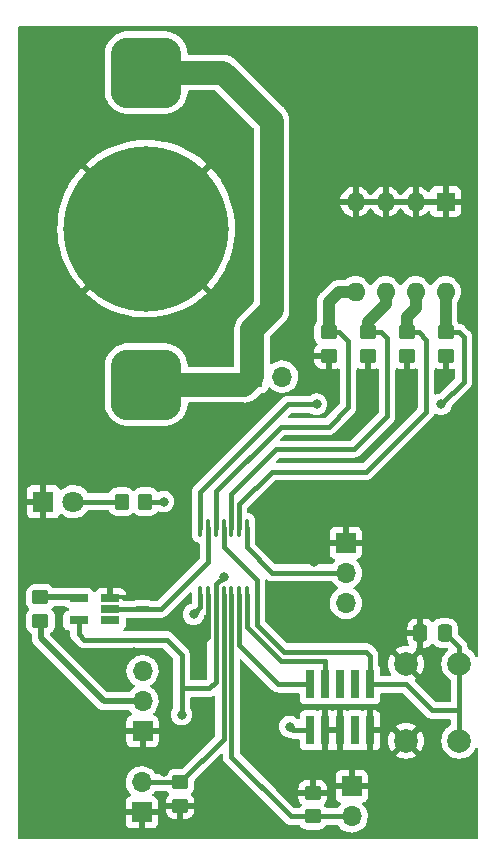
<source format=gbr>
%TF.GenerationSoftware,KiCad,Pcbnew,(6.0.0)*%
%TF.CreationDate,2022-10-14T23:46:23+01:00*%
%TF.ProjectId,MIDIPresetController,4d494449-5072-4657-9365-74436f6e7472,rev?*%
%TF.SameCoordinates,Original*%
%TF.FileFunction,Copper,L1,Top*%
%TF.FilePolarity,Positive*%
%FSLAX46Y46*%
G04 Gerber Fmt 4.6, Leading zero omitted, Abs format (unit mm)*
G04 Created by KiCad (PCBNEW (6.0.0)) date 2022-10-14 23:46:23*
%MOMM*%
%LPD*%
G01*
G04 APERTURE LIST*
G04 Aperture macros list*
%AMRoundRect*
0 Rectangle with rounded corners*
0 $1 Rounding radius*
0 $2 $3 $4 $5 $6 $7 $8 $9 X,Y pos of 4 corners*
0 Add a 4 corners polygon primitive as box body*
4,1,4,$2,$3,$4,$5,$6,$7,$8,$9,$2,$3,0*
0 Add four circle primitives for the rounded corners*
1,1,$1+$1,$2,$3*
1,1,$1+$1,$4,$5*
1,1,$1+$1,$6,$7*
1,1,$1+$1,$8,$9*
0 Add four rect primitives between the rounded corners*
20,1,$1+$1,$2,$3,$4,$5,0*
20,1,$1+$1,$4,$5,$6,$7,0*
20,1,$1+$1,$6,$7,$8,$9,0*
20,1,$1+$1,$8,$9,$2,$3,0*%
G04 Aperture macros list end*
%TA.AperFunction,SMDPad,CuDef*%
%ADD10RoundRect,0.250000X0.350000X0.450000X-0.350000X0.450000X-0.350000X-0.450000X0.350000X-0.450000X0*%
%TD*%
%TA.AperFunction,ComponentPad*%
%ADD11R,1.800000X1.800000*%
%TD*%
%TA.AperFunction,ComponentPad*%
%ADD12C,1.800000*%
%TD*%
%TA.AperFunction,ComponentPad*%
%ADD13R,1.700000X1.700000*%
%TD*%
%TA.AperFunction,ComponentPad*%
%ADD14O,1.700000X1.700000*%
%TD*%
%TA.AperFunction,SMDPad,CuDef*%
%ADD15RoundRect,0.250000X-0.450000X0.350000X-0.450000X-0.350000X0.450000X-0.350000X0.450000X0.350000X0*%
%TD*%
%TA.AperFunction,SMDPad,CuDef*%
%ADD16RoundRect,1.500000X1.500000X-1.500000X1.500000X1.500000X-1.500000X1.500000X-1.500000X-1.500000X0*%
%TD*%
%TA.AperFunction,SMDPad,CuDef*%
%ADD17C,14.000000*%
%TD*%
%TA.AperFunction,SMDPad,CuDef*%
%ADD18R,1.560000X0.650000*%
%TD*%
%TA.AperFunction,SMDPad,CuDef*%
%ADD19RoundRect,0.100000X-0.100000X0.637500X-0.100000X-0.637500X0.100000X-0.637500X0.100000X0.637500X0*%
%TD*%
%TA.AperFunction,SMDPad,CuDef*%
%ADD20RoundRect,0.250000X0.450000X-0.350000X0.450000X0.350000X-0.450000X0.350000X-0.450000X-0.350000X0*%
%TD*%
%TA.AperFunction,SMDPad,CuDef*%
%ADD21RoundRect,0.250000X0.337500X0.475000X-0.337500X0.475000X-0.337500X-0.475000X0.337500X-0.475000X0*%
%TD*%
%TA.AperFunction,ComponentPad*%
%ADD22C,2.000000*%
%TD*%
%TA.AperFunction,SMDPad,CuDef*%
%ADD23R,0.740000X2.400000*%
%TD*%
%TA.AperFunction,SMDPad,CuDef*%
%ADD24C,0.500000*%
%TD*%
%TA.AperFunction,ComponentPad*%
%ADD25R,1.600000X1.600000*%
%TD*%
%TA.AperFunction,ComponentPad*%
%ADD26O,1.600000X1.600000*%
%TD*%
%TA.AperFunction,ViaPad*%
%ADD27C,0.800000*%
%TD*%
%TA.AperFunction,Conductor*%
%ADD28C,0.400000*%
%TD*%
%TA.AperFunction,Conductor*%
%ADD29C,2.000000*%
%TD*%
%TA.AperFunction,Conductor*%
%ADD30C,0.500000*%
%TD*%
%TA.AperFunction,Conductor*%
%ADD31C,1.000000*%
%TD*%
G04 APERTURE END LIST*
%TO.C,NT1*%
G36*
X133336446Y-111974044D02*
G01*
X132336446Y-111974044D01*
X132336446Y-111474044D01*
X133336446Y-111474044D01*
X133336446Y-111974044D01*
G37*
%TD*%
D10*
%TO.P,R9,1*%
%TO.N,/Microcontroller/LPWR_MON_LED*%
X133080000Y-102616000D03*
%TO.P,R9,2*%
%TO.N,Net-(D1-Pad2)*%
X131080000Y-102616000D03*
%TD*%
D11*
%TO.P,D1,1,K*%
%TO.N,GND*%
X124455000Y-102616000D03*
D12*
%TO.P,D1,2,A*%
%TO.N,Net-(D1-Pad2)*%
X126995000Y-102616000D03*
%TD*%
D13*
%TO.P,J4,1,Pin_1*%
%TO.N,GND*%
X132772000Y-128910000D03*
D14*
%TO.P,J4,2,Pin_2*%
%TO.N,/Microcontroller/EXT_DOWN_PRESET_SW*%
X132772000Y-126370000D03*
%TD*%
D15*
%TO.P,R7,1*%
%TO.N,/Microcontroller/EXT_MIDI_CH_BIT3*%
X151892000Y-88281000D03*
%TO.P,R7,2*%
%TO.N,GND*%
X151892000Y-90281000D03*
%TD*%
D16*
%TO.P,BT1,1,+*%
%TO.N,Net-(BT1-Pad1)*%
X133146800Y-66287029D03*
X133146800Y-92703029D03*
D17*
%TO.P,BT1,2,-*%
%TO.N,GND*%
X133146800Y-79495029D03*
%TD*%
D18*
%TO.P,U1,1*%
%TO.N,N/C*%
X130122446Y-112674044D03*
%TO.P,U1,2*%
%TO.N,/MIDI_Output/MIDI_TX*%
X130122446Y-111724044D03*
%TO.P,U1,3,GND*%
%TO.N,GND*%
X130122446Y-110774044D03*
%TO.P,U1,4*%
%TO.N,Net-(R1-Pad1)*%
X127422446Y-110774044D03*
%TO.P,U1,5,VCC*%
%TO.N,+3V3*%
X127422446Y-112674044D03*
%TD*%
D19*
%TO.P,U2,1,PB9*%
%TO.N,/Microcontroller/BOOT0*%
X141650000Y-104833500D03*
%TO.P,U2,2,PC14*%
%TO.N,/Microcontroller/EXT_MIDI_CH_BIT2*%
X141000000Y-104833500D03*
%TO.P,U2,3,PC15*%
%TO.N,/Microcontroller/EXT_MIDI_CH_BIT3*%
X140350000Y-104833500D03*
%TO.P,U2,4,NRST*%
%TO.N,/Microcontroller/NRST*%
X139700000Y-104833500D03*
%TO.P,U2,5,PA0*%
%TO.N,/Microcontroller/EXT_MIDI_CH_BIT4*%
X139050000Y-104833500D03*
%TO.P,U2,6,PA1*%
%TO.N,/Microcontroller/LPUART1_TX*%
X138400000Y-104833500D03*
%TO.P,U2,7,PA4*%
%TO.N,/Microcontroller/EXT_MIDI_CH_BIT1*%
X137750000Y-104833500D03*
%TO.P,U2,8,PA7*%
%TO.N,/Microcontroller/LPWR_MON_LED*%
X137750000Y-110558500D03*
%TO.P,U2,9,VSS*%
%TO.N,GND*%
X138400000Y-110558500D03*
%TO.P,U2,10,VDD*%
%TO.N,+3V3*%
X139050000Y-110558500D03*
%TO.P,U2,11,PA9*%
%TO.N,/Microcontroller/EXT_DOWN_PRESET_SW*%
X139700000Y-110558500D03*
%TO.P,U2,12,PA10*%
%TO.N,/Microcontroller/EXT_UP_PRESET_SW*%
X140350000Y-110558500D03*
%TO.P,U2,13,PA13*%
%TO.N,/Microcontroller/SWDIO*%
X141000000Y-110558500D03*
%TO.P,U2,14,PA14*%
%TO.N,/Microcontroller/SWCLK*%
X141650000Y-110558500D03*
%TD*%
D15*
%TO.P,R4,1*%
%TO.N,/Microcontroller/EXT_MIDI_CH_BIT2*%
X155194000Y-88281000D03*
%TO.P,R4,2*%
%TO.N,GND*%
X155194000Y-90281000D03*
%TD*%
D13*
%TO.P,J5,1,Pin_1*%
%TO.N,GND*%
X150555000Y-126725388D03*
D14*
%TO.P,J5,2,Pin_2*%
%TO.N,/Microcontroller/EXT_UP_PRESET_SW*%
X150555000Y-129265388D03*
%TD*%
D20*
%TO.P,R6,1*%
%TO.N,/Microcontroller/EXT_UP_PRESET_SW*%
X147253000Y-129265388D03*
%TO.P,R6,2*%
%TO.N,GND*%
X147253000Y-127265388D03*
%TD*%
D15*
%TO.P,R5,1*%
%TO.N,/Microcontroller/EXT_DOWN_PRESET_SW*%
X136017000Y-126381000D03*
%TO.P,R5,2*%
%TO.N,GND*%
X136017000Y-128381000D03*
%TD*%
D13*
%TO.P,J2,1,Pin_1*%
%TO.N,GND*%
X132842000Y-122047000D03*
D14*
%TO.P,J2,2,Pin_2*%
%TO.N,Net-(J2-Pad2)*%
X132842000Y-119507000D03*
%TO.P,J2,3,Pin_3*%
%TO.N,Net-(J2-Pad3)*%
X132842000Y-116967000D03*
%TD*%
D15*
%TO.P,R3,1*%
%TO.N,/Microcontroller/EXT_MIDI_CH_BIT1*%
X158496000Y-88281000D03*
%TO.P,R3,2*%
%TO.N,GND*%
X158496000Y-90281000D03*
%TD*%
D21*
%TO.P,C1,1*%
%TO.N,/Microcontroller/NRST*%
X158441300Y-113741200D03*
%TO.P,C1,2*%
%TO.N,GND*%
X156366300Y-113741200D03*
%TD*%
D15*
%TO.P,R1,1*%
%TO.N,Net-(R1-Pad1)*%
X124200446Y-110724044D03*
%TO.P,R1,2*%
%TO.N,Net-(J2-Pad2)*%
X124200446Y-112724044D03*
%TD*%
D22*
%TO.P,SW1,1,A*%
%TO.N,/Microcontroller/NRST*%
X159653800Y-116358600D03*
X159653800Y-122858600D03*
%TO.P,SW1,2,B*%
%TO.N,GND*%
X155153800Y-122858600D03*
X155153800Y-116358600D03*
%TD*%
D23*
%TO.P,J3,1,Pin_1*%
%TO.N,+3V3*%
X147015200Y-121965000D03*
%TO.P,J3,2,Pin_2*%
%TO.N,/Microcontroller/SWDIO*%
X147015200Y-118065000D03*
%TO.P,J3,3,Pin_3*%
%TO.N,GND*%
X148285200Y-121965000D03*
%TO.P,J3,4,Pin_4*%
%TO.N,/Microcontroller/SWCLK*%
X148285200Y-118065000D03*
%TO.P,J3,5,Pin_5*%
%TO.N,GND*%
X149555200Y-121965000D03*
%TO.P,J3,6,Pin_6*%
%TO.N,unconnected-(J3-Pad6)*%
X149555200Y-118065000D03*
%TO.P,J3,7,Pin_7*%
%TO.N,unconnected-(J3-Pad7)*%
X150825200Y-121965000D03*
%TO.P,J3,8,Pin_8*%
%TO.N,unconnected-(J3-Pad8)*%
X150825200Y-118065000D03*
%TO.P,J3,9,Pin_9*%
%TO.N,GND*%
X152095200Y-121965000D03*
%TO.P,J3,10,Pin_10*%
%TO.N,/Microcontroller/NRST*%
X152095200Y-118065000D03*
%TD*%
D24*
%TO.P,NT1,1,1*%
%TO.N,/Microcontroller/LPUART1_TX*%
X133336446Y-111724044D03*
%TO.P,NT1,2,2*%
%TO.N,/MIDI_Output/MIDI_TX*%
X132336446Y-111724044D03*
%TD*%
D13*
%TO.P,JP1,1,A*%
%TO.N,GND*%
X150051791Y-106103500D03*
D14*
%TO.P,JP1,2,C*%
%TO.N,/Microcontroller/BOOT0*%
X150051791Y-108643500D03*
%TO.P,JP1,3,B*%
%TO.N,+3V3*%
X150051791Y-111183500D03*
%TD*%
D15*
%TO.P,R8,1*%
%TO.N,/Microcontroller/EXT_MIDI_CH_BIT4*%
X148590000Y-88281000D03*
%TO.P,R8,2*%
%TO.N,GND*%
X148590000Y-90281000D03*
%TD*%
D25*
%TO.P,SW2,1*%
%TO.N,GND*%
X158496000Y-77216000D03*
D26*
%TO.P,SW2,2*%
X155956000Y-77216000D03*
%TO.P,SW2,3*%
X153416000Y-77216000D03*
%TO.P,SW2,4*%
X150876000Y-77216000D03*
%TO.P,SW2,5*%
%TO.N,/Microcontroller/EXT_MIDI_CH_BIT4*%
X150876000Y-84836000D03*
%TO.P,SW2,6*%
%TO.N,/Microcontroller/EXT_MIDI_CH_BIT3*%
X153416000Y-84836000D03*
%TO.P,SW2,7*%
%TO.N,/Microcontroller/EXT_MIDI_CH_BIT2*%
X155956000Y-84836000D03*
%TO.P,SW2,8*%
%TO.N,/Microcontroller/EXT_MIDI_CH_BIT1*%
X158496000Y-84836000D03*
%TD*%
D13*
%TO.P,J1,1,Pin_1*%
%TO.N,Net-(BT1-Pad1)*%
X142133400Y-92021544D03*
D14*
%TO.P,J1,2,Pin_2*%
%TO.N,+3V3*%
X144673400Y-92021544D03*
%TD*%
D27*
%TO.N,+3V3*%
X145288000Y-121666000D03*
%TO.N,GND*%
X149860000Y-79756000D03*
X152400000Y-82296000D03*
X154940000Y-79756000D03*
X157480000Y-82296000D03*
X160020000Y-79756000D03*
X160020000Y-72136000D03*
X160020000Y-67056000D03*
X157480000Y-69596000D03*
X152400000Y-69596000D03*
X147320000Y-74676000D03*
X147320000Y-82296000D03*
X137160000Y-87376000D03*
X139700000Y-84836000D03*
X139700000Y-74676000D03*
X139700000Y-69596000D03*
X137160000Y-72136000D03*
X124460000Y-64516000D03*
X127000000Y-67056000D03*
X124460000Y-69596000D03*
X127000000Y-72136000D03*
X124460000Y-74676000D03*
X124460000Y-79756000D03*
X124460000Y-84836000D03*
X127000000Y-89916000D03*
X160020000Y-110236000D03*
X160020000Y-105156000D03*
X154940000Y-105156000D03*
X157480000Y-107696000D03*
X154940000Y-110236000D03*
X144780000Y-110236000D03*
X147320000Y-112776000D03*
X132080000Y-115316000D03*
X129540000Y-117856000D03*
X129540000Y-128016000D03*
X129540000Y-122936000D03*
X134620000Y-120396000D03*
X134620000Y-125476000D03*
X137160000Y-122936000D03*
X144780000Y-120396000D03*
X142240000Y-117856000D03*
X142240000Y-122936000D03*
X144780000Y-125476000D03*
X144780000Y-130556000D03*
X139700000Y-130556000D03*
X142240000Y-128016000D03*
X139700000Y-125476000D03*
X157271000Y-118065000D03*
X154940000Y-120396000D03*
X157480000Y-122936000D03*
X160020000Y-130556000D03*
X160020000Y-125476000D03*
X154940000Y-130556000D03*
X157480000Y-128016000D03*
X152400000Y-128016000D03*
X154940000Y-125476000D03*
X160020000Y-100076000D03*
X160020000Y-94996000D03*
X157480000Y-97536000D03*
X154940000Y-100076000D03*
X147320000Y-107696000D03*
X144780000Y-105156000D03*
X147320000Y-102616000D03*
X142240000Y-94996000D03*
X137160000Y-100076000D03*
X139700000Y-97536000D03*
X137160000Y-94996000D03*
X137160000Y-115316000D03*
X134620000Y-112776000D03*
X132080000Y-110236000D03*
X134620000Y-107696000D03*
X132080000Y-105156000D03*
X127000000Y-105156000D03*
X134620000Y-97536000D03*
X132080000Y-100076000D03*
X129540000Y-97536000D03*
X127000000Y-94996000D03*
X124460000Y-92456000D03*
X124460000Y-97536000D03*
X129540000Y-107696000D03*
X124460000Y-107696000D03*
X127000000Y-115316000D03*
X127000000Y-125476000D03*
X127000000Y-130556000D03*
X124460000Y-128016000D03*
X124460000Y-122936000D03*
X127000000Y-120396000D03*
X124460000Y-117856000D03*
%TO.N,/Microcontroller/LPWR_MON_LED*%
X137160000Y-112141000D03*
%TO.N,+3V3*%
X136144000Y-120650000D03*
X139700000Y-108966000D03*
%TO.N,/Microcontroller/LPWR_MON_LED*%
X134620000Y-102616000D03*
%TO.N,GND*%
X155194000Y-91948000D03*
X158496000Y-91948000D03*
X148590000Y-91948000D03*
X151892000Y-91948000D03*
%TO.N,/Microcontroller/EXT_MIDI_CH_BIT1*%
X147574000Y-94361000D03*
X158115000Y-94361000D03*
%TD*%
D28*
%TO.N,GND*%
X138400000Y-110558500D02*
X138400000Y-114076000D01*
X138400000Y-114076000D02*
X137160000Y-115316000D01*
%TO.N,+3V3*%
X145587000Y-121965000D02*
X145288000Y-121666000D01*
X147015200Y-121965000D02*
X145587000Y-121965000D01*
%TO.N,/Microcontroller/NRST*%
X151765000Y-115316000D02*
X152095200Y-115646200D01*
X152095200Y-115646200D02*
X152095200Y-118065000D01*
X144780000Y-115316000D02*
X151765000Y-115316000D01*
X142494000Y-109220000D02*
X142494000Y-113030000D01*
X139700000Y-106426000D02*
X142494000Y-109220000D01*
X142494000Y-113030000D02*
X144780000Y-115316000D01*
X139700000Y-104833500D02*
X139700000Y-106426000D01*
%TO.N,/Microcontroller/SWCLK*%
X144526000Y-116078000D02*
X141650000Y-113202000D01*
X148285200Y-118065000D02*
X148285200Y-116078000D01*
X148285200Y-116078000D02*
X144526000Y-116078000D01*
X141650000Y-113202000D02*
X141650000Y-110558500D01*
%TO.N,+3V3*%
X136144000Y-115570000D02*
X136144000Y-118431213D01*
X127889000Y-114300000D02*
X134874000Y-114300000D01*
X134874000Y-114300000D02*
X136144000Y-115570000D01*
X127422446Y-113833446D02*
X127889000Y-114300000D01*
X127422446Y-112674044D02*
X127422446Y-113833446D01*
%TO.N,/Microcontroller/NRST*%
X155149000Y-118065000D02*
X157367800Y-120283800D01*
X152095200Y-118065000D02*
X155149000Y-118065000D01*
X159653800Y-120283800D02*
X159653800Y-122858600D01*
X157367800Y-120283800D02*
X159653800Y-120283800D01*
X159653800Y-118065000D02*
X159653800Y-120283800D01*
%TO.N,/Microcontroller/EXT_MIDI_CH_BIT2*%
X156845000Y-94996000D02*
X156845000Y-88900000D01*
X143764000Y-100076000D02*
X151765000Y-100076000D01*
X151765000Y-100076000D02*
X156845000Y-94996000D01*
X156226000Y-88281000D02*
X155194000Y-88281000D01*
X141000000Y-102840000D02*
X143764000Y-100076000D01*
X156845000Y-88900000D02*
X156226000Y-88281000D01*
X141000000Y-104833500D02*
X141000000Y-102840000D01*
%TO.N,/Microcontroller/EXT_MIDI_CH_BIT4*%
X150241000Y-89027000D02*
X149495000Y-88281000D01*
X150241000Y-94615000D02*
X150241000Y-89027000D01*
X149495000Y-88281000D02*
X148590000Y-88281000D01*
X148590000Y-96266000D02*
X150241000Y-94615000D01*
X139050000Y-101742000D02*
X144526000Y-96266000D01*
X139050000Y-104833500D02*
X139050000Y-101742000D01*
X144526000Y-96266000D02*
X148590000Y-96266000D01*
%TO.N,/Microcontroller/EXT_MIDI_CH_BIT1*%
X137750000Y-101772000D02*
X137750000Y-104833500D01*
X145161000Y-94361000D02*
X137750000Y-101772000D01*
X147574000Y-94361000D02*
X145161000Y-94361000D01*
%TO.N,/Microcontroller/EXT_MIDI_CH_BIT3*%
X153543000Y-88773000D02*
X153051000Y-88281000D01*
X153543000Y-95377000D02*
X153543000Y-88773000D01*
X153051000Y-88281000D02*
X151892000Y-88281000D01*
X144145000Y-98171000D02*
X150749000Y-98171000D01*
X140350000Y-101966000D02*
X144145000Y-98171000D01*
X150749000Y-98171000D02*
X153543000Y-95377000D01*
X140350000Y-104833500D02*
X140350000Y-101966000D01*
%TO.N,+3V3*%
X138489787Y-118431213D02*
X139050000Y-117871000D01*
X139050000Y-117871000D02*
X139050000Y-110558500D01*
X136144000Y-118431213D02*
X138489787Y-118431213D01*
%TO.N,/Microcontroller/LPWR_MON_LED*%
X137750000Y-111551000D02*
X137160000Y-112141000D01*
X137750000Y-110558500D02*
X137750000Y-111551000D01*
%TO.N,+3V3*%
X136144000Y-120650000D02*
X136144000Y-118431213D01*
%TO.N,/Microcontroller/LPUART1_TX*%
X134401956Y-111724044D02*
X133336446Y-111724044D01*
X138400000Y-107726000D02*
X134401956Y-111724044D01*
X138400000Y-104833500D02*
X138400000Y-107726000D01*
%TO.N,+3V3*%
X139050000Y-109616000D02*
X139700000Y-108966000D01*
X139050000Y-110558500D02*
X139050000Y-109616000D01*
%TO.N,/Microcontroller/SWDIO*%
X144354000Y-118065000D02*
X147015200Y-118065000D01*
X141000000Y-114711000D02*
X144354000Y-118065000D01*
X141000000Y-110558500D02*
X141000000Y-114711000D01*
%TO.N,/Microcontroller/EXT_UP_PRESET_SW*%
X147253000Y-129265388D02*
X150555000Y-129265388D01*
X145394388Y-129265388D02*
X140350000Y-124221000D01*
X147253000Y-129265388D02*
X145394388Y-129265388D01*
X140350000Y-124221000D02*
X140350000Y-110558500D01*
%TO.N,/Microcontroller/EXT_DOWN_PRESET_SW*%
X132783000Y-126381000D02*
X132772000Y-126370000D01*
X136017000Y-126381000D02*
X132783000Y-126381000D01*
X139700000Y-110558500D02*
X139700000Y-122698000D01*
X139700000Y-122698000D02*
X136017000Y-126381000D01*
%TO.N,/Microcontroller/BOOT0*%
X141650000Y-106471000D02*
X143822500Y-108643500D01*
X141650000Y-104833500D02*
X141650000Y-106471000D01*
X143822500Y-108643500D02*
X150051791Y-108643500D01*
%TO.N,/Microcontroller/LPWR_MON_LED*%
X134620000Y-102616000D02*
X133080000Y-102616000D01*
%TO.N,Net-(D1-Pad2)*%
X131080000Y-102616000D02*
X127000000Y-102616000D01*
%TO.N,/Microcontroller/NRST*%
X159653800Y-114953700D02*
X158441300Y-113741200D01*
X159653800Y-116358600D02*
X159653800Y-114953700D01*
X159653800Y-118065000D02*
X159653800Y-116358600D01*
D29*
%TO.N,Net-(BT1-Pad1)*%
X141444944Y-92710000D02*
X142133400Y-92021544D01*
X143764000Y-70358000D02*
X139693029Y-66287029D01*
X139693029Y-66287029D02*
X133146800Y-66287029D01*
X142133400Y-92021544D02*
X142133400Y-87990600D01*
X133153771Y-92710000D02*
X141444944Y-92710000D01*
X142133400Y-87990600D02*
X143764000Y-86360000D01*
X133146800Y-92703029D02*
X133153771Y-92710000D01*
X143764000Y-86360000D02*
X143764000Y-70358000D01*
D28*
%TO.N,GND*%
X148590000Y-90281000D02*
X148590000Y-91948000D01*
X158496000Y-90281000D02*
X158496000Y-91948000D01*
X155194000Y-90281000D02*
X155194000Y-91948000D01*
X151892000Y-90281000D02*
X151892000Y-91948000D01*
D30*
%TO.N,Net-(J2-Pad2)*%
X124206000Y-112729598D02*
X124206000Y-114147600D01*
X124206000Y-114147600D02*
X129565400Y-119507000D01*
X129565400Y-119507000D02*
X132842000Y-119507000D01*
X124200446Y-112724044D02*
X124206000Y-112729598D01*
D28*
%TO.N,/MIDI_Output/MIDI_TX*%
X130122446Y-111724044D02*
X132336446Y-111724044D01*
D30*
%TO.N,Net-(R1-Pad1)*%
X127372446Y-110724044D02*
X127422446Y-110774044D01*
X124200446Y-110724044D02*
X127372446Y-110724044D01*
D28*
%TO.N,/Microcontroller/EXT_MIDI_CH_BIT1*%
X160020000Y-88646000D02*
X159655000Y-88281000D01*
X158115000Y-94361000D02*
X160020000Y-92456000D01*
X159655000Y-88281000D02*
X158496000Y-88281000D01*
X160020000Y-92456000D02*
X160020000Y-88646000D01*
D31*
X158496000Y-84836000D02*
X158496000Y-88281000D01*
%TO.N,/Microcontroller/EXT_MIDI_CH_BIT2*%
X155194000Y-86995000D02*
X155194000Y-88281000D01*
X155956000Y-86233000D02*
X155194000Y-86995000D01*
X155956000Y-84836000D02*
X155956000Y-86233000D01*
%TO.N,/Microcontroller/EXT_MIDI_CH_BIT3*%
X153416000Y-85852000D02*
X151892000Y-87376000D01*
X151892000Y-87376000D02*
X151892000Y-88281000D01*
X153416000Y-84836000D02*
X153416000Y-85852000D01*
%TO.N,/Microcontroller/EXT_MIDI_CH_BIT4*%
X150876000Y-84836000D02*
X149479000Y-84836000D01*
X149479000Y-84836000D02*
X148590000Y-85725000D01*
X148590000Y-85725000D02*
X148590000Y-88281000D01*
%TD*%
%TA.AperFunction,Conductor*%
%TO.N,GND*%
G36*
X161206721Y-62402402D02*
G01*
X161253214Y-62456058D01*
X161264600Y-62508400D01*
X161264600Y-115672068D01*
X161244598Y-115740189D01*
X161190942Y-115786682D01*
X161120668Y-115796786D01*
X161056088Y-115767292D01*
X161022191Y-115720286D01*
X161003935Y-115676211D01*
X161003933Y-115676207D01*
X161002040Y-115671637D01*
X160962570Y-115607228D01*
X160880559Y-115473398D01*
X160880555Y-115473392D01*
X160877976Y-115469184D01*
X160723769Y-115288631D01*
X160709998Y-115276869D01*
X160600339Y-115183212D01*
X160543216Y-115134424D01*
X160424403Y-115061615D01*
X160376772Y-115008967D01*
X160364530Y-114945612D01*
X160366009Y-114923924D01*
X160366009Y-114923920D01*
X160366525Y-114916348D01*
X160355538Y-114853397D01*
X160354576Y-114846875D01*
X160346902Y-114783458D01*
X160344219Y-114776357D01*
X160343578Y-114773748D01*
X160339115Y-114757438D01*
X160338350Y-114754902D01*
X160337043Y-114747416D01*
X160311356Y-114688900D01*
X160308865Y-114682796D01*
X160288973Y-114630152D01*
X160288972Y-114630151D01*
X160286287Y-114623044D01*
X160281983Y-114616781D01*
X160280746Y-114614415D01*
X160272501Y-114599603D01*
X160271168Y-114597349D01*
X160268115Y-114590395D01*
X160229213Y-114539698D01*
X160225341Y-114534368D01*
X160193461Y-114487980D01*
X160193456Y-114487975D01*
X160189157Y-114481719D01*
X160142629Y-114440264D01*
X160137354Y-114435284D01*
X159574205Y-113872135D01*
X159540179Y-113809823D01*
X159537300Y-113783040D01*
X159537300Y-113215800D01*
X159531567Y-113160543D01*
X159527038Y-113116892D01*
X159527037Y-113116888D01*
X159526326Y-113110034D01*
X159505673Y-113048128D01*
X159472668Y-112949202D01*
X159470350Y-112942254D01*
X159377278Y-112791852D01*
X159252103Y-112666895D01*
X159245872Y-112663054D01*
X159107768Y-112577925D01*
X159107766Y-112577924D01*
X159101538Y-112574085D01*
X159012634Y-112544597D01*
X158940189Y-112520568D01*
X158940187Y-112520568D01*
X158933661Y-112518403D01*
X158926825Y-112517703D01*
X158926822Y-112517702D01*
X158883769Y-112513291D01*
X158829200Y-112507700D01*
X158053400Y-112507700D01*
X158050154Y-112508037D01*
X158050150Y-112508037D01*
X157954492Y-112517962D01*
X157954488Y-112517963D01*
X157947634Y-112518674D01*
X157941098Y-112520855D01*
X157941096Y-112520855D01*
X157867967Y-112545253D01*
X157779854Y-112574650D01*
X157629452Y-112667722D01*
X157504495Y-112792897D01*
X157501698Y-112797435D01*
X157444447Y-112838024D01*
X157373524Y-112841254D01*
X157312113Y-112805628D01*
X157304738Y-112797132D01*
X157296702Y-112786993D01*
X157181971Y-112672461D01*
X157170560Y-112663449D01*
X157032557Y-112578384D01*
X157019376Y-112572237D01*
X156865090Y-112521062D01*
X156851714Y-112518195D01*
X156757362Y-112508528D01*
X156750945Y-112508200D01*
X156638415Y-112508200D01*
X156623176Y-112512675D01*
X156621971Y-112514065D01*
X156620300Y-112521748D01*
X156620300Y-114956084D01*
X156624775Y-114971323D01*
X156626165Y-114972528D01*
X156633848Y-114974199D01*
X156750895Y-114974199D01*
X156757414Y-114973862D01*
X156853006Y-114963943D01*
X156866400Y-114961051D01*
X157020584Y-114909612D01*
X157033762Y-114903439D01*
X157171607Y-114818137D01*
X157183008Y-114809101D01*
X157297538Y-114694372D01*
X157304594Y-114685438D01*
X157362512Y-114644377D01*
X157433435Y-114641147D01*
X157494846Y-114676774D01*
X157501646Y-114684607D01*
X157505322Y-114690548D01*
X157630497Y-114815505D01*
X157636727Y-114819345D01*
X157636728Y-114819346D01*
X157773152Y-114903439D01*
X157781062Y-114908315D01*
X157828122Y-114923924D01*
X157942411Y-114961832D01*
X157942413Y-114961832D01*
X157948939Y-114963997D01*
X157955775Y-114964697D01*
X157955778Y-114964698D01*
X157998831Y-114969109D01*
X158053400Y-114974700D01*
X158609859Y-114974700D01*
X158677980Y-114994702D01*
X158724473Y-115048358D01*
X158734577Y-115118632D01*
X158705083Y-115183212D01*
X158691689Y-115196511D01*
X158587592Y-115285418D01*
X158587587Y-115285423D01*
X158583831Y-115288631D01*
X158429624Y-115469184D01*
X158427045Y-115473392D01*
X158427041Y-115473398D01*
X158345030Y-115607228D01*
X158305560Y-115671637D01*
X158303667Y-115676207D01*
X158303665Y-115676211D01*
X158239302Y-115831598D01*
X158214695Y-115891006D01*
X158213540Y-115895818D01*
X158170364Y-116075660D01*
X158159265Y-116121889D01*
X158140635Y-116358600D01*
X158159265Y-116595311D01*
X158160419Y-116600118D01*
X158160420Y-116600124D01*
X158191937Y-116731399D01*
X158214695Y-116826194D01*
X158216588Y-116830765D01*
X158216589Y-116830767D01*
X158303572Y-117040763D01*
X158305560Y-117045563D01*
X158308146Y-117049783D01*
X158427041Y-117243802D01*
X158427045Y-117243808D01*
X158429624Y-117248016D01*
X158583831Y-117428569D01*
X158764384Y-117582776D01*
X158768597Y-117585358D01*
X158768607Y-117585365D01*
X158885135Y-117656774D01*
X158932766Y-117709421D01*
X158945300Y-117764206D01*
X158945300Y-119449300D01*
X158925298Y-119517421D01*
X158871642Y-119563914D01*
X158819300Y-119575300D01*
X157713460Y-119575300D01*
X157645339Y-119555298D01*
X157624365Y-119538395D01*
X155923683Y-117837713D01*
X155889657Y-117775401D01*
X155894722Y-117704586D01*
X155937269Y-117647750D01*
X155946942Y-117641186D01*
X156012246Y-117601167D01*
X156021707Y-117590710D01*
X156017924Y-117581934D01*
X154795722Y-116359732D01*
X155518208Y-116359732D01*
X155518339Y-116361565D01*
X155522590Y-116368180D01*
X156374090Y-117219680D01*
X156386470Y-117226440D01*
X156394120Y-117220713D01*
X156499005Y-117049558D01*
X156503487Y-117040763D01*
X156590534Y-116830612D01*
X156593583Y-116821227D01*
X156646685Y-116600046D01*
X156648228Y-116590299D01*
X156666075Y-116363530D01*
X156666075Y-116353670D01*
X156648228Y-116126901D01*
X156646685Y-116117154D01*
X156593583Y-115895973D01*
X156590534Y-115886588D01*
X156503487Y-115676437D01*
X156499005Y-115667642D01*
X156396368Y-115500155D01*
X156385910Y-115490693D01*
X156377134Y-115494476D01*
X155525822Y-116345788D01*
X155518208Y-116359732D01*
X154795722Y-116359732D01*
X153933510Y-115497520D01*
X153921130Y-115490760D01*
X153913480Y-115496487D01*
X153808595Y-115667642D01*
X153804113Y-115676437D01*
X153717066Y-115886588D01*
X153714017Y-115895973D01*
X153660915Y-116117154D01*
X153659372Y-116126901D01*
X153641525Y-116353670D01*
X153641525Y-116363530D01*
X153659372Y-116590299D01*
X153660915Y-116600046D01*
X153714017Y-116821227D01*
X153717066Y-116830612D01*
X153804113Y-117040763D01*
X153808595Y-117049558D01*
X153879133Y-117164665D01*
X153897672Y-117233198D01*
X153876216Y-117300875D01*
X153821577Y-117346208D01*
X153771701Y-117356500D01*
X153099700Y-117356500D01*
X153031579Y-117336498D01*
X152985086Y-117282842D01*
X152973700Y-117230500D01*
X152973700Y-116816866D01*
X152966945Y-116754684D01*
X152915815Y-116618295D01*
X152828874Y-116502290D01*
X152804026Y-116435784D01*
X152803700Y-116426725D01*
X152803700Y-115675112D01*
X152803992Y-115666542D01*
X152807409Y-115616424D01*
X152807409Y-115616420D01*
X152807925Y-115608848D01*
X152796939Y-115545903D01*
X152795977Y-115539382D01*
X152789215Y-115483504D01*
X152788302Y-115475958D01*
X152785616Y-115468850D01*
X152784979Y-115466256D01*
X152780518Y-115449950D01*
X152779748Y-115447399D01*
X152778442Y-115439916D01*
X152775390Y-115432963D01*
X152752761Y-115381412D01*
X152750269Y-115375305D01*
X152730373Y-115322652D01*
X152730373Y-115322651D01*
X152727687Y-115315544D01*
X152723384Y-115309283D01*
X152722147Y-115306917D01*
X152713920Y-115292137D01*
X152712569Y-115289852D01*
X152709515Y-115282895D01*
X152704895Y-115276875D01*
X152704892Y-115276869D01*
X152670621Y-115232209D01*
X152666741Y-115226868D01*
X152634861Y-115180480D01*
X152634856Y-115180475D01*
X152630557Y-115174219D01*
X152584029Y-115132764D01*
X152578754Y-115127784D01*
X152577460Y-115126490D01*
X154285893Y-115126490D01*
X154289676Y-115135266D01*
X155140988Y-115986578D01*
X155154932Y-115994192D01*
X155156765Y-115994061D01*
X155163380Y-115989810D01*
X156014880Y-115138310D01*
X156022494Y-115124366D01*
X156020693Y-115099186D01*
X156035784Y-115029812D01*
X156085986Y-114979609D01*
X156109188Y-114969998D01*
X156110629Y-114968335D01*
X156112300Y-114960652D01*
X156112300Y-114013315D01*
X156107825Y-113998076D01*
X156106435Y-113996871D01*
X156098752Y-113995200D01*
X155288916Y-113995200D01*
X155273677Y-113999675D01*
X155272472Y-114001065D01*
X155270801Y-114008748D01*
X155270801Y-114263295D01*
X155271138Y-114269814D01*
X155281057Y-114365406D01*
X155283949Y-114378800D01*
X155335388Y-114532984D01*
X155341559Y-114546158D01*
X155415346Y-114665394D01*
X155434184Y-114733846D01*
X155413023Y-114801616D01*
X155358583Y-114847187D01*
X155298317Y-114857310D01*
X155158731Y-114846325D01*
X155148870Y-114846325D01*
X154922101Y-114864172D01*
X154912354Y-114865715D01*
X154691173Y-114918817D01*
X154681788Y-114921866D01*
X154471637Y-115008913D01*
X154462842Y-115013395D01*
X154295355Y-115116032D01*
X154285893Y-115126490D01*
X152577460Y-115126490D01*
X152286450Y-114835480D01*
X152280596Y-114829215D01*
X152263049Y-114809101D01*
X152242561Y-114785615D01*
X152190280Y-114748871D01*
X152184986Y-114744939D01*
X152140693Y-114710209D01*
X152134718Y-114705524D01*
X152127802Y-114702401D01*
X152125516Y-114701017D01*
X152110835Y-114692643D01*
X152108475Y-114691378D01*
X152102261Y-114687010D01*
X152095182Y-114684250D01*
X152095180Y-114684249D01*
X152042725Y-114663798D01*
X152036656Y-114661247D01*
X151978427Y-114634955D01*
X151970960Y-114633571D01*
X151968405Y-114632770D01*
X151952152Y-114628141D01*
X151949572Y-114627478D01*
X151942491Y-114624718D01*
X151934960Y-114623727D01*
X151934958Y-114623726D01*
X151905339Y-114619827D01*
X151879139Y-114616378D01*
X151872641Y-114615348D01*
X151809814Y-114603704D01*
X151802234Y-114604141D01*
X151802233Y-114604141D01*
X151747608Y-114607291D01*
X151740354Y-114607500D01*
X145125660Y-114607500D01*
X145057539Y-114587498D01*
X145036565Y-114570595D01*
X143935055Y-113469085D01*
X155270800Y-113469085D01*
X155275275Y-113484324D01*
X155276665Y-113485529D01*
X155284348Y-113487200D01*
X156094185Y-113487200D01*
X156109424Y-113482725D01*
X156110629Y-113481335D01*
X156112300Y-113473652D01*
X156112300Y-112526316D01*
X156107825Y-112511077D01*
X156106435Y-112509872D01*
X156098752Y-112508201D01*
X155981705Y-112508201D01*
X155975186Y-112508538D01*
X155879594Y-112518457D01*
X155866200Y-112521349D01*
X155712016Y-112572788D01*
X155698838Y-112578961D01*
X155560993Y-112664263D01*
X155549592Y-112673299D01*
X155435061Y-112788029D01*
X155426049Y-112799440D01*
X155340984Y-112937443D01*
X155334837Y-112950624D01*
X155283662Y-113104910D01*
X155280795Y-113118286D01*
X155271128Y-113212638D01*
X155270800Y-113219055D01*
X155270800Y-113469085D01*
X143935055Y-113469085D01*
X143239405Y-112773435D01*
X143205379Y-112711123D01*
X143202500Y-112684340D01*
X143202500Y-109316641D01*
X143222502Y-109248520D01*
X143276158Y-109202027D01*
X143346432Y-109191923D01*
X143406244Y-109217486D01*
X143452782Y-109253976D01*
X143459698Y-109257098D01*
X143461984Y-109258483D01*
X143476665Y-109266857D01*
X143479025Y-109268122D01*
X143485239Y-109272490D01*
X143492318Y-109275250D01*
X143492320Y-109275251D01*
X143544775Y-109295702D01*
X143550844Y-109298253D01*
X143609073Y-109324545D01*
X143616540Y-109325929D01*
X143619095Y-109326730D01*
X143635348Y-109331359D01*
X143637928Y-109332022D01*
X143645009Y-109334782D01*
X143652540Y-109335773D01*
X143652542Y-109335774D01*
X143682161Y-109339673D01*
X143708361Y-109343122D01*
X143714859Y-109344152D01*
X143777686Y-109355796D01*
X143785266Y-109355359D01*
X143785267Y-109355359D01*
X143839892Y-109352209D01*
X143847146Y-109352000D01*
X148822025Y-109352000D01*
X148890146Y-109372002D01*
X148929458Y-109412165D01*
X148951778Y-109448588D01*
X149098041Y-109617438D01*
X149269917Y-109760132D01*
X149303763Y-109779910D01*
X149343236Y-109802976D01*
X149391960Y-109854614D01*
X149405031Y-109924397D01*
X149378300Y-109990169D01*
X149337846Y-110023527D01*
X149325398Y-110030007D01*
X149321265Y-110033110D01*
X149321262Y-110033112D01*
X149150891Y-110161030D01*
X149146756Y-110164135D01*
X149116883Y-110195395D01*
X148997382Y-110320446D01*
X148992420Y-110325638D01*
X148989506Y-110329910D01*
X148989505Y-110329911D01*
X148978058Y-110346692D01*
X148866534Y-110510180D01*
X148772479Y-110712805D01*
X148712780Y-110928070D01*
X148689042Y-111150195D01*
X148689339Y-111155348D01*
X148689339Y-111155351D01*
X148700317Y-111345749D01*
X148701901Y-111373215D01*
X148703038Y-111378261D01*
X148703039Y-111378267D01*
X148722910Y-111466439D01*
X148751013Y-111591139D01*
X148789252Y-111685311D01*
X148823415Y-111769444D01*
X148835057Y-111798116D01*
X148865196Y-111847299D01*
X148946762Y-111980402D01*
X148951778Y-111988588D01*
X149098041Y-112157438D01*
X149269917Y-112300132D01*
X149462791Y-112412838D01*
X149467616Y-112414680D01*
X149467617Y-112414681D01*
X149495211Y-112425218D01*
X149671483Y-112492530D01*
X149676551Y-112493561D01*
X149676554Y-112493562D01*
X149750115Y-112508528D01*
X149890388Y-112537067D01*
X149895563Y-112537257D01*
X149895565Y-112537257D01*
X150108464Y-112545064D01*
X150108468Y-112545064D01*
X150113628Y-112545253D01*
X150118748Y-112544597D01*
X150118750Y-112544597D01*
X150330079Y-112517525D01*
X150330080Y-112517525D01*
X150335207Y-112516868D01*
X150349580Y-112512556D01*
X150544220Y-112454161D01*
X150544225Y-112454159D01*
X150549175Y-112452674D01*
X150749785Y-112354396D01*
X150931651Y-112224673D01*
X150937773Y-112218573D01*
X151086226Y-112070637D01*
X151089887Y-112066989D01*
X151096165Y-112058253D01*
X151217226Y-111889777D01*
X151220244Y-111885577D01*
X151274615Y-111775566D01*
X151316927Y-111689953D01*
X151316928Y-111689951D01*
X151319221Y-111685311D01*
X151373178Y-111507718D01*
X151382656Y-111476523D01*
X151382656Y-111476521D01*
X151384161Y-111471569D01*
X151413320Y-111250090D01*
X151414947Y-111183500D01*
X151396643Y-110960861D01*
X151342222Y-110744202D01*
X151253145Y-110539340D01*
X151163591Y-110400910D01*
X151134613Y-110356117D01*
X151134611Y-110356114D01*
X151131805Y-110351777D01*
X150981461Y-110186551D01*
X150977410Y-110183352D01*
X150977406Y-110183348D01*
X150810205Y-110051300D01*
X150810201Y-110051298D01*
X150806150Y-110048098D01*
X150764844Y-110025296D01*
X150714875Y-109974864D01*
X150700103Y-109905421D01*
X150725219Y-109839016D01*
X150752571Y-109812409D01*
X150810767Y-109770898D01*
X150931651Y-109684673D01*
X151089887Y-109526989D01*
X151220244Y-109345577D01*
X151224537Y-109336892D01*
X151316927Y-109149953D01*
X151316928Y-109149951D01*
X151319221Y-109145311D01*
X151359202Y-109013717D01*
X151382656Y-108936523D01*
X151382656Y-108936521D01*
X151384161Y-108931569D01*
X151413320Y-108710090D01*
X151414947Y-108643500D01*
X151396643Y-108420861D01*
X151342222Y-108204202D01*
X151253145Y-107999340D01*
X151207891Y-107929388D01*
X151134613Y-107816117D01*
X151134611Y-107816114D01*
X151131805Y-107811777D01*
X151128331Y-107807959D01*
X151128324Y-107807950D01*
X150984226Y-107649588D01*
X150953174Y-107585742D01*
X150961570Y-107515244D01*
X151006747Y-107460476D01*
X151033191Y-107446807D01*
X151139843Y-107406825D01*
X151155440Y-107398286D01*
X151257515Y-107321785D01*
X151270076Y-107309224D01*
X151346577Y-107207149D01*
X151355115Y-107191554D01*
X151400269Y-107071106D01*
X151403896Y-107055851D01*
X151409422Y-107004986D01*
X151409791Y-106998172D01*
X151409791Y-106375615D01*
X151405316Y-106360376D01*
X151403926Y-106359171D01*
X151396243Y-106357500D01*
X148711907Y-106357500D01*
X148696668Y-106361975D01*
X148695463Y-106363365D01*
X148693792Y-106371048D01*
X148693792Y-106998169D01*
X148694162Y-107004990D01*
X148699686Y-107055852D01*
X148703312Y-107071104D01*
X148748467Y-107191554D01*
X148757005Y-107207149D01*
X148833506Y-107309224D01*
X148846067Y-107321785D01*
X148948142Y-107398286D01*
X148963737Y-107406824D01*
X149072618Y-107447642D01*
X149129382Y-107490284D01*
X149154082Y-107556845D01*
X149138874Y-107626194D01*
X149119482Y-107652675D01*
X148995991Y-107781901D01*
X148992420Y-107785638D01*
X148989506Y-107789910D01*
X148989505Y-107789911D01*
X148928048Y-107880004D01*
X148873137Y-107925007D01*
X148823960Y-107935000D01*
X144168160Y-107935000D01*
X144100039Y-107914998D01*
X144079065Y-107898095D01*
X142395405Y-106214435D01*
X142361379Y-106152123D01*
X142358500Y-106125340D01*
X142358500Y-105831385D01*
X148693791Y-105831385D01*
X148698266Y-105846624D01*
X148699656Y-105847829D01*
X148707339Y-105849500D01*
X149779676Y-105849500D01*
X149794915Y-105845025D01*
X149796120Y-105843635D01*
X149797791Y-105835952D01*
X149797791Y-105831385D01*
X150305791Y-105831385D01*
X150310266Y-105846624D01*
X150311656Y-105847829D01*
X150319339Y-105849500D01*
X151391675Y-105849500D01*
X151406914Y-105845025D01*
X151408119Y-105843635D01*
X151409790Y-105835952D01*
X151409790Y-105208831D01*
X151409420Y-105202010D01*
X151403896Y-105151148D01*
X151400270Y-105135896D01*
X151355115Y-105015446D01*
X151346577Y-104999851D01*
X151270076Y-104897776D01*
X151257515Y-104885215D01*
X151155440Y-104808714D01*
X151139845Y-104800176D01*
X151019397Y-104755022D01*
X151004142Y-104751395D01*
X150953277Y-104745869D01*
X150946463Y-104745500D01*
X150323906Y-104745500D01*
X150308667Y-104749975D01*
X150307462Y-104751365D01*
X150305791Y-104759048D01*
X150305791Y-105831385D01*
X149797791Y-105831385D01*
X149797791Y-104763616D01*
X149793316Y-104748377D01*
X149791926Y-104747172D01*
X149784243Y-104745501D01*
X149157122Y-104745501D01*
X149150301Y-104745871D01*
X149099439Y-104751395D01*
X149084187Y-104755021D01*
X148963737Y-104800176D01*
X148948142Y-104808714D01*
X148846067Y-104885215D01*
X148833506Y-104897776D01*
X148757005Y-104999851D01*
X148748467Y-105015446D01*
X148703313Y-105135894D01*
X148699686Y-105151149D01*
X148694160Y-105202014D01*
X148693791Y-105208828D01*
X148693791Y-105831385D01*
X142358500Y-105831385D01*
X142358500Y-104790497D01*
X142358499Y-104790493D01*
X142358499Y-104156116D01*
X142342838Y-104037150D01*
X142299851Y-103933369D01*
X142284684Y-103896752D01*
X142284683Y-103896750D01*
X142281524Y-103889124D01*
X142190442Y-103770425D01*
X142189014Y-103768564D01*
X142189013Y-103768563D01*
X142183987Y-103762013D01*
X142177437Y-103756987D01*
X142177434Y-103756984D01*
X142092549Y-103691850D01*
X142056875Y-103664476D01*
X141908850Y-103603162D01*
X141818052Y-103591208D01*
X141753127Y-103562487D01*
X141714035Y-103503222D01*
X141708500Y-103466287D01*
X141708500Y-103185660D01*
X141728502Y-103117539D01*
X141745405Y-103096565D01*
X144020566Y-100821405D01*
X144082878Y-100787379D01*
X144109661Y-100784500D01*
X151736088Y-100784500D01*
X151744658Y-100784792D01*
X151794776Y-100788209D01*
X151794780Y-100788209D01*
X151802352Y-100788725D01*
X151809829Y-100787420D01*
X151809830Y-100787420D01*
X151836308Y-100782799D01*
X151865303Y-100777738D01*
X151871821Y-100776777D01*
X151935242Y-100769102D01*
X151942343Y-100766419D01*
X151944952Y-100765778D01*
X151961262Y-100761315D01*
X151963798Y-100760550D01*
X151971284Y-100759243D01*
X152029800Y-100733556D01*
X152035904Y-100731065D01*
X152088548Y-100711173D01*
X152088549Y-100711172D01*
X152095656Y-100708487D01*
X152101919Y-100704183D01*
X152104285Y-100702946D01*
X152119097Y-100694701D01*
X152121351Y-100693368D01*
X152128305Y-100690315D01*
X152179002Y-100651413D01*
X152184332Y-100647541D01*
X152230720Y-100615661D01*
X152230725Y-100615656D01*
X152236981Y-100611357D01*
X152278436Y-100564829D01*
X152283416Y-100559554D01*
X157325520Y-95517450D01*
X157331785Y-95511596D01*
X157355226Y-95491147D01*
X157375385Y-95473561D01*
X157412129Y-95421280D01*
X157416061Y-95415986D01*
X157450791Y-95371693D01*
X157455476Y-95365718D01*
X157458599Y-95358802D01*
X157459983Y-95356516D01*
X157468357Y-95341835D01*
X157469622Y-95339475D01*
X157473990Y-95333261D01*
X157497203Y-95273723D01*
X157499759Y-95267642D01*
X157516849Y-95229794D01*
X157518139Y-95226937D01*
X157564401Y-95173084D01*
X157632435Y-95152791D01*
X157684222Y-95163683D01*
X157826677Y-95227108D01*
X157826685Y-95227111D01*
X157832712Y-95229794D01*
X157926113Y-95249647D01*
X158013056Y-95268128D01*
X158013061Y-95268128D01*
X158019513Y-95269500D01*
X158210487Y-95269500D01*
X158216939Y-95268128D01*
X158216944Y-95268128D01*
X158303887Y-95249647D01*
X158397288Y-95229794D01*
X158403703Y-95226938D01*
X158565722Y-95154803D01*
X158565724Y-95154802D01*
X158571752Y-95152118D01*
X158601375Y-95130596D01*
X158685465Y-95069500D01*
X158726253Y-95039866D01*
X158770528Y-94990694D01*
X158849621Y-94902852D01*
X158849622Y-94902851D01*
X158854040Y-94897944D01*
X158919270Y-94784962D01*
X158946223Y-94738279D01*
X158946224Y-94738278D01*
X158949527Y-94732556D01*
X158993377Y-94597602D01*
X159006502Y-94557207D01*
X159006502Y-94557205D01*
X159008542Y-94550928D01*
X159013450Y-94504230D01*
X159040463Y-94438573D01*
X159049665Y-94428305D01*
X160500520Y-92977450D01*
X160506785Y-92971596D01*
X160544660Y-92938555D01*
X160550385Y-92933561D01*
X160587114Y-92881300D01*
X160591046Y-92876005D01*
X160625791Y-92831694D01*
X160630477Y-92825718D01*
X160633602Y-92818796D01*
X160634964Y-92816548D01*
X160643368Y-92801815D01*
X160644622Y-92799476D01*
X160648990Y-92793261D01*
X160651749Y-92786185D01*
X160651751Y-92786181D01*
X160672200Y-92733731D01*
X160674749Y-92727666D01*
X160701045Y-92669427D01*
X160702429Y-92661962D01*
X160703226Y-92659418D01*
X160707859Y-92643152D01*
X160708521Y-92640572D01*
X160711282Y-92633491D01*
X160719622Y-92570143D01*
X160720653Y-92563629D01*
X160732296Y-92500813D01*
X160728709Y-92438607D01*
X160728500Y-92431353D01*
X160728500Y-88674912D01*
X160728792Y-88666342D01*
X160732209Y-88616224D01*
X160732209Y-88616220D01*
X160732725Y-88608648D01*
X160721738Y-88545697D01*
X160720776Y-88539175D01*
X160714014Y-88483298D01*
X160713102Y-88475758D01*
X160710419Y-88468657D01*
X160709778Y-88466048D01*
X160705315Y-88449738D01*
X160704550Y-88447202D01*
X160703243Y-88439716D01*
X160677556Y-88381200D01*
X160675065Y-88375096D01*
X160655173Y-88322452D01*
X160655172Y-88322451D01*
X160652487Y-88315344D01*
X160648183Y-88309081D01*
X160646946Y-88306715D01*
X160638701Y-88291903D01*
X160637368Y-88289649D01*
X160634315Y-88282695D01*
X160595413Y-88231998D01*
X160591541Y-88226668D01*
X160559661Y-88180280D01*
X160559656Y-88180275D01*
X160555357Y-88174019D01*
X160529470Y-88150954D01*
X160508830Y-88132565D01*
X160503554Y-88127584D01*
X160176450Y-87800480D01*
X160170596Y-87794215D01*
X160149132Y-87769611D01*
X160132561Y-87750615D01*
X160080280Y-87713871D01*
X160074986Y-87709939D01*
X160030693Y-87675209D01*
X160024718Y-87670524D01*
X160017802Y-87667401D01*
X160015516Y-87666017D01*
X160000835Y-87657643D01*
X159998475Y-87656378D01*
X159992261Y-87652010D01*
X159985182Y-87649250D01*
X159985180Y-87649249D01*
X159932725Y-87628798D01*
X159926656Y-87626247D01*
X159868427Y-87599955D01*
X159860960Y-87598571D01*
X159858405Y-87597770D01*
X159842152Y-87593141D01*
X159839572Y-87592478D01*
X159832491Y-87589718D01*
X159824960Y-87588727D01*
X159824958Y-87588726D01*
X159795339Y-87584827D01*
X159769139Y-87581378D01*
X159762641Y-87580348D01*
X159699814Y-87568704D01*
X159692232Y-87569141D01*
X159692228Y-87569141D01*
X159691688Y-87569172D01*
X159691303Y-87569083D01*
X159684649Y-87568664D01*
X159684719Y-87567555D01*
X159622529Y-87553123D01*
X159577297Y-87509687D01*
X159544478Y-87456652D01*
X159539295Y-87451478D01*
X159534751Y-87445745D01*
X159536424Y-87444419D01*
X159507402Y-87391375D01*
X159504500Y-87364489D01*
X159504500Y-85716740D01*
X159527287Y-85644469D01*
X159547156Y-85616093D01*
X159633523Y-85492749D01*
X159635846Y-85487767D01*
X159635849Y-85487762D01*
X159727961Y-85290225D01*
X159727961Y-85290224D01*
X159730284Y-85285243D01*
X159741270Y-85244245D01*
X159788119Y-85069402D01*
X159788119Y-85069400D01*
X159789543Y-85064087D01*
X159809498Y-84836000D01*
X159789543Y-84607913D01*
X159730284Y-84386757D01*
X159651805Y-84218457D01*
X159635849Y-84184238D01*
X159635846Y-84184233D01*
X159633523Y-84179251D01*
X159502198Y-83991700D01*
X159340300Y-83829802D01*
X159335792Y-83826645D01*
X159335789Y-83826643D01*
X159257611Y-83771902D01*
X159152749Y-83698477D01*
X159147767Y-83696154D01*
X159147762Y-83696151D01*
X158950225Y-83604039D01*
X158950224Y-83604039D01*
X158945243Y-83601716D01*
X158939935Y-83600294D01*
X158939933Y-83600293D01*
X158729402Y-83543881D01*
X158729400Y-83543881D01*
X158724087Y-83542457D01*
X158496000Y-83522502D01*
X158267913Y-83542457D01*
X158262600Y-83543881D01*
X158262598Y-83543881D01*
X158052067Y-83600293D01*
X158052065Y-83600294D01*
X158046757Y-83601716D01*
X158041776Y-83604039D01*
X158041775Y-83604039D01*
X157844238Y-83696151D01*
X157844233Y-83696154D01*
X157839251Y-83698477D01*
X157734389Y-83771902D01*
X157656211Y-83826643D01*
X157656208Y-83826645D01*
X157651700Y-83829802D01*
X157489802Y-83991700D01*
X157358477Y-84179251D01*
X157356154Y-84184233D01*
X157356151Y-84184238D01*
X157340195Y-84218457D01*
X157293278Y-84271742D01*
X157225001Y-84291203D01*
X157157041Y-84270661D01*
X157111805Y-84218457D01*
X157095849Y-84184238D01*
X157095846Y-84184233D01*
X157093523Y-84179251D01*
X156962198Y-83991700D01*
X156800300Y-83829802D01*
X156795792Y-83826645D01*
X156795789Y-83826643D01*
X156717611Y-83771902D01*
X156612749Y-83698477D01*
X156607767Y-83696154D01*
X156607762Y-83696151D01*
X156410225Y-83604039D01*
X156410224Y-83604039D01*
X156405243Y-83601716D01*
X156399935Y-83600294D01*
X156399933Y-83600293D01*
X156189402Y-83543881D01*
X156189400Y-83543881D01*
X156184087Y-83542457D01*
X155956000Y-83522502D01*
X155727913Y-83542457D01*
X155722600Y-83543881D01*
X155722598Y-83543881D01*
X155512067Y-83600293D01*
X155512065Y-83600294D01*
X155506757Y-83601716D01*
X155501776Y-83604039D01*
X155501775Y-83604039D01*
X155304238Y-83696151D01*
X155304233Y-83696154D01*
X155299251Y-83698477D01*
X155194389Y-83771902D01*
X155116211Y-83826643D01*
X155116208Y-83826645D01*
X155111700Y-83829802D01*
X154949802Y-83991700D01*
X154818477Y-84179251D01*
X154816154Y-84184233D01*
X154816151Y-84184238D01*
X154800195Y-84218457D01*
X154753278Y-84271742D01*
X154685001Y-84291203D01*
X154617041Y-84270661D01*
X154571805Y-84218457D01*
X154555849Y-84184238D01*
X154555846Y-84184233D01*
X154553523Y-84179251D01*
X154422198Y-83991700D01*
X154260300Y-83829802D01*
X154255792Y-83826645D01*
X154255789Y-83826643D01*
X154177611Y-83771902D01*
X154072749Y-83698477D01*
X154067767Y-83696154D01*
X154067762Y-83696151D01*
X153870225Y-83604039D01*
X153870224Y-83604039D01*
X153865243Y-83601716D01*
X153859935Y-83600294D01*
X153859933Y-83600293D01*
X153649402Y-83543881D01*
X153649400Y-83543881D01*
X153644087Y-83542457D01*
X153416000Y-83522502D01*
X153187913Y-83542457D01*
X153182600Y-83543881D01*
X153182598Y-83543881D01*
X152972067Y-83600293D01*
X152972065Y-83600294D01*
X152966757Y-83601716D01*
X152961776Y-83604039D01*
X152961775Y-83604039D01*
X152764238Y-83696151D01*
X152764233Y-83696154D01*
X152759251Y-83698477D01*
X152654389Y-83771902D01*
X152576211Y-83826643D01*
X152576208Y-83826645D01*
X152571700Y-83829802D01*
X152409802Y-83991700D01*
X152278477Y-84179251D01*
X152276154Y-84184233D01*
X152276151Y-84184238D01*
X152260195Y-84218457D01*
X152213278Y-84271742D01*
X152145001Y-84291203D01*
X152077041Y-84270661D01*
X152031805Y-84218457D01*
X152015849Y-84184238D01*
X152015846Y-84184233D01*
X152013523Y-84179251D01*
X151882198Y-83991700D01*
X151720300Y-83829802D01*
X151715792Y-83826645D01*
X151715789Y-83826643D01*
X151637611Y-83771902D01*
X151532749Y-83698477D01*
X151527767Y-83696154D01*
X151527762Y-83696151D01*
X151330225Y-83604039D01*
X151330224Y-83604039D01*
X151325243Y-83601716D01*
X151319935Y-83600294D01*
X151319933Y-83600293D01*
X151109402Y-83543881D01*
X151109400Y-83543881D01*
X151104087Y-83542457D01*
X150876000Y-83522502D01*
X150647913Y-83542457D01*
X150642600Y-83543881D01*
X150642598Y-83543881D01*
X150432067Y-83600293D01*
X150432065Y-83600294D01*
X150426757Y-83601716D01*
X150421776Y-83604039D01*
X150421775Y-83604039D01*
X150224238Y-83696151D01*
X150224233Y-83696154D01*
X150219251Y-83698477D01*
X150076708Y-83798287D01*
X150067531Y-83804713D01*
X149995260Y-83827500D01*
X149540843Y-83827500D01*
X149527236Y-83826763D01*
X149495738Y-83823341D01*
X149495733Y-83823341D01*
X149489612Y-83822676D01*
X149463362Y-83824973D01*
X149439612Y-83827050D01*
X149434786Y-83827379D01*
X149432314Y-83827500D01*
X149429231Y-83827500D01*
X149417262Y-83828674D01*
X149386494Y-83831690D01*
X149385181Y-83831812D01*
X149340916Y-83835685D01*
X149292587Y-83839913D01*
X149287468Y-83841400D01*
X149282167Y-83841920D01*
X149193166Y-83868791D01*
X149192033Y-83869126D01*
X149108586Y-83893370D01*
X149108582Y-83893372D01*
X149102664Y-83895091D01*
X149097932Y-83897544D01*
X149092831Y-83899084D01*
X149087388Y-83901978D01*
X149010740Y-83942731D01*
X149009574Y-83943343D01*
X148932547Y-83983271D01*
X148927074Y-83986108D01*
X148922911Y-83989431D01*
X148918204Y-83991934D01*
X148846082Y-84050755D01*
X148845226Y-84051446D01*
X148806027Y-84082738D01*
X148803523Y-84085242D01*
X148802805Y-84085884D01*
X148798472Y-84089585D01*
X148764938Y-84116935D01*
X148735709Y-84152267D01*
X148727728Y-84161037D01*
X147920617Y-84968149D01*
X147910473Y-84977251D01*
X147880975Y-85000968D01*
X147877008Y-85005696D01*
X147848709Y-85039421D01*
X147845528Y-85043069D01*
X147843885Y-85044881D01*
X147841691Y-85047075D01*
X147814358Y-85080349D01*
X147813696Y-85081147D01*
X147753846Y-85152474D01*
X147751278Y-85157144D01*
X147747897Y-85161261D01*
X147719114Y-85214942D01*
X147704023Y-85243086D01*
X147703394Y-85244245D01*
X147661538Y-85320381D01*
X147661535Y-85320389D01*
X147658567Y-85325787D01*
X147656955Y-85330869D01*
X147654438Y-85335563D01*
X147627238Y-85424531D01*
X147626918Y-85425559D01*
X147598765Y-85514306D01*
X147598171Y-85519602D01*
X147596613Y-85524698D01*
X147588635Y-85603242D01*
X147587218Y-85617187D01*
X147587089Y-85618393D01*
X147581500Y-85668227D01*
X147581500Y-85671754D01*
X147581445Y-85672739D01*
X147580998Y-85678419D01*
X147576626Y-85721462D01*
X147577206Y-85727593D01*
X147580941Y-85767109D01*
X147581500Y-85778967D01*
X147581500Y-87364694D01*
X147561498Y-87432815D01*
X147550317Y-87446702D01*
X147550404Y-87446771D01*
X147545866Y-87452517D01*
X147540695Y-87457697D01*
X147536855Y-87463927D01*
X147536854Y-87463928D01*
X147453006Y-87599955D01*
X147447885Y-87608262D01*
X147441923Y-87626237D01*
X147398771Y-87756338D01*
X147392203Y-87776139D01*
X147381500Y-87880600D01*
X147381500Y-88681400D01*
X147392474Y-88787166D01*
X147448450Y-88954946D01*
X147541522Y-89105348D01*
X147546704Y-89110521D01*
X147628463Y-89192138D01*
X147662542Y-89254421D01*
X147657539Y-89325241D01*
X147628618Y-89370329D01*
X147546261Y-89452829D01*
X147537249Y-89464240D01*
X147452184Y-89602243D01*
X147446037Y-89615424D01*
X147394862Y-89769710D01*
X147391995Y-89783086D01*
X147382328Y-89877438D01*
X147382000Y-89883855D01*
X147382000Y-90008885D01*
X147386475Y-90024124D01*
X147387865Y-90025329D01*
X147395548Y-90027000D01*
X148718000Y-90027000D01*
X148786121Y-90047002D01*
X148832614Y-90100658D01*
X148844000Y-90153000D01*
X148844000Y-91370884D01*
X148848475Y-91386123D01*
X148849865Y-91387328D01*
X148857548Y-91388999D01*
X149087095Y-91388999D01*
X149093614Y-91388662D01*
X149189206Y-91378743D01*
X149202600Y-91375851D01*
X149363732Y-91322094D01*
X149364503Y-91324404D01*
X149423214Y-91315376D01*
X149488079Y-91344238D01*
X149527044Y-91403586D01*
X149532500Y-91440263D01*
X149532500Y-94269339D01*
X149512498Y-94337460D01*
X149495595Y-94358434D01*
X148333435Y-95520595D01*
X148271123Y-95554620D01*
X148244340Y-95557500D01*
X145270660Y-95557500D01*
X145202539Y-95537498D01*
X145156046Y-95483842D01*
X145145942Y-95413568D01*
X145175436Y-95348988D01*
X145181565Y-95342405D01*
X145417565Y-95106405D01*
X145479877Y-95072379D01*
X145506660Y-95069500D01*
X146962595Y-95069500D01*
X147030716Y-95089502D01*
X147036656Y-95093564D01*
X147117248Y-95152118D01*
X147123276Y-95154802D01*
X147123278Y-95154803D01*
X147285297Y-95226938D01*
X147291712Y-95229794D01*
X147385113Y-95249647D01*
X147472056Y-95268128D01*
X147472061Y-95268128D01*
X147478513Y-95269500D01*
X147669487Y-95269500D01*
X147675939Y-95268128D01*
X147675944Y-95268128D01*
X147762887Y-95249647D01*
X147856288Y-95229794D01*
X147862703Y-95226938D01*
X148024722Y-95154803D01*
X148024724Y-95154802D01*
X148030752Y-95152118D01*
X148060375Y-95130596D01*
X148144465Y-95069500D01*
X148185253Y-95039866D01*
X148229528Y-94990694D01*
X148308621Y-94902852D01*
X148308622Y-94902851D01*
X148313040Y-94897944D01*
X148378270Y-94784962D01*
X148405223Y-94738279D01*
X148405224Y-94738278D01*
X148408527Y-94732556D01*
X148467542Y-94550928D01*
X148487504Y-94361000D01*
X148485030Y-94337460D01*
X148468232Y-94177635D01*
X148468232Y-94177633D01*
X148467542Y-94171072D01*
X148408527Y-93989444D01*
X148313040Y-93824056D01*
X148253017Y-93757393D01*
X148189675Y-93687045D01*
X148189674Y-93687044D01*
X148185253Y-93682134D01*
X148030752Y-93569882D01*
X148024724Y-93567198D01*
X148024722Y-93567197D01*
X147862319Y-93494891D01*
X147862318Y-93494891D01*
X147856288Y-93492206D01*
X147762887Y-93472353D01*
X147675944Y-93453872D01*
X147675939Y-93453872D01*
X147669487Y-93452500D01*
X147478513Y-93452500D01*
X147472061Y-93453872D01*
X147472056Y-93453872D01*
X147385112Y-93472353D01*
X147291712Y-93492206D01*
X147285682Y-93494891D01*
X147285681Y-93494891D01*
X147123278Y-93567197D01*
X147123276Y-93567198D01*
X147117248Y-93569882D01*
X147111907Y-93573762D01*
X147111906Y-93573763D01*
X147036656Y-93628436D01*
X146969789Y-93652294D01*
X146962595Y-93652500D01*
X145189927Y-93652500D01*
X145181358Y-93652208D01*
X145131225Y-93648790D01*
X145131221Y-93648790D01*
X145123648Y-93648274D01*
X145060681Y-93659264D01*
X145054169Y-93660224D01*
X144990758Y-93667898D01*
X144983657Y-93670581D01*
X144981048Y-93671222D01*
X144964715Y-93675691D01*
X144962195Y-93676452D01*
X144954717Y-93677757D01*
X144947765Y-93680809D01*
X144947764Y-93680809D01*
X144896204Y-93703441D01*
X144890099Y-93705932D01*
X144837456Y-93725825D01*
X144837452Y-93725827D01*
X144830344Y-93728513D01*
X144824083Y-93732816D01*
X144821717Y-93734053D01*
X144806937Y-93742280D01*
X144804652Y-93743631D01*
X144797695Y-93746685D01*
X144791675Y-93751305D01*
X144791669Y-93751308D01*
X144760542Y-93775194D01*
X144746998Y-93785587D01*
X144741668Y-93789459D01*
X144695280Y-93821339D01*
X144695275Y-93821344D01*
X144689019Y-93825643D01*
X144683968Y-93831313D01*
X144683966Y-93831314D01*
X144647565Y-93872170D01*
X144642584Y-93877446D01*
X137269480Y-101250550D01*
X137263215Y-101256404D01*
X137219615Y-101294439D01*
X137215248Y-101300653D01*
X137182872Y-101346719D01*
X137178939Y-101352014D01*
X137139524Y-101402282D01*
X137136401Y-101409198D01*
X137135017Y-101411484D01*
X137126643Y-101426165D01*
X137125378Y-101428525D01*
X137121010Y-101434739D01*
X137118250Y-101441818D01*
X137118249Y-101441820D01*
X137097798Y-101494275D01*
X137095247Y-101500344D01*
X137068955Y-101558573D01*
X137067571Y-101566040D01*
X137066770Y-101568595D01*
X137062141Y-101584848D01*
X137061478Y-101587428D01*
X137058718Y-101594509D01*
X137057727Y-101602040D01*
X137057726Y-101602042D01*
X137050379Y-101657852D01*
X137049348Y-101664359D01*
X137037704Y-101727186D01*
X137038141Y-101734766D01*
X137038141Y-101734767D01*
X137041291Y-101789392D01*
X137041500Y-101796646D01*
X137041500Y-104876503D01*
X137041501Y-104876507D01*
X137041501Y-105510884D01*
X137057162Y-105629850D01*
X137118476Y-105777876D01*
X137123502Y-105784426D01*
X137172154Y-105847829D01*
X137216013Y-105904987D01*
X137222563Y-105910013D01*
X137222566Y-105910016D01*
X137279569Y-105953756D01*
X137343125Y-106002524D01*
X137491150Y-106063838D01*
X137581948Y-106075792D01*
X137646873Y-106104513D01*
X137685965Y-106163778D01*
X137691500Y-106200713D01*
X137691500Y-107380340D01*
X137671498Y-107448461D01*
X137654595Y-107469435D01*
X134145391Y-110978639D01*
X134083079Y-111012665D01*
X134056296Y-111015544D01*
X133629767Y-111015544D01*
X133587500Y-111008243D01*
X133510746Y-110980912D01*
X133468432Y-110975867D01*
X133438194Y-110972261D01*
X133427036Y-110969945D01*
X133420901Y-110969028D01*
X133412305Y-110966457D01*
X133403331Y-110966402D01*
X133395383Y-110966353D01*
X133381241Y-110965469D01*
X133348771Y-110961598D01*
X133348770Y-110961598D01*
X133341775Y-110960764D01*
X133334772Y-110961500D01*
X133334769Y-110961500D01*
X133301410Y-110965006D01*
X133287473Y-110965694D01*
X133270731Y-110965592D01*
X133270730Y-110965592D01*
X133266794Y-110965568D01*
X133265450Y-110965952D01*
X133264105Y-110966044D01*
X132393544Y-110966044D01*
X132378626Y-110965158D01*
X132370871Y-110964233D01*
X132341775Y-110960764D01*
X132334772Y-110961500D01*
X132334769Y-110961500D01*
X132301410Y-110965006D01*
X132287473Y-110965694D01*
X132279661Y-110965647D01*
X132266794Y-110965568D01*
X132258164Y-110968035D01*
X132254692Y-110968510D01*
X132238864Y-110971580D01*
X132172539Y-110978551D01*
X132165868Y-110980822D01*
X132083618Y-111008822D01*
X132043013Y-111015544D01*
X131280678Y-111015544D01*
X131212557Y-110995542D01*
X131205113Y-110990370D01*
X131156338Y-110953815D01*
X131156336Y-110953814D01*
X131149151Y-110948429D01*
X131012762Y-110897299D01*
X130950580Y-110890544D01*
X129994446Y-110890544D01*
X129926325Y-110870542D01*
X129879832Y-110816886D01*
X129868446Y-110764544D01*
X129868446Y-110501929D01*
X130376446Y-110501929D01*
X130380921Y-110517168D01*
X130382311Y-110518373D01*
X130389994Y-110520044D01*
X131392330Y-110520044D01*
X131407569Y-110515569D01*
X131408774Y-110514179D01*
X131410445Y-110506496D01*
X131410445Y-110404375D01*
X131410075Y-110397554D01*
X131404551Y-110346692D01*
X131400925Y-110331440D01*
X131355770Y-110210990D01*
X131347232Y-110195395D01*
X131270731Y-110093320D01*
X131258170Y-110080759D01*
X131156095Y-110004258D01*
X131140500Y-109995720D01*
X131020052Y-109950566D01*
X131004797Y-109946939D01*
X130953932Y-109941413D01*
X130947118Y-109941044D01*
X130394561Y-109941044D01*
X130379322Y-109945519D01*
X130378117Y-109946909D01*
X130376446Y-109954592D01*
X130376446Y-110501929D01*
X129868446Y-110501929D01*
X129868446Y-109959160D01*
X129863971Y-109943921D01*
X129862581Y-109942716D01*
X129854898Y-109941045D01*
X129297777Y-109941045D01*
X129290956Y-109941415D01*
X129240094Y-109946939D01*
X129224842Y-109950565D01*
X129104392Y-109995720D01*
X129088797Y-110004258D01*
X128986722Y-110080759D01*
X128974161Y-110093320D01*
X128897660Y-110195395D01*
X128884812Y-110218862D01*
X128882557Y-110217627D01*
X128848054Y-110263558D01*
X128781492Y-110288258D01*
X128712143Y-110273051D01*
X128662025Y-110222765D01*
X128658164Y-110214310D01*
X128656213Y-110210746D01*
X128653061Y-110202339D01*
X128565707Y-110085783D01*
X128449151Y-109998429D01*
X128312762Y-109947299D01*
X128250580Y-109940544D01*
X126594312Y-109940544D01*
X126532130Y-109947299D01*
X126504850Y-109957526D01*
X126460620Y-109965544D01*
X125359874Y-109965544D01*
X125291753Y-109945542D01*
X125257951Y-109911156D01*
X125257321Y-109911656D01*
X125252778Y-109905924D01*
X125248924Y-109899696D01*
X125123749Y-109774739D01*
X125117518Y-109770898D01*
X124979414Y-109685769D01*
X124979412Y-109685768D01*
X124973184Y-109681929D01*
X124812700Y-109628699D01*
X124811835Y-109628412D01*
X124811833Y-109628412D01*
X124805307Y-109626247D01*
X124798471Y-109625547D01*
X124798468Y-109625546D01*
X124751559Y-109620740D01*
X124700846Y-109615544D01*
X123700046Y-109615544D01*
X123696800Y-109615881D01*
X123696796Y-109615881D01*
X123601138Y-109625806D01*
X123601134Y-109625807D01*
X123594280Y-109626518D01*
X123587744Y-109628699D01*
X123587742Y-109628699D01*
X123455640Y-109672772D01*
X123426500Y-109682494D01*
X123276098Y-109775566D01*
X123151141Y-109900741D01*
X123147301Y-109906971D01*
X123147300Y-109906972D01*
X123072933Y-110027618D01*
X123058331Y-110051306D01*
X123056027Y-110058253D01*
X123020908Y-110164135D01*
X123002649Y-110219183D01*
X122991946Y-110323644D01*
X122991946Y-111124444D01*
X122992283Y-111127690D01*
X122992283Y-111127694D01*
X123000757Y-111209360D01*
X123002920Y-111230210D01*
X123005101Y-111236746D01*
X123005101Y-111236748D01*
X123016473Y-111270833D01*
X123058896Y-111397990D01*
X123151968Y-111548392D01*
X123204457Y-111600789D01*
X123238555Y-111634828D01*
X123272634Y-111697110D01*
X123267631Y-111767930D01*
X123238710Y-111813019D01*
X123166279Y-111885577D01*
X123151141Y-111900741D01*
X123147301Y-111906971D01*
X123147300Y-111906972D01*
X123069248Y-112033596D01*
X123058331Y-112051306D01*
X123054521Y-112062792D01*
X123006492Y-112207598D01*
X123002649Y-112219183D01*
X123001949Y-112226019D01*
X123001948Y-112226022D01*
X122999109Y-112253730D01*
X122991946Y-112323644D01*
X122991946Y-113124444D01*
X122992283Y-113127690D01*
X122992283Y-113127694D01*
X123001764Y-113219066D01*
X123002920Y-113230210D01*
X123005101Y-113236746D01*
X123005101Y-113236748D01*
X123048786Y-113367686D01*
X123058896Y-113397990D01*
X123151968Y-113548392D01*
X123277143Y-113673349D01*
X123283373Y-113677189D01*
X123283374Y-113677190D01*
X123387616Y-113741446D01*
X123435110Y-113794219D01*
X123447500Y-113848706D01*
X123447500Y-114080530D01*
X123446067Y-114099480D01*
X123442801Y-114120949D01*
X123443394Y-114128241D01*
X123443394Y-114128244D01*
X123447085Y-114173618D01*
X123447500Y-114183833D01*
X123447500Y-114191893D01*
X123448769Y-114202774D01*
X123450789Y-114220107D01*
X123451222Y-114224482D01*
X123453524Y-114252778D01*
X123457140Y-114297237D01*
X123459396Y-114304201D01*
X123460587Y-114310160D01*
X123461971Y-114316015D01*
X123462818Y-114323281D01*
X123487735Y-114391927D01*
X123489152Y-114396055D01*
X123501861Y-114435284D01*
X123511649Y-114465499D01*
X123515445Y-114471754D01*
X123517951Y-114477228D01*
X123520670Y-114482658D01*
X123523167Y-114489537D01*
X123527180Y-114495657D01*
X123527180Y-114495658D01*
X123563186Y-114550576D01*
X123565523Y-114554280D01*
X123603405Y-114616707D01*
X123607121Y-114620915D01*
X123607122Y-114620916D01*
X123610803Y-114625084D01*
X123610776Y-114625108D01*
X123613429Y-114628100D01*
X123616132Y-114631333D01*
X123620144Y-114637452D01*
X123625456Y-114642484D01*
X123676383Y-114690728D01*
X123678825Y-114693106D01*
X128981630Y-119995911D01*
X128994016Y-120010323D01*
X129002549Y-120021918D01*
X129002554Y-120021923D01*
X129006892Y-120027818D01*
X129012470Y-120032557D01*
X129012473Y-120032560D01*
X129047168Y-120062035D01*
X129054684Y-120068965D01*
X129060379Y-120074660D01*
X129063261Y-120076940D01*
X129082651Y-120092281D01*
X129086055Y-120095072D01*
X129136103Y-120137591D01*
X129141685Y-120142333D01*
X129148201Y-120145661D01*
X129153250Y-120149028D01*
X129158379Y-120152195D01*
X129164116Y-120156734D01*
X129230275Y-120187655D01*
X129234169Y-120189558D01*
X129299208Y-120222769D01*
X129306316Y-120224508D01*
X129311959Y-120226607D01*
X129317722Y-120228524D01*
X129324350Y-120231622D01*
X129331512Y-120233112D01*
X129331513Y-120233112D01*
X129395812Y-120246486D01*
X129400096Y-120247456D01*
X129471010Y-120264808D01*
X129476612Y-120265156D01*
X129476615Y-120265156D01*
X129482164Y-120265500D01*
X129482162Y-120265536D01*
X129486155Y-120265775D01*
X129490347Y-120266149D01*
X129497515Y-120267640D01*
X129574920Y-120265546D01*
X129578328Y-120265500D01*
X131644491Y-120265500D01*
X131712612Y-120285502D01*
X131741402Y-120312595D01*
X131741987Y-120312088D01*
X131888250Y-120480938D01*
X131892225Y-120484238D01*
X131892231Y-120484244D01*
X131897425Y-120488556D01*
X131937059Y-120547460D01*
X131938555Y-120618441D01*
X131901439Y-120678962D01*
X131861168Y-120703480D01*
X131753946Y-120743676D01*
X131738351Y-120752214D01*
X131636276Y-120828715D01*
X131623715Y-120841276D01*
X131547214Y-120943351D01*
X131538676Y-120958946D01*
X131493522Y-121079394D01*
X131489895Y-121094649D01*
X131484369Y-121145514D01*
X131484000Y-121152328D01*
X131484000Y-121774885D01*
X131488475Y-121790124D01*
X131489865Y-121791329D01*
X131497548Y-121793000D01*
X134181884Y-121793000D01*
X134197123Y-121788525D01*
X134198328Y-121787135D01*
X134199999Y-121779452D01*
X134199999Y-121152331D01*
X134199629Y-121145510D01*
X134194105Y-121094648D01*
X134190479Y-121079396D01*
X134145324Y-120958946D01*
X134136786Y-120943351D01*
X134060285Y-120841276D01*
X134047724Y-120828715D01*
X133945649Y-120752214D01*
X133930054Y-120743676D01*
X133819813Y-120702348D01*
X133763049Y-120659706D01*
X133738349Y-120593145D01*
X133753557Y-120523796D01*
X133775104Y-120495115D01*
X133876430Y-120394144D01*
X133876440Y-120394132D01*
X133880096Y-120390489D01*
X133930594Y-120320214D01*
X134007435Y-120213277D01*
X134010453Y-120209077D01*
X134015041Y-120199795D01*
X134107136Y-120013453D01*
X134107137Y-120013451D01*
X134109430Y-120008811D01*
X134174370Y-119795069D01*
X134203529Y-119573590D01*
X134203611Y-119570240D01*
X134205074Y-119510365D01*
X134205074Y-119510361D01*
X134205156Y-119507000D01*
X134186852Y-119284361D01*
X134132431Y-119067702D01*
X134043354Y-118862840D01*
X133974419Y-118756282D01*
X133924822Y-118679617D01*
X133924820Y-118679614D01*
X133922014Y-118675277D01*
X133771670Y-118510051D01*
X133767619Y-118506852D01*
X133767615Y-118506848D01*
X133600414Y-118374800D01*
X133600410Y-118374798D01*
X133596359Y-118371598D01*
X133555053Y-118348796D01*
X133505084Y-118298364D01*
X133490312Y-118228921D01*
X133515428Y-118162516D01*
X133542780Y-118135909D01*
X133586603Y-118104650D01*
X133721860Y-118008173D01*
X133880096Y-117850489D01*
X133889277Y-117837713D01*
X134007435Y-117673277D01*
X134010453Y-117669077D01*
X134016534Y-117656774D01*
X134107136Y-117473453D01*
X134107137Y-117473451D01*
X134109430Y-117468811D01*
X134174370Y-117255069D01*
X134203529Y-117033590D01*
X134205156Y-116967000D01*
X134186852Y-116744361D01*
X134132431Y-116527702D01*
X134043354Y-116322840D01*
X133984357Y-116231645D01*
X133924822Y-116139617D01*
X133924820Y-116139614D01*
X133922014Y-116135277D01*
X133771670Y-115970051D01*
X133767619Y-115966852D01*
X133767615Y-115966848D01*
X133600414Y-115834800D01*
X133600410Y-115834798D01*
X133596359Y-115831598D01*
X133587246Y-115826567D01*
X133514993Y-115786682D01*
X133400789Y-115723638D01*
X133395920Y-115721914D01*
X133395916Y-115721912D01*
X133195087Y-115650795D01*
X133195083Y-115650794D01*
X133190212Y-115649069D01*
X133185119Y-115648162D01*
X133185116Y-115648161D01*
X132975373Y-115610800D01*
X132975367Y-115610799D01*
X132970284Y-115609894D01*
X132896452Y-115608992D01*
X132752081Y-115607228D01*
X132752079Y-115607228D01*
X132746911Y-115607165D01*
X132526091Y-115640955D01*
X132313756Y-115710357D01*
X132115607Y-115813507D01*
X132111474Y-115816610D01*
X132111471Y-115816612D01*
X132005772Y-115895973D01*
X131936965Y-115947635D01*
X131933393Y-115951373D01*
X131808201Y-116082379D01*
X131782629Y-116109138D01*
X131656743Y-116293680D01*
X131562688Y-116496305D01*
X131502989Y-116711570D01*
X131479251Y-116933695D01*
X131479548Y-116938848D01*
X131479548Y-116938851D01*
X131485011Y-117033590D01*
X131492110Y-117156715D01*
X131493247Y-117161761D01*
X131493248Y-117161767D01*
X131506300Y-117219680D01*
X131541222Y-117374639D01*
X131625266Y-117581616D01*
X131741987Y-117772088D01*
X131888250Y-117940938D01*
X132060126Y-118083632D01*
X132130595Y-118124811D01*
X132133445Y-118126476D01*
X132182169Y-118178114D01*
X132195240Y-118247897D01*
X132168509Y-118313669D01*
X132128055Y-118347027D01*
X132115607Y-118353507D01*
X132111474Y-118356610D01*
X132111471Y-118356612D01*
X132022903Y-118423111D01*
X131936965Y-118487635D01*
X131911894Y-118513870D01*
X131798898Y-118632114D01*
X131782629Y-118649138D01*
X131752363Y-118693507D01*
X131697455Y-118738507D01*
X131648277Y-118748500D01*
X129931771Y-118748500D01*
X129863650Y-118728498D01*
X129842676Y-118711595D01*
X125038894Y-113907813D01*
X125004868Y-113845501D01*
X125009933Y-113774686D01*
X125052480Y-113717850D01*
X125061672Y-113711584D01*
X125124794Y-113672522D01*
X125152028Y-113645241D01*
X125244580Y-113552527D01*
X125249751Y-113547347D01*
X125274385Y-113507383D01*
X125338721Y-113403012D01*
X125338722Y-113403010D01*
X125342561Y-113396782D01*
X125398243Y-113228905D01*
X125408946Y-113124444D01*
X125408946Y-112323644D01*
X125406942Y-112304327D01*
X125398684Y-112224736D01*
X125398683Y-112224732D01*
X125397972Y-112217878D01*
X125394543Y-112207598D01*
X125344314Y-112057046D01*
X125341996Y-112050098D01*
X125248924Y-111899696D01*
X125162337Y-111813260D01*
X125128258Y-111750978D01*
X125133261Y-111680158D01*
X125162182Y-111635069D01*
X125243544Y-111553565D01*
X125249751Y-111547347D01*
X125253592Y-111541116D01*
X125258129Y-111535371D01*
X125259459Y-111536421D01*
X125305553Y-111494936D01*
X125360043Y-111482544D01*
X126264214Y-111482544D01*
X126332335Y-111502546D01*
X126339779Y-111507718D01*
X126388554Y-111544273D01*
X126388556Y-111544274D01*
X126395741Y-111549659D01*
X126532130Y-111600789D01*
X126539436Y-111601583D01*
X126600870Y-111636679D01*
X126633690Y-111699634D01*
X126627264Y-111770339D01*
X126583632Y-111826346D01*
X126539506Y-111846498D01*
X126532130Y-111847299D01*
X126395741Y-111898429D01*
X126279185Y-111985783D01*
X126191831Y-112102339D01*
X126140701Y-112238728D01*
X126133946Y-112300910D01*
X126133946Y-113047178D01*
X126140701Y-113109360D01*
X126191831Y-113245749D01*
X126279185Y-113362305D01*
X126395741Y-113449659D01*
X126532130Y-113500789D01*
X126594312Y-113507544D01*
X126595212Y-113507544D01*
X126661696Y-113531038D01*
X126705221Y-113587128D01*
X126713946Y-113633199D01*
X126713946Y-113804534D01*
X126713654Y-113813104D01*
X126711446Y-113845501D01*
X126709721Y-113870798D01*
X126711026Y-113878275D01*
X126711026Y-113878276D01*
X126720707Y-113933745D01*
X126721669Y-113940267D01*
X126729344Y-114003688D01*
X126732027Y-114010789D01*
X126732668Y-114013398D01*
X126737131Y-114029708D01*
X126737896Y-114032244D01*
X126739203Y-114039730D01*
X126742257Y-114046687D01*
X126764888Y-114098241D01*
X126767379Y-114104345D01*
X126789959Y-114164102D01*
X126794263Y-114170365D01*
X126795500Y-114172731D01*
X126803745Y-114187543D01*
X126805078Y-114189797D01*
X126808131Y-114196751D01*
X126829411Y-114224482D01*
X126847025Y-114247437D01*
X126850905Y-114252778D01*
X126882785Y-114299166D01*
X126882790Y-114299171D01*
X126887089Y-114305427D01*
X126892759Y-114310478D01*
X126892760Y-114310480D01*
X126933616Y-114346881D01*
X126938892Y-114351862D01*
X127367550Y-114780520D01*
X127373404Y-114786785D01*
X127411439Y-114830385D01*
X127463719Y-114867128D01*
X127469014Y-114871061D01*
X127519282Y-114910476D01*
X127526198Y-114913599D01*
X127528484Y-114914983D01*
X127543165Y-114923357D01*
X127545525Y-114924622D01*
X127551739Y-114928990D01*
X127558818Y-114931750D01*
X127558820Y-114931751D01*
X127611275Y-114952202D01*
X127617344Y-114954753D01*
X127675573Y-114981045D01*
X127683040Y-114982429D01*
X127685595Y-114983230D01*
X127701848Y-114987859D01*
X127704428Y-114988522D01*
X127711509Y-114991282D01*
X127719040Y-114992273D01*
X127719042Y-114992274D01*
X127748661Y-114996173D01*
X127774861Y-114999622D01*
X127781359Y-115000652D01*
X127844186Y-115012296D01*
X127851766Y-115011859D01*
X127851767Y-115011859D01*
X127906392Y-115008709D01*
X127913646Y-115008500D01*
X134528339Y-115008500D01*
X134596460Y-115028502D01*
X134617435Y-115045405D01*
X135398596Y-115826567D01*
X135432621Y-115888879D01*
X135435500Y-115915662D01*
X135435500Y-118422451D01*
X135435498Y-118423111D01*
X135435141Y-118491373D01*
X135435026Y-118513244D01*
X135435390Y-118514761D01*
X135435500Y-118516663D01*
X135435500Y-120031256D01*
X135415498Y-120099377D01*
X135411436Y-120105317D01*
X135409379Y-120108148D01*
X135404960Y-120113056D01*
X135401659Y-120118774D01*
X135401658Y-120118775D01*
X135316920Y-120265546D01*
X135309473Y-120278444D01*
X135250458Y-120460072D01*
X135249768Y-120466633D01*
X135249768Y-120466635D01*
X135243760Y-120523796D01*
X135230496Y-120650000D01*
X135231186Y-120656565D01*
X135245824Y-120795834D01*
X135250458Y-120839928D01*
X135309473Y-121021556D01*
X135312776Y-121027278D01*
X135312777Y-121027279D01*
X135342866Y-121079394D01*
X135404960Y-121186944D01*
X135532747Y-121328866D01*
X135687248Y-121441118D01*
X135693276Y-121443802D01*
X135693278Y-121443803D01*
X135855681Y-121516109D01*
X135861712Y-121518794D01*
X135955113Y-121538647D01*
X136042056Y-121557128D01*
X136042061Y-121557128D01*
X136048513Y-121558500D01*
X136239487Y-121558500D01*
X136245939Y-121557128D01*
X136245944Y-121557128D01*
X136332887Y-121538647D01*
X136426288Y-121518794D01*
X136432319Y-121516109D01*
X136594722Y-121443803D01*
X136594724Y-121443802D01*
X136600752Y-121441118D01*
X136755253Y-121328866D01*
X136883040Y-121186944D01*
X136945134Y-121079394D01*
X136975223Y-121027279D01*
X136975224Y-121027278D01*
X136978527Y-121021556D01*
X137037542Y-120839928D01*
X137042177Y-120795834D01*
X137056814Y-120656565D01*
X137057504Y-120650000D01*
X137044240Y-120523796D01*
X137038232Y-120466635D01*
X137038232Y-120466633D01*
X137037542Y-120460072D01*
X136978527Y-120278444D01*
X136971081Y-120265546D01*
X136886342Y-120118775D01*
X136886341Y-120118774D01*
X136883040Y-120113056D01*
X136878621Y-120108148D01*
X136876564Y-120105317D01*
X136852705Y-120038449D01*
X136852500Y-120031256D01*
X136852500Y-119265713D01*
X136872502Y-119197592D01*
X136926158Y-119151099D01*
X136978500Y-119139713D01*
X138460875Y-119139713D01*
X138469445Y-119140005D01*
X138519563Y-119143422D01*
X138519567Y-119143422D01*
X138527139Y-119143938D01*
X138534616Y-119142633D01*
X138534617Y-119142633D01*
X138561095Y-119138012D01*
X138590090Y-119132951D01*
X138596608Y-119131990D01*
X138660029Y-119124315D01*
X138667130Y-119121632D01*
X138669739Y-119120991D01*
X138686049Y-119116528D01*
X138688585Y-119115763D01*
X138696071Y-119114456D01*
X138754587Y-119088769D01*
X138760691Y-119086278D01*
X138772569Y-119081790D01*
X138820443Y-119063700D01*
X138821600Y-119066762D01*
X138876732Y-119055796D01*
X138942798Y-119081790D01*
X138984323Y-119139377D01*
X138991500Y-119181294D01*
X138991500Y-122352339D01*
X138971498Y-122420460D01*
X138954595Y-122441434D01*
X136160435Y-125235595D01*
X136098123Y-125269621D01*
X136071340Y-125272500D01*
X135516600Y-125272500D01*
X135513354Y-125272837D01*
X135513350Y-125272837D01*
X135417692Y-125282762D01*
X135417688Y-125282763D01*
X135410834Y-125283474D01*
X135404298Y-125285655D01*
X135404296Y-125285655D01*
X135272194Y-125329728D01*
X135243054Y-125339450D01*
X135092652Y-125432522D01*
X134967695Y-125557697D01*
X134963856Y-125563925D01*
X134963852Y-125563930D01*
X134933841Y-125612617D01*
X134881069Y-125660110D01*
X134826582Y-125672500D01*
X134007402Y-125672500D01*
X133939281Y-125652498D01*
X133901610Y-125614940D01*
X133854822Y-125542617D01*
X133854820Y-125542614D01*
X133852014Y-125538277D01*
X133701670Y-125373051D01*
X133697619Y-125369852D01*
X133697615Y-125369848D01*
X133530414Y-125237800D01*
X133530410Y-125237798D01*
X133526359Y-125234598D01*
X133330789Y-125126638D01*
X133325920Y-125124914D01*
X133325916Y-125124912D01*
X133125087Y-125053795D01*
X133125083Y-125053794D01*
X133120212Y-125052069D01*
X133115119Y-125051162D01*
X133115116Y-125051161D01*
X132905373Y-125013800D01*
X132905367Y-125013799D01*
X132900284Y-125012894D01*
X132826452Y-125011992D01*
X132682081Y-125010228D01*
X132682079Y-125010228D01*
X132676911Y-125010165D01*
X132456091Y-125043955D01*
X132243756Y-125113357D01*
X132045607Y-125216507D01*
X132041474Y-125219610D01*
X132041471Y-125219612D01*
X131971031Y-125272500D01*
X131866965Y-125350635D01*
X131850603Y-125367757D01*
X131717441Y-125507103D01*
X131712629Y-125512138D01*
X131586743Y-125696680D01*
X131492688Y-125899305D01*
X131432989Y-126114570D01*
X131409251Y-126336695D01*
X131409548Y-126341848D01*
X131409548Y-126341851D01*
X131415705Y-126448628D01*
X131422110Y-126559715D01*
X131423247Y-126564761D01*
X131423248Y-126564767D01*
X131430874Y-126598604D01*
X131471222Y-126777639D01*
X131555266Y-126984616D01*
X131671987Y-127175088D01*
X131818250Y-127343938D01*
X131822225Y-127347238D01*
X131822231Y-127347244D01*
X131827425Y-127351556D01*
X131867059Y-127410460D01*
X131868555Y-127481441D01*
X131831439Y-127541962D01*
X131791168Y-127566480D01*
X131683946Y-127606676D01*
X131668351Y-127615214D01*
X131566276Y-127691715D01*
X131553715Y-127704276D01*
X131477214Y-127806351D01*
X131468676Y-127821946D01*
X131423522Y-127942394D01*
X131419895Y-127957649D01*
X131414369Y-128008514D01*
X131414000Y-128015328D01*
X131414000Y-128637885D01*
X131418475Y-128653124D01*
X131419865Y-128654329D01*
X131427548Y-128656000D01*
X134111884Y-128656000D01*
X134127123Y-128651525D01*
X134128328Y-128650135D01*
X134129999Y-128642452D01*
X134129999Y-128015331D01*
X134129629Y-128008510D01*
X134124105Y-127957648D01*
X134120479Y-127942396D01*
X134075324Y-127821946D01*
X134066786Y-127806351D01*
X133990285Y-127704276D01*
X133977724Y-127691715D01*
X133875649Y-127615214D01*
X133860054Y-127606676D01*
X133749813Y-127565348D01*
X133693049Y-127522706D01*
X133668349Y-127456145D01*
X133683557Y-127386796D01*
X133705104Y-127358115D01*
X133806430Y-127257144D01*
X133806440Y-127257132D01*
X133810096Y-127253489D01*
X133845440Y-127204303D01*
X133890227Y-127141974D01*
X133946222Y-127098326D01*
X133992550Y-127089500D01*
X134826631Y-127089500D01*
X134894752Y-127109502D01*
X134933772Y-127149193D01*
X134968522Y-127205348D01*
X134973704Y-127210521D01*
X135055463Y-127292138D01*
X135089542Y-127354421D01*
X135084539Y-127425241D01*
X135055618Y-127470329D01*
X134973261Y-127552829D01*
X134964249Y-127564240D01*
X134879184Y-127702243D01*
X134873037Y-127715424D01*
X134821862Y-127869710D01*
X134818995Y-127883086D01*
X134809328Y-127977438D01*
X134809000Y-127983855D01*
X134809000Y-128108885D01*
X134813475Y-128124124D01*
X134814865Y-128125329D01*
X134822548Y-128127000D01*
X137206884Y-128127000D01*
X137222123Y-128122525D01*
X137223328Y-128121135D01*
X137224999Y-128113452D01*
X137224999Y-127983905D01*
X137224662Y-127977386D01*
X137214743Y-127881794D01*
X137211851Y-127868400D01*
X137160412Y-127714216D01*
X137154239Y-127701038D01*
X137068937Y-127563193D01*
X137059901Y-127551792D01*
X136978538Y-127470570D01*
X136944459Y-127408287D01*
X136949462Y-127337467D01*
X136978383Y-127292380D01*
X137061130Y-127209488D01*
X137061134Y-127209483D01*
X137066305Y-127204303D01*
X137081908Y-127178990D01*
X137155275Y-127059968D01*
X137155276Y-127059966D01*
X137159115Y-127053738D01*
X137214797Y-126885861D01*
X137225500Y-126781400D01*
X137225500Y-126226660D01*
X137245502Y-126158539D01*
X137262405Y-126137565D01*
X139426405Y-123973565D01*
X139488717Y-123939539D01*
X139559532Y-123944604D01*
X139616368Y-123987151D01*
X139641179Y-124053671D01*
X139641500Y-124062660D01*
X139641500Y-124192088D01*
X139641208Y-124200658D01*
X139637275Y-124258352D01*
X139638580Y-124265829D01*
X139638580Y-124265830D01*
X139648261Y-124321299D01*
X139649223Y-124327821D01*
X139656898Y-124391242D01*
X139659581Y-124398343D01*
X139660222Y-124400952D01*
X139664685Y-124417262D01*
X139665450Y-124419798D01*
X139666757Y-124427284D01*
X139669811Y-124434241D01*
X139692442Y-124485795D01*
X139694933Y-124491899D01*
X139717513Y-124551656D01*
X139721817Y-124557919D01*
X139723054Y-124560285D01*
X139731299Y-124575097D01*
X139732632Y-124577351D01*
X139735685Y-124584305D01*
X139740307Y-124590328D01*
X139774579Y-124634991D01*
X139778459Y-124640332D01*
X139810339Y-124686720D01*
X139810344Y-124686725D01*
X139814643Y-124692981D01*
X139820313Y-124698032D01*
X139820314Y-124698034D01*
X139861170Y-124734435D01*
X139866446Y-124739416D01*
X144872938Y-129745908D01*
X144878792Y-129752173D01*
X144916827Y-129795773D01*
X144939190Y-129811490D01*
X144969107Y-129832516D01*
X144974402Y-129836449D01*
X145024670Y-129875864D01*
X145031586Y-129878987D01*
X145033872Y-129880371D01*
X145048553Y-129888745D01*
X145050913Y-129890010D01*
X145057127Y-129894378D01*
X145064206Y-129897138D01*
X145064208Y-129897139D01*
X145116663Y-129917590D01*
X145122732Y-129920141D01*
X145180961Y-129946433D01*
X145188428Y-129947817D01*
X145190983Y-129948618D01*
X145207236Y-129953247D01*
X145209816Y-129953910D01*
X145216897Y-129956670D01*
X145224428Y-129957661D01*
X145224430Y-129957662D01*
X145254049Y-129961561D01*
X145280249Y-129965010D01*
X145286747Y-129966040D01*
X145349574Y-129977684D01*
X145357154Y-129977247D01*
X145357155Y-129977247D01*
X145411780Y-129974097D01*
X145419034Y-129973888D01*
X146062631Y-129973888D01*
X146130752Y-129993890D01*
X146169772Y-130033581D01*
X146204522Y-130089736D01*
X146329697Y-130214693D01*
X146335927Y-130218533D01*
X146335928Y-130218534D01*
X146473090Y-130303082D01*
X146480262Y-130307503D01*
X146560005Y-130333952D01*
X146641611Y-130361020D01*
X146641613Y-130361020D01*
X146648139Y-130363185D01*
X146654975Y-130363885D01*
X146654978Y-130363886D01*
X146698031Y-130368297D01*
X146752600Y-130373888D01*
X147753400Y-130373888D01*
X147756646Y-130373551D01*
X147756650Y-130373551D01*
X147852308Y-130363626D01*
X147852312Y-130363625D01*
X147859166Y-130362914D01*
X147865702Y-130360733D01*
X147865704Y-130360733D01*
X147997806Y-130316660D01*
X148026946Y-130306938D01*
X148177348Y-130213866D01*
X148302305Y-130088691D01*
X148306144Y-130082463D01*
X148306148Y-130082458D01*
X148336159Y-130033771D01*
X148388931Y-129986278D01*
X148443418Y-129973888D01*
X149325234Y-129973888D01*
X149393355Y-129993890D01*
X149432667Y-130034053D01*
X149454987Y-130070476D01*
X149601250Y-130239326D01*
X149773126Y-130382020D01*
X149966000Y-130494726D01*
X150174692Y-130574418D01*
X150179760Y-130575449D01*
X150179763Y-130575450D01*
X150287017Y-130597271D01*
X150393597Y-130618955D01*
X150398772Y-130619145D01*
X150398774Y-130619145D01*
X150611673Y-130626952D01*
X150611677Y-130626952D01*
X150616837Y-130627141D01*
X150621957Y-130626485D01*
X150621959Y-130626485D01*
X150833288Y-130599413D01*
X150833289Y-130599413D01*
X150838416Y-130598756D01*
X150843366Y-130597271D01*
X151047429Y-130536049D01*
X151047434Y-130536047D01*
X151052384Y-130534562D01*
X151252994Y-130436284D01*
X151434860Y-130306561D01*
X151487152Y-130254452D01*
X151589435Y-130152525D01*
X151593096Y-130148877D01*
X151723453Y-129967465D01*
X151732158Y-129949853D01*
X151820136Y-129771841D01*
X151820137Y-129771839D01*
X151822430Y-129767199D01*
X151887370Y-129553457D01*
X151916529Y-129331978D01*
X151916706Y-129324739D01*
X151918074Y-129268753D01*
X151918074Y-129268749D01*
X151918156Y-129265388D01*
X151899852Y-129042749D01*
X151845431Y-128826090D01*
X151756354Y-128621228D01*
X151675991Y-128497005D01*
X151637822Y-128438005D01*
X151637820Y-128438002D01*
X151635014Y-128433665D01*
X151631540Y-128429847D01*
X151631533Y-128429838D01*
X151487435Y-128271476D01*
X151456383Y-128207630D01*
X151464779Y-128137132D01*
X151509956Y-128082364D01*
X151536400Y-128068695D01*
X151643052Y-128028713D01*
X151658649Y-128020174D01*
X151760724Y-127943673D01*
X151773285Y-127931112D01*
X151849786Y-127829037D01*
X151858324Y-127813442D01*
X151903478Y-127692994D01*
X151907105Y-127677739D01*
X151912631Y-127626874D01*
X151913000Y-127620060D01*
X151913000Y-126997503D01*
X151908525Y-126982264D01*
X151907135Y-126981059D01*
X151899452Y-126979388D01*
X149215116Y-126979388D01*
X149199877Y-126983863D01*
X149198672Y-126985253D01*
X149197001Y-126992936D01*
X149197001Y-127620057D01*
X149197371Y-127626878D01*
X149202895Y-127677740D01*
X149206521Y-127692992D01*
X149251676Y-127813442D01*
X149260214Y-127829037D01*
X149336715Y-127931112D01*
X149349276Y-127943673D01*
X149451351Y-128020174D01*
X149466946Y-128028712D01*
X149575827Y-128069530D01*
X149632591Y-128112172D01*
X149657291Y-128178733D01*
X149642083Y-128248082D01*
X149622691Y-128274563D01*
X149499200Y-128403789D01*
X149495629Y-128407526D01*
X149434591Y-128497005D01*
X149431257Y-128501892D01*
X149376346Y-128546895D01*
X149327169Y-128556888D01*
X148443369Y-128556888D01*
X148375248Y-128536886D01*
X148336228Y-128497195D01*
X148301478Y-128441040D01*
X148294090Y-128433665D01*
X148214537Y-128354250D01*
X148180458Y-128291967D01*
X148185461Y-128221147D01*
X148214382Y-128176059D01*
X148296739Y-128093559D01*
X148305751Y-128082148D01*
X148390816Y-127944145D01*
X148396963Y-127930964D01*
X148448138Y-127776678D01*
X148451005Y-127763302D01*
X148460672Y-127668950D01*
X148461000Y-127662534D01*
X148461000Y-127537503D01*
X148456525Y-127522264D01*
X148455135Y-127521059D01*
X148447452Y-127519388D01*
X146063116Y-127519388D01*
X146047877Y-127523863D01*
X146046672Y-127525253D01*
X146045001Y-127532936D01*
X146045001Y-127662483D01*
X146045338Y-127669002D01*
X146055257Y-127764594D01*
X146058149Y-127777988D01*
X146109588Y-127932172D01*
X146115761Y-127945350D01*
X146201063Y-128083195D01*
X146210099Y-128094596D01*
X146291462Y-128175818D01*
X146325541Y-128238101D01*
X146320538Y-128308921D01*
X146291617Y-128354008D01*
X146208870Y-128436900D01*
X146208866Y-128436905D01*
X146203695Y-128442085D01*
X146199856Y-128448313D01*
X146199852Y-128448318D01*
X146169841Y-128497005D01*
X146117069Y-128544498D01*
X146062582Y-128556888D01*
X145740048Y-128556888D01*
X145671927Y-128536886D01*
X145650953Y-128519983D01*
X144124243Y-126993273D01*
X146045000Y-126993273D01*
X146049475Y-127008512D01*
X146050865Y-127009717D01*
X146058548Y-127011388D01*
X146980885Y-127011388D01*
X146996124Y-127006913D01*
X146997329Y-127005523D01*
X146999000Y-126997840D01*
X146999000Y-126993273D01*
X147507000Y-126993273D01*
X147511475Y-127008512D01*
X147512865Y-127009717D01*
X147520548Y-127011388D01*
X148442884Y-127011388D01*
X148458123Y-127006913D01*
X148459328Y-127005523D01*
X148460999Y-126997840D01*
X148460999Y-126868293D01*
X148460662Y-126861774D01*
X148450743Y-126766182D01*
X148447851Y-126752788D01*
X148396412Y-126598604D01*
X148390239Y-126585426D01*
X148308459Y-126453273D01*
X149197000Y-126453273D01*
X149201475Y-126468512D01*
X149202865Y-126469717D01*
X149210548Y-126471388D01*
X150282885Y-126471388D01*
X150298124Y-126466913D01*
X150299329Y-126465523D01*
X150301000Y-126457840D01*
X150301000Y-126453273D01*
X150809000Y-126453273D01*
X150813475Y-126468512D01*
X150814865Y-126469717D01*
X150822548Y-126471388D01*
X151894884Y-126471388D01*
X151910123Y-126466913D01*
X151911328Y-126465523D01*
X151912999Y-126457840D01*
X151912999Y-125830719D01*
X151912629Y-125823898D01*
X151907105Y-125773036D01*
X151903479Y-125757784D01*
X151858324Y-125637334D01*
X151849786Y-125621739D01*
X151773285Y-125519664D01*
X151760724Y-125507103D01*
X151658649Y-125430602D01*
X151643054Y-125422064D01*
X151522606Y-125376910D01*
X151507351Y-125373283D01*
X151456486Y-125367757D01*
X151449672Y-125367388D01*
X150827115Y-125367388D01*
X150811876Y-125371863D01*
X150810671Y-125373253D01*
X150809000Y-125380936D01*
X150809000Y-126453273D01*
X150301000Y-126453273D01*
X150301000Y-125385504D01*
X150296525Y-125370265D01*
X150295135Y-125369060D01*
X150287452Y-125367389D01*
X149660331Y-125367389D01*
X149653510Y-125367759D01*
X149602648Y-125373283D01*
X149587396Y-125376909D01*
X149466946Y-125422064D01*
X149451351Y-125430602D01*
X149349276Y-125507103D01*
X149336715Y-125519664D01*
X149260214Y-125621739D01*
X149251676Y-125637334D01*
X149206522Y-125757782D01*
X149202895Y-125773037D01*
X149197369Y-125823902D01*
X149197000Y-125830716D01*
X149197000Y-126453273D01*
X148308459Y-126453273D01*
X148304937Y-126447581D01*
X148295901Y-126436180D01*
X148181171Y-126321649D01*
X148169760Y-126312637D01*
X148031757Y-126227572D01*
X148018576Y-126221425D01*
X147864290Y-126170250D01*
X147850914Y-126167383D01*
X147756562Y-126157716D01*
X147750145Y-126157388D01*
X147525115Y-126157388D01*
X147509876Y-126161863D01*
X147508671Y-126163253D01*
X147507000Y-126170936D01*
X147507000Y-126993273D01*
X146999000Y-126993273D01*
X146999000Y-126175504D01*
X146994525Y-126160265D01*
X146993135Y-126159060D01*
X146985452Y-126157389D01*
X146755905Y-126157389D01*
X146749386Y-126157726D01*
X146653794Y-126167645D01*
X146640400Y-126170537D01*
X146486216Y-126221976D01*
X146473038Y-126228149D01*
X146335193Y-126313451D01*
X146323792Y-126322487D01*
X146209261Y-126437217D01*
X146200249Y-126448628D01*
X146115184Y-126586631D01*
X146109037Y-126599812D01*
X146057862Y-126754098D01*
X146054995Y-126767474D01*
X146045328Y-126861826D01*
X146045000Y-126868243D01*
X146045000Y-126993273D01*
X144124243Y-126993273D01*
X141222240Y-124091270D01*
X154285960Y-124091270D01*
X154291687Y-124098920D01*
X154462842Y-124203805D01*
X154471637Y-124208287D01*
X154681788Y-124295334D01*
X154691173Y-124298383D01*
X154912354Y-124351485D01*
X154922101Y-124353028D01*
X155148870Y-124370875D01*
X155158730Y-124370875D01*
X155385499Y-124353028D01*
X155395246Y-124351485D01*
X155616427Y-124298383D01*
X155625812Y-124295334D01*
X155835963Y-124208287D01*
X155844758Y-124203805D01*
X156012245Y-124101168D01*
X156021707Y-124090710D01*
X156017924Y-124081934D01*
X155166612Y-123230622D01*
X155152668Y-123223008D01*
X155150835Y-123223139D01*
X155144220Y-123227390D01*
X154292720Y-124078890D01*
X154285960Y-124091270D01*
X141222240Y-124091270D01*
X141095405Y-123964435D01*
X141061379Y-123902123D01*
X141058500Y-123875340D01*
X141058500Y-121666000D01*
X144374496Y-121666000D01*
X144394458Y-121855928D01*
X144453473Y-122037556D01*
X144548960Y-122202944D01*
X144553378Y-122207851D01*
X144553379Y-122207852D01*
X144653561Y-122319115D01*
X144676747Y-122344866D01*
X144831248Y-122457118D01*
X144837276Y-122459802D01*
X144837278Y-122459803D01*
X144999681Y-122532109D01*
X145005712Y-122534794D01*
X145192513Y-122574500D01*
X145196201Y-122574500D01*
X145241062Y-122588302D01*
X145243527Y-122589624D01*
X145249739Y-122593990D01*
X145256811Y-122596747D01*
X145256816Y-122596750D01*
X145309275Y-122617202D01*
X145315344Y-122619753D01*
X145373573Y-122646045D01*
X145381040Y-122647429D01*
X145383595Y-122648230D01*
X145399848Y-122652859D01*
X145402428Y-122653521D01*
X145409509Y-122656282D01*
X145417042Y-122657274D01*
X145417043Y-122657274D01*
X145449699Y-122661573D01*
X145472857Y-122664622D01*
X145479355Y-122665650D01*
X145542187Y-122677296D01*
X145549767Y-122676859D01*
X145549768Y-122676859D01*
X145604393Y-122673709D01*
X145611647Y-122673500D01*
X146010700Y-122673500D01*
X146078821Y-122693502D01*
X146125314Y-122747158D01*
X146136700Y-122799500D01*
X146136700Y-123213134D01*
X146143455Y-123275316D01*
X146194585Y-123411705D01*
X146281939Y-123528261D01*
X146398495Y-123615615D01*
X146534884Y-123666745D01*
X146597066Y-123673500D01*
X147433334Y-123673500D01*
X147495516Y-123666745D01*
X147502912Y-123663973D01*
X147502918Y-123663971D01*
X147606683Y-123625071D01*
X147677490Y-123619888D01*
X147695141Y-123625071D01*
X147797591Y-123663478D01*
X147812849Y-123667105D01*
X147863714Y-123672631D01*
X147870528Y-123673000D01*
X148013085Y-123673000D01*
X148028324Y-123668525D01*
X148029529Y-123667135D01*
X148031200Y-123659452D01*
X148031200Y-123654884D01*
X148539200Y-123654884D01*
X148543675Y-123670123D01*
X148545065Y-123671328D01*
X148552748Y-123672999D01*
X148699869Y-123672999D01*
X148706690Y-123672629D01*
X148757552Y-123667105D01*
X148772806Y-123663478D01*
X148875971Y-123624804D01*
X148946778Y-123619621D01*
X148964429Y-123624804D01*
X149067591Y-123663478D01*
X149082849Y-123667105D01*
X149133714Y-123672631D01*
X149140528Y-123673000D01*
X149283085Y-123673000D01*
X149298324Y-123668525D01*
X149299529Y-123667135D01*
X149301200Y-123659452D01*
X149301200Y-123654884D01*
X149809200Y-123654884D01*
X149813675Y-123670123D01*
X149815065Y-123671328D01*
X149822748Y-123672999D01*
X149969869Y-123672999D01*
X149976690Y-123672629D01*
X150027552Y-123667105D01*
X150042807Y-123663478D01*
X150145259Y-123625071D01*
X150216066Y-123619888D01*
X150233717Y-123625071D01*
X150337482Y-123663971D01*
X150337488Y-123663973D01*
X150344884Y-123666745D01*
X150407066Y-123673500D01*
X151243334Y-123673500D01*
X151305516Y-123666745D01*
X151312912Y-123663973D01*
X151312918Y-123663971D01*
X151416683Y-123625071D01*
X151487490Y-123619888D01*
X151505141Y-123625071D01*
X151607591Y-123663478D01*
X151622849Y-123667105D01*
X151673714Y-123672631D01*
X151680528Y-123673000D01*
X151823085Y-123673000D01*
X151838324Y-123668525D01*
X151839529Y-123667135D01*
X151841200Y-123659452D01*
X151841200Y-123654884D01*
X152349200Y-123654884D01*
X152353675Y-123670123D01*
X152355065Y-123671328D01*
X152362748Y-123672999D01*
X152509869Y-123672999D01*
X152516690Y-123672629D01*
X152567552Y-123667105D01*
X152582804Y-123663479D01*
X152703254Y-123618324D01*
X152718849Y-123609786D01*
X152820924Y-123533285D01*
X152833485Y-123520724D01*
X152909986Y-123418649D01*
X152918524Y-123403054D01*
X152963678Y-123282606D01*
X152967305Y-123267351D01*
X152972831Y-123216486D01*
X152973200Y-123209672D01*
X152973200Y-122863530D01*
X153641525Y-122863530D01*
X153659372Y-123090299D01*
X153660915Y-123100046D01*
X153714017Y-123321227D01*
X153717066Y-123330612D01*
X153804113Y-123540763D01*
X153808595Y-123549558D01*
X153911232Y-123717045D01*
X153921690Y-123726507D01*
X153930466Y-123722724D01*
X154781778Y-122871412D01*
X154788156Y-122859732D01*
X155518208Y-122859732D01*
X155518339Y-122861565D01*
X155522590Y-122868180D01*
X156374090Y-123719680D01*
X156386470Y-123726440D01*
X156394120Y-123720713D01*
X156499005Y-123549558D01*
X156503487Y-123540763D01*
X156590534Y-123330612D01*
X156593583Y-123321227D01*
X156646685Y-123100046D01*
X156648228Y-123090299D01*
X156666075Y-122863530D01*
X156666075Y-122853670D01*
X156648228Y-122626901D01*
X156646685Y-122617154D01*
X156593583Y-122395973D01*
X156590534Y-122386588D01*
X156503487Y-122176437D01*
X156499005Y-122167642D01*
X156396368Y-122000155D01*
X156385910Y-121990693D01*
X156377134Y-121994476D01*
X155525822Y-122845788D01*
X155518208Y-122859732D01*
X154788156Y-122859732D01*
X154789392Y-122857468D01*
X154789261Y-122855635D01*
X154785010Y-122849020D01*
X153933510Y-121997520D01*
X153921130Y-121990760D01*
X153913480Y-121996487D01*
X153808595Y-122167642D01*
X153804113Y-122176437D01*
X153717066Y-122386588D01*
X153714017Y-122395973D01*
X153660915Y-122617154D01*
X153659372Y-122626901D01*
X153641525Y-122853670D01*
X153641525Y-122863530D01*
X152973200Y-122863530D01*
X152973200Y-122237115D01*
X152968725Y-122221876D01*
X152967335Y-122220671D01*
X152959652Y-122219000D01*
X152367315Y-122219000D01*
X152352076Y-122223475D01*
X152350871Y-122224865D01*
X152349200Y-122232548D01*
X152349200Y-123654884D01*
X151841200Y-123654884D01*
X151841200Y-121692885D01*
X152349200Y-121692885D01*
X152353675Y-121708124D01*
X152355065Y-121709329D01*
X152362748Y-121711000D01*
X152955084Y-121711000D01*
X152970323Y-121706525D01*
X152971528Y-121705135D01*
X152973199Y-121697452D01*
X152973199Y-121626490D01*
X154285893Y-121626490D01*
X154289676Y-121635266D01*
X155140988Y-122486578D01*
X155154932Y-122494192D01*
X155156765Y-122494061D01*
X155163380Y-122489810D01*
X156014880Y-121638310D01*
X156021640Y-121625930D01*
X156015913Y-121618280D01*
X155844758Y-121513395D01*
X155835963Y-121508913D01*
X155625812Y-121421866D01*
X155616427Y-121418817D01*
X155395246Y-121365715D01*
X155385499Y-121364172D01*
X155158730Y-121346325D01*
X155148870Y-121346325D01*
X154922101Y-121364172D01*
X154912354Y-121365715D01*
X154691173Y-121418817D01*
X154681788Y-121421866D01*
X154471637Y-121508913D01*
X154462842Y-121513395D01*
X154295355Y-121616032D01*
X154285893Y-121626490D01*
X152973199Y-121626490D01*
X152973199Y-120720331D01*
X152972829Y-120713510D01*
X152967305Y-120662648D01*
X152963679Y-120647396D01*
X152918524Y-120526946D01*
X152909986Y-120511351D01*
X152833485Y-120409276D01*
X152820924Y-120396715D01*
X152718849Y-120320214D01*
X152703254Y-120311676D01*
X152582806Y-120266522D01*
X152567551Y-120262895D01*
X152516686Y-120257369D01*
X152509872Y-120257000D01*
X152367315Y-120257000D01*
X152352076Y-120261475D01*
X152350871Y-120262865D01*
X152349200Y-120270548D01*
X152349200Y-121692885D01*
X151841200Y-121692885D01*
X151841200Y-120275116D01*
X151836725Y-120259877D01*
X151835335Y-120258672D01*
X151827652Y-120257001D01*
X151680531Y-120257001D01*
X151673710Y-120257371D01*
X151622848Y-120262895D01*
X151607593Y-120266522D01*
X151505141Y-120304929D01*
X151434334Y-120310112D01*
X151416683Y-120304929D01*
X151312918Y-120266029D01*
X151312912Y-120266027D01*
X151305516Y-120263255D01*
X151243334Y-120256500D01*
X150407066Y-120256500D01*
X150344884Y-120263255D01*
X150337488Y-120266027D01*
X150337482Y-120266029D01*
X150233717Y-120304929D01*
X150162910Y-120310112D01*
X150145259Y-120304929D01*
X150042809Y-120266522D01*
X150027551Y-120262895D01*
X149976686Y-120257369D01*
X149969872Y-120257000D01*
X149827315Y-120257000D01*
X149812076Y-120261475D01*
X149810871Y-120262865D01*
X149809200Y-120270548D01*
X149809200Y-123654884D01*
X149301200Y-123654884D01*
X149301200Y-122237115D01*
X149296725Y-122221876D01*
X149295335Y-122220671D01*
X149287652Y-122219000D01*
X148557315Y-122219000D01*
X148542076Y-122223475D01*
X148540871Y-122224865D01*
X148539200Y-122232548D01*
X148539200Y-123654884D01*
X148031200Y-123654884D01*
X148031200Y-121692885D01*
X148539200Y-121692885D01*
X148543675Y-121708124D01*
X148545065Y-121709329D01*
X148552748Y-121711000D01*
X149283085Y-121711000D01*
X149298324Y-121706525D01*
X149299529Y-121705135D01*
X149301200Y-121697452D01*
X149301200Y-120275116D01*
X149296725Y-120259877D01*
X149295335Y-120258672D01*
X149287652Y-120257001D01*
X149140531Y-120257001D01*
X149133710Y-120257371D01*
X149082848Y-120262895D01*
X149067594Y-120266522D01*
X148964429Y-120305196D01*
X148893622Y-120310379D01*
X148875971Y-120305196D01*
X148772809Y-120266522D01*
X148757551Y-120262895D01*
X148706686Y-120257369D01*
X148699872Y-120257000D01*
X148557315Y-120257000D01*
X148542076Y-120261475D01*
X148540871Y-120262865D01*
X148539200Y-120270548D01*
X148539200Y-121692885D01*
X148031200Y-121692885D01*
X148031200Y-120275116D01*
X148026725Y-120259877D01*
X148025335Y-120258672D01*
X148017652Y-120257001D01*
X147870531Y-120257001D01*
X147863710Y-120257371D01*
X147812848Y-120262895D01*
X147797593Y-120266522D01*
X147695141Y-120304929D01*
X147624334Y-120310112D01*
X147606683Y-120304929D01*
X147502918Y-120266029D01*
X147502912Y-120266027D01*
X147495516Y-120263255D01*
X147433334Y-120256500D01*
X146597066Y-120256500D01*
X146534884Y-120263255D01*
X146398495Y-120314385D01*
X146281939Y-120401739D01*
X146194585Y-120518295D01*
X146143455Y-120654684D01*
X146136700Y-120716866D01*
X146136700Y-120922605D01*
X146116698Y-120990726D01*
X146063042Y-121037219D01*
X145992768Y-121047323D01*
X145928188Y-121017829D01*
X145917071Y-121006922D01*
X145899253Y-120987134D01*
X145789175Y-120907157D01*
X145750094Y-120878763D01*
X145750093Y-120878762D01*
X145744752Y-120874882D01*
X145738724Y-120872198D01*
X145738722Y-120872197D01*
X145576319Y-120799891D01*
X145576318Y-120799891D01*
X145570288Y-120797206D01*
X145471341Y-120776174D01*
X145389944Y-120758872D01*
X145389939Y-120758872D01*
X145383487Y-120757500D01*
X145192513Y-120757500D01*
X145186061Y-120758872D01*
X145186056Y-120758872D01*
X145104659Y-120776174D01*
X145005712Y-120797206D01*
X144999682Y-120799891D01*
X144999681Y-120799891D01*
X144837278Y-120872197D01*
X144837276Y-120872198D01*
X144831248Y-120874882D01*
X144825907Y-120878762D01*
X144825906Y-120878763D01*
X144786825Y-120907157D01*
X144676747Y-120987134D01*
X144672329Y-120992041D01*
X144672325Y-120992045D01*
X144605774Y-121065958D01*
X144548960Y-121129056D01*
X144453473Y-121294444D01*
X144394458Y-121476072D01*
X144393768Y-121482633D01*
X144393768Y-121482635D01*
X144378707Y-121625930D01*
X144374496Y-121666000D01*
X141058500Y-121666000D01*
X141058500Y-116075660D01*
X141078502Y-116007539D01*
X141132158Y-115961046D01*
X141202432Y-115950942D01*
X141267012Y-115980436D01*
X141273594Y-115986564D01*
X142569871Y-117282842D01*
X143832557Y-118545528D01*
X143838411Y-118551793D01*
X143876439Y-118595385D01*
X143928729Y-118632136D01*
X143933971Y-118636028D01*
X143984282Y-118675476D01*
X143991201Y-118678600D01*
X143993493Y-118679988D01*
X144008165Y-118688357D01*
X144010525Y-118689622D01*
X144016739Y-118693990D01*
X144023818Y-118696750D01*
X144023820Y-118696751D01*
X144076275Y-118717202D01*
X144082344Y-118719753D01*
X144140573Y-118746045D01*
X144148046Y-118747430D01*
X144150612Y-118748234D01*
X144166835Y-118752855D01*
X144169427Y-118753520D01*
X144176509Y-118756282D01*
X144184044Y-118757274D01*
X144239861Y-118764622D01*
X144246377Y-118765654D01*
X144284770Y-118772770D01*
X144309186Y-118777295D01*
X144316766Y-118776858D01*
X144316767Y-118776858D01*
X144371380Y-118773709D01*
X144378633Y-118773500D01*
X146010700Y-118773500D01*
X146078821Y-118793502D01*
X146125314Y-118847158D01*
X146136700Y-118899500D01*
X146136700Y-119313134D01*
X146143455Y-119375316D01*
X146194585Y-119511705D01*
X146281939Y-119628261D01*
X146398495Y-119715615D01*
X146534884Y-119766745D01*
X146597066Y-119773500D01*
X147433334Y-119773500D01*
X147495516Y-119766745D01*
X147502912Y-119763973D01*
X147502918Y-119763971D01*
X147605971Y-119725338D01*
X147676778Y-119720155D01*
X147694429Y-119725338D01*
X147797482Y-119763971D01*
X147797488Y-119763973D01*
X147804884Y-119766745D01*
X147867066Y-119773500D01*
X148703334Y-119773500D01*
X148765516Y-119766745D01*
X148772912Y-119763973D01*
X148772918Y-119763971D01*
X148875971Y-119725338D01*
X148946778Y-119720155D01*
X148964429Y-119725338D01*
X149067482Y-119763971D01*
X149067488Y-119763973D01*
X149074884Y-119766745D01*
X149137066Y-119773500D01*
X149973334Y-119773500D01*
X150035516Y-119766745D01*
X150042912Y-119763973D01*
X150042918Y-119763971D01*
X150145971Y-119725338D01*
X150216778Y-119720155D01*
X150234429Y-119725338D01*
X150337482Y-119763971D01*
X150337488Y-119763973D01*
X150344884Y-119766745D01*
X150407066Y-119773500D01*
X151243334Y-119773500D01*
X151305516Y-119766745D01*
X151312912Y-119763973D01*
X151312918Y-119763971D01*
X151415971Y-119725338D01*
X151486778Y-119720155D01*
X151504429Y-119725338D01*
X151607482Y-119763971D01*
X151607488Y-119763973D01*
X151614884Y-119766745D01*
X151677066Y-119773500D01*
X152513334Y-119773500D01*
X152575516Y-119766745D01*
X152711905Y-119715615D01*
X152828461Y-119628261D01*
X152915815Y-119511705D01*
X152966945Y-119375316D01*
X152973700Y-119313134D01*
X152973700Y-118899500D01*
X152993702Y-118831379D01*
X153047358Y-118784886D01*
X153099700Y-118773500D01*
X154803340Y-118773500D01*
X154871461Y-118793502D01*
X154892435Y-118810405D01*
X156846350Y-120764320D01*
X156852204Y-120770585D01*
X156890239Y-120814185D01*
X156926868Y-120839928D01*
X156942519Y-120850928D01*
X156947814Y-120854861D01*
X156998082Y-120894276D01*
X157004998Y-120897399D01*
X157007284Y-120898783D01*
X157021965Y-120907157D01*
X157024325Y-120908422D01*
X157030539Y-120912790D01*
X157037618Y-120915550D01*
X157037620Y-120915551D01*
X157090075Y-120936002D01*
X157096144Y-120938553D01*
X157154373Y-120964845D01*
X157161846Y-120966230D01*
X157164412Y-120967034D01*
X157180635Y-120971655D01*
X157183227Y-120972320D01*
X157190309Y-120975082D01*
X157197844Y-120976074D01*
X157253661Y-120983422D01*
X157260177Y-120984454D01*
X157274637Y-120987134D01*
X157322986Y-120996095D01*
X157330566Y-120995658D01*
X157330567Y-120995658D01*
X157385180Y-120992509D01*
X157392433Y-120992300D01*
X158819300Y-120992300D01*
X158887421Y-121012302D01*
X158933914Y-121065958D01*
X158945300Y-121118300D01*
X158945300Y-121452994D01*
X158925298Y-121521115D01*
X158885135Y-121560426D01*
X158768607Y-121631835D01*
X158768597Y-121631842D01*
X158764384Y-121634424D01*
X158583831Y-121788631D01*
X158580623Y-121792387D01*
X158562832Y-121813218D01*
X158429624Y-121969184D01*
X158427045Y-121973392D01*
X158427041Y-121973398D01*
X158387725Y-122037556D01*
X158305560Y-122171637D01*
X158303667Y-122176207D01*
X158303665Y-122176211D01*
X158232198Y-122348749D01*
X158214695Y-122391006D01*
X158207624Y-122420460D01*
X158167329Y-122588302D01*
X158159265Y-122621889D01*
X158140635Y-122858600D01*
X158159265Y-123095311D01*
X158160419Y-123100118D01*
X158160420Y-123100124D01*
X158186731Y-123209717D01*
X158214695Y-123326194D01*
X158216588Y-123330765D01*
X158216589Y-123330767D01*
X158303572Y-123540763D01*
X158305560Y-123545563D01*
X158308146Y-123549783D01*
X158427041Y-123743802D01*
X158427045Y-123743808D01*
X158429624Y-123748016D01*
X158583831Y-123928569D01*
X158764384Y-124082776D01*
X158768592Y-124085355D01*
X158768598Y-124085359D01*
X158942764Y-124192088D01*
X158966837Y-124206840D01*
X158971407Y-124208733D01*
X158971411Y-124208735D01*
X159181633Y-124295811D01*
X159186206Y-124297705D01*
X159266409Y-124316960D01*
X159412276Y-124351980D01*
X159412282Y-124351981D01*
X159417089Y-124353135D01*
X159653800Y-124371765D01*
X159890511Y-124353135D01*
X159895318Y-124351981D01*
X159895324Y-124351980D01*
X160041191Y-124316960D01*
X160121394Y-124297705D01*
X160125967Y-124295811D01*
X160336189Y-124208735D01*
X160336193Y-124208733D01*
X160340763Y-124206840D01*
X160364836Y-124192088D01*
X160539002Y-124085359D01*
X160539008Y-124085355D01*
X160543216Y-124082776D01*
X160723769Y-123928569D01*
X160877976Y-123748016D01*
X160880555Y-123743808D01*
X160880559Y-123743802D01*
X160999454Y-123549783D01*
X161002040Y-123545563D01*
X161004029Y-123540763D01*
X161022191Y-123496914D01*
X161066739Y-123441633D01*
X161134103Y-123419212D01*
X161202894Y-123436770D01*
X161251272Y-123488732D01*
X161264600Y-123545132D01*
X161264600Y-131090400D01*
X161244598Y-131158521D01*
X161190942Y-131205014D01*
X161138600Y-131216400D01*
X122401600Y-131216400D01*
X122333479Y-131196398D01*
X122286986Y-131142742D01*
X122275600Y-131090400D01*
X122275600Y-129804669D01*
X131414001Y-129804669D01*
X131414371Y-129811490D01*
X131419895Y-129862352D01*
X131423521Y-129877604D01*
X131468676Y-129998054D01*
X131477214Y-130013649D01*
X131553715Y-130115724D01*
X131566276Y-130128285D01*
X131668351Y-130204786D01*
X131683946Y-130213324D01*
X131804394Y-130258478D01*
X131819649Y-130262105D01*
X131870514Y-130267631D01*
X131877328Y-130268000D01*
X132499885Y-130268000D01*
X132515124Y-130263525D01*
X132516329Y-130262135D01*
X132518000Y-130254452D01*
X132518000Y-130249884D01*
X133026000Y-130249884D01*
X133030475Y-130265123D01*
X133031865Y-130266328D01*
X133039548Y-130267999D01*
X133666669Y-130267999D01*
X133673490Y-130267629D01*
X133724352Y-130262105D01*
X133739604Y-130258479D01*
X133860054Y-130213324D01*
X133875649Y-130204786D01*
X133977724Y-130128285D01*
X133990285Y-130115724D01*
X134066786Y-130013649D01*
X134075324Y-129998054D01*
X134120478Y-129877606D01*
X134124105Y-129862351D01*
X134129631Y-129811486D01*
X134130000Y-129804672D01*
X134130000Y-129182115D01*
X134125525Y-129166876D01*
X134124135Y-129165671D01*
X134116452Y-129164000D01*
X133044115Y-129164000D01*
X133028876Y-129168475D01*
X133027671Y-129169865D01*
X133026000Y-129177548D01*
X133026000Y-130249884D01*
X132518000Y-130249884D01*
X132518000Y-129182115D01*
X132513525Y-129166876D01*
X132512135Y-129165671D01*
X132504452Y-129164000D01*
X131432116Y-129164000D01*
X131416877Y-129168475D01*
X131415672Y-129169865D01*
X131414001Y-129177548D01*
X131414001Y-129804669D01*
X122275600Y-129804669D01*
X122275600Y-128778095D01*
X134809001Y-128778095D01*
X134809338Y-128784614D01*
X134819257Y-128880206D01*
X134822149Y-128893600D01*
X134873588Y-129047784D01*
X134879761Y-129060962D01*
X134965063Y-129198807D01*
X134974099Y-129210208D01*
X135088829Y-129324739D01*
X135100240Y-129333751D01*
X135238243Y-129418816D01*
X135251424Y-129424963D01*
X135405710Y-129476138D01*
X135419086Y-129479005D01*
X135513438Y-129488672D01*
X135519854Y-129489000D01*
X135744885Y-129489000D01*
X135760124Y-129484525D01*
X135761329Y-129483135D01*
X135763000Y-129475452D01*
X135763000Y-129470884D01*
X136271000Y-129470884D01*
X136275475Y-129486123D01*
X136276865Y-129487328D01*
X136284548Y-129488999D01*
X136514095Y-129488999D01*
X136520614Y-129488662D01*
X136616206Y-129478743D01*
X136629600Y-129475851D01*
X136783784Y-129424412D01*
X136796962Y-129418239D01*
X136934807Y-129332937D01*
X136946208Y-129323901D01*
X137060739Y-129209171D01*
X137069751Y-129197760D01*
X137154816Y-129059757D01*
X137160963Y-129046576D01*
X137212138Y-128892290D01*
X137215005Y-128878914D01*
X137224672Y-128784562D01*
X137225000Y-128778146D01*
X137225000Y-128653115D01*
X137220525Y-128637876D01*
X137219135Y-128636671D01*
X137211452Y-128635000D01*
X136289115Y-128635000D01*
X136273876Y-128639475D01*
X136272671Y-128640865D01*
X136271000Y-128648548D01*
X136271000Y-129470884D01*
X135763000Y-129470884D01*
X135763000Y-128653115D01*
X135758525Y-128637876D01*
X135757135Y-128636671D01*
X135749452Y-128635000D01*
X134827116Y-128635000D01*
X134811877Y-128639475D01*
X134810672Y-128640865D01*
X134809001Y-128648548D01*
X134809001Y-128778095D01*
X122275600Y-128778095D01*
X122275600Y-122941669D01*
X131484001Y-122941669D01*
X131484371Y-122948490D01*
X131489895Y-122999352D01*
X131493521Y-123014604D01*
X131538676Y-123135054D01*
X131547214Y-123150649D01*
X131623715Y-123252724D01*
X131636276Y-123265285D01*
X131738351Y-123341786D01*
X131753946Y-123350324D01*
X131874394Y-123395478D01*
X131889649Y-123399105D01*
X131940514Y-123404631D01*
X131947328Y-123405000D01*
X132569885Y-123405000D01*
X132585124Y-123400525D01*
X132586329Y-123399135D01*
X132588000Y-123391452D01*
X132588000Y-123386884D01*
X133096000Y-123386884D01*
X133100475Y-123402123D01*
X133101865Y-123403328D01*
X133109548Y-123404999D01*
X133736669Y-123404999D01*
X133743490Y-123404629D01*
X133794352Y-123399105D01*
X133809604Y-123395479D01*
X133930054Y-123350324D01*
X133945649Y-123341786D01*
X134047724Y-123265285D01*
X134060285Y-123252724D01*
X134136786Y-123150649D01*
X134145324Y-123135054D01*
X134190478Y-123014606D01*
X134194105Y-122999351D01*
X134199631Y-122948486D01*
X134200000Y-122941672D01*
X134200000Y-122319115D01*
X134195525Y-122303876D01*
X134194135Y-122302671D01*
X134186452Y-122301000D01*
X133114115Y-122301000D01*
X133098876Y-122305475D01*
X133097671Y-122306865D01*
X133096000Y-122314548D01*
X133096000Y-123386884D01*
X132588000Y-123386884D01*
X132588000Y-122319115D01*
X132583525Y-122303876D01*
X132582135Y-122302671D01*
X132574452Y-122301000D01*
X131502116Y-122301000D01*
X131486877Y-122305475D01*
X131485672Y-122306865D01*
X131484001Y-122314548D01*
X131484001Y-122941669D01*
X122275600Y-122941669D01*
X122275600Y-103560669D01*
X123047001Y-103560669D01*
X123047371Y-103567490D01*
X123052895Y-103618352D01*
X123056521Y-103633604D01*
X123101676Y-103754054D01*
X123110214Y-103769649D01*
X123186715Y-103871724D01*
X123199276Y-103884285D01*
X123301351Y-103960786D01*
X123316946Y-103969324D01*
X123437394Y-104014478D01*
X123452649Y-104018105D01*
X123503514Y-104023631D01*
X123510328Y-104024000D01*
X124182885Y-104024000D01*
X124198124Y-104019525D01*
X124199329Y-104018135D01*
X124201000Y-104010452D01*
X124201000Y-104005884D01*
X124709000Y-104005884D01*
X124713475Y-104021123D01*
X124714865Y-104022328D01*
X124722548Y-104023999D01*
X125399669Y-104023999D01*
X125406490Y-104023629D01*
X125457352Y-104018105D01*
X125472604Y-104014479D01*
X125593054Y-103969324D01*
X125608649Y-103960786D01*
X125710724Y-103884285D01*
X125723285Y-103871724D01*
X125799786Y-103769649D01*
X125808324Y-103754054D01*
X125829773Y-103696840D01*
X125872415Y-103640075D01*
X125938977Y-103615376D01*
X126008325Y-103630584D01*
X126028240Y-103644126D01*
X126178127Y-103768564D01*
X126184349Y-103773730D01*
X126384322Y-103890584D01*
X126600694Y-103973209D01*
X126605760Y-103974240D01*
X126605761Y-103974240D01*
X126658846Y-103985040D01*
X126827656Y-104019385D01*
X126958324Y-104024176D01*
X127053949Y-104027683D01*
X127053953Y-104027683D01*
X127059113Y-104027872D01*
X127064233Y-104027216D01*
X127064235Y-104027216D01*
X127163668Y-104014478D01*
X127288847Y-103998442D01*
X127293795Y-103996957D01*
X127293802Y-103996956D01*
X127505747Y-103933369D01*
X127510690Y-103931886D01*
X127591236Y-103892427D01*
X127714049Y-103832262D01*
X127714052Y-103832260D01*
X127718684Y-103829991D01*
X127907243Y-103695494D01*
X128071303Y-103532005D01*
X128182704Y-103376974D01*
X128238699Y-103333326D01*
X128285027Y-103324500D01*
X129928613Y-103324500D01*
X129996734Y-103344502D01*
X130037184Y-103390730D01*
X130038450Y-103389946D01*
X130131522Y-103540348D01*
X130256697Y-103665305D01*
X130262927Y-103669145D01*
X130262928Y-103669146D01*
X130400674Y-103754054D01*
X130407262Y-103758115D01*
X130444376Y-103770425D01*
X130568611Y-103811632D01*
X130568613Y-103811632D01*
X130575139Y-103813797D01*
X130581975Y-103814497D01*
X130581978Y-103814498D01*
X130625031Y-103818909D01*
X130679600Y-103824500D01*
X131480400Y-103824500D01*
X131483646Y-103824163D01*
X131483650Y-103824163D01*
X131579308Y-103814238D01*
X131579312Y-103814237D01*
X131586166Y-103813526D01*
X131592702Y-103811345D01*
X131592704Y-103811345D01*
X131740569Y-103762013D01*
X131753946Y-103757550D01*
X131904348Y-103664478D01*
X131990784Y-103577891D01*
X132053066Y-103543812D01*
X132123886Y-103548815D01*
X132168975Y-103577736D01*
X132197611Y-103606322D01*
X132256697Y-103665305D01*
X132262927Y-103669145D01*
X132262928Y-103669146D01*
X132400674Y-103754054D01*
X132407262Y-103758115D01*
X132444376Y-103770425D01*
X132568611Y-103811632D01*
X132568613Y-103811632D01*
X132575139Y-103813797D01*
X132581975Y-103814497D01*
X132581978Y-103814498D01*
X132625031Y-103818909D01*
X132679600Y-103824500D01*
X133480400Y-103824500D01*
X133483646Y-103824163D01*
X133483650Y-103824163D01*
X133579308Y-103814238D01*
X133579312Y-103814237D01*
X133586166Y-103813526D01*
X133592702Y-103811345D01*
X133592704Y-103811345D01*
X133740569Y-103762013D01*
X133753946Y-103757550D01*
X133904348Y-103664478D01*
X134029305Y-103539303D01*
X134039276Y-103523128D01*
X134064253Y-103482607D01*
X134117024Y-103435113D01*
X134187096Y-103423689D01*
X134222761Y-103433615D01*
X134337712Y-103484794D01*
X134431113Y-103504647D01*
X134518056Y-103523128D01*
X134518061Y-103523128D01*
X134524513Y-103524500D01*
X134715487Y-103524500D01*
X134721939Y-103523128D01*
X134721944Y-103523128D01*
X134808888Y-103504647D01*
X134902288Y-103484794D01*
X134943856Y-103466287D01*
X135070722Y-103409803D01*
X135070724Y-103409802D01*
X135076752Y-103407118D01*
X135118242Y-103376974D01*
X135163740Y-103343917D01*
X135231253Y-103294866D01*
X135268736Y-103253237D01*
X135354621Y-103157852D01*
X135354622Y-103157851D01*
X135359040Y-103152944D01*
X135454527Y-102987556D01*
X135513542Y-102805928D01*
X135533504Y-102616000D01*
X135513542Y-102426072D01*
X135454527Y-102244444D01*
X135359040Y-102079056D01*
X135231253Y-101937134D01*
X135076752Y-101824882D01*
X135070724Y-101822198D01*
X135070722Y-101822197D01*
X134908319Y-101749891D01*
X134908318Y-101749891D01*
X134902288Y-101747206D01*
X134805176Y-101726564D01*
X134721944Y-101708872D01*
X134721939Y-101708872D01*
X134715487Y-101707500D01*
X134524513Y-101707500D01*
X134518061Y-101708872D01*
X134518056Y-101708872D01*
X134434824Y-101726564D01*
X134337712Y-101747206D01*
X134331682Y-101749891D01*
X134331681Y-101749891D01*
X134313459Y-101758004D01*
X134226668Y-101796646D01*
X134222728Y-101798400D01*
X134152361Y-101807834D01*
X134088064Y-101777728D01*
X134064335Y-101749596D01*
X134032332Y-101697880D01*
X134028478Y-101691652D01*
X133903303Y-101566695D01*
X133885972Y-101556012D01*
X133758968Y-101477725D01*
X133758966Y-101477724D01*
X133752738Y-101473885D01*
X133656640Y-101442011D01*
X133591389Y-101420368D01*
X133591387Y-101420368D01*
X133584861Y-101418203D01*
X133578025Y-101417503D01*
X133578022Y-101417502D01*
X133534969Y-101413091D01*
X133480400Y-101407500D01*
X132679600Y-101407500D01*
X132676354Y-101407837D01*
X132676350Y-101407837D01*
X132580692Y-101417762D01*
X132580688Y-101417763D01*
X132573834Y-101418474D01*
X132567298Y-101420655D01*
X132567296Y-101420655D01*
X132503285Y-101442011D01*
X132406054Y-101474450D01*
X132255652Y-101567522D01*
X132237026Y-101586181D01*
X132169216Y-101654109D01*
X132106934Y-101688188D01*
X132036114Y-101683185D01*
X131991025Y-101654264D01*
X131908483Y-101571866D01*
X131903303Y-101566695D01*
X131885972Y-101556012D01*
X131758968Y-101477725D01*
X131758966Y-101477724D01*
X131752738Y-101473885D01*
X131656640Y-101442011D01*
X131591389Y-101420368D01*
X131591387Y-101420368D01*
X131584861Y-101418203D01*
X131578025Y-101417503D01*
X131578022Y-101417502D01*
X131534969Y-101413091D01*
X131480400Y-101407500D01*
X130679600Y-101407500D01*
X130676354Y-101407837D01*
X130676350Y-101407837D01*
X130580692Y-101417762D01*
X130580688Y-101417763D01*
X130573834Y-101418474D01*
X130567298Y-101420655D01*
X130567296Y-101420655D01*
X130503285Y-101442011D01*
X130406054Y-101474450D01*
X130255652Y-101567522D01*
X130130695Y-101692697D01*
X130126855Y-101698927D01*
X130126854Y-101698928D01*
X130097941Y-101745834D01*
X130037885Y-101843262D01*
X130036205Y-101842226D01*
X129995879Y-101888031D01*
X129928595Y-101907500D01*
X128282840Y-101907500D01*
X128214719Y-101887498D01*
X128177048Y-101849941D01*
X128143705Y-101798400D01*
X128114764Y-101753665D01*
X128107639Y-101745834D01*
X128064004Y-101697880D01*
X127958887Y-101582358D01*
X127954836Y-101579159D01*
X127954832Y-101579155D01*
X127781177Y-101442011D01*
X127781172Y-101442008D01*
X127777123Y-101438810D01*
X127772607Y-101436317D01*
X127772604Y-101436315D01*
X127578879Y-101329373D01*
X127578875Y-101329371D01*
X127574355Y-101326876D01*
X127569486Y-101325152D01*
X127569482Y-101325150D01*
X127360903Y-101251288D01*
X127360899Y-101251287D01*
X127356028Y-101249562D01*
X127350935Y-101248655D01*
X127350932Y-101248654D01*
X127133095Y-101209851D01*
X127133089Y-101209850D01*
X127128006Y-101208945D01*
X127050644Y-101208000D01*
X126901581Y-101206179D01*
X126901579Y-101206179D01*
X126896411Y-101206116D01*
X126667464Y-101241150D01*
X126447314Y-101313106D01*
X126442726Y-101315494D01*
X126442722Y-101315496D01*
X126246461Y-101417663D01*
X126241872Y-101420052D01*
X126237739Y-101423155D01*
X126237736Y-101423157D01*
X126060790Y-101556012D01*
X126056655Y-101559117D01*
X126053084Y-101562854D01*
X126053083Y-101562855D01*
X126038787Y-101577815D01*
X125977263Y-101613245D01*
X125906351Y-101609788D01*
X125848564Y-101568543D01*
X125829711Y-101534994D01*
X125808324Y-101477946D01*
X125799786Y-101462351D01*
X125723285Y-101360276D01*
X125710724Y-101347715D01*
X125608649Y-101271214D01*
X125593054Y-101262676D01*
X125472606Y-101217522D01*
X125457351Y-101213895D01*
X125406486Y-101208369D01*
X125399672Y-101208000D01*
X124727115Y-101208000D01*
X124711876Y-101212475D01*
X124710671Y-101213865D01*
X124709000Y-101221548D01*
X124709000Y-104005884D01*
X124201000Y-104005884D01*
X124201000Y-102888115D01*
X124196525Y-102872876D01*
X124195135Y-102871671D01*
X124187452Y-102870000D01*
X123065116Y-102870000D01*
X123049877Y-102874475D01*
X123048672Y-102875865D01*
X123047001Y-102883548D01*
X123047001Y-103560669D01*
X122275600Y-103560669D01*
X122275600Y-102343885D01*
X123047000Y-102343885D01*
X123051475Y-102359124D01*
X123052865Y-102360329D01*
X123060548Y-102362000D01*
X124182885Y-102362000D01*
X124198124Y-102357525D01*
X124199329Y-102356135D01*
X124201000Y-102348452D01*
X124201000Y-101226116D01*
X124196525Y-101210877D01*
X124195135Y-101209672D01*
X124187452Y-101208001D01*
X123510331Y-101208001D01*
X123503510Y-101208371D01*
X123452648Y-101213895D01*
X123437396Y-101217521D01*
X123316946Y-101262676D01*
X123301351Y-101271214D01*
X123199276Y-101347715D01*
X123186715Y-101360276D01*
X123110214Y-101462351D01*
X123101676Y-101477946D01*
X123056522Y-101598394D01*
X123052895Y-101613649D01*
X123047369Y-101664514D01*
X123047000Y-101671328D01*
X123047000Y-102343885D01*
X122275600Y-102343885D01*
X122275600Y-91090692D01*
X129638300Y-91090692D01*
X129638301Y-94315365D01*
X129638361Y-94316734D01*
X129638361Y-94316745D01*
X129640293Y-94361000D01*
X129641057Y-94378509D01*
X129641615Y-94382031D01*
X129684309Y-94651600D01*
X129684311Y-94651607D01*
X129684998Y-94655947D01*
X129707378Y-94729149D01*
X129758985Y-94897944D01*
X129767125Y-94924569D01*
X129768985Y-94928558D01*
X129768987Y-94928563D01*
X129883974Y-95175155D01*
X129883977Y-95175161D01*
X129885836Y-95179147D01*
X129888237Y-95182844D01*
X130006997Y-95365718D01*
X130038823Y-95414726D01*
X130223108Y-95626721D01*
X130435103Y-95811006D01*
X130438794Y-95813403D01*
X130438798Y-95813406D01*
X130560740Y-95892596D01*
X130670682Y-95963993D01*
X130674668Y-95965852D01*
X130674674Y-95965855D01*
X130921266Y-96080842D01*
X130921271Y-96080844D01*
X130925260Y-96082704D01*
X130929473Y-96083992D01*
X130929478Y-96083994D01*
X131092286Y-96133770D01*
X131193882Y-96164831D01*
X131198222Y-96165518D01*
X131198229Y-96165520D01*
X131456509Y-96206426D01*
X131471320Y-96208772D01*
X131474881Y-96208927D01*
X131474886Y-96208928D01*
X131533087Y-96211469D01*
X131533091Y-96211469D01*
X131534463Y-96211529D01*
X133145629Y-96211529D01*
X134759136Y-96211528D01*
X134760505Y-96211468D01*
X134760516Y-96211468D01*
X134818714Y-96208928D01*
X134818720Y-96208927D01*
X134822280Y-96208772D01*
X134895755Y-96197135D01*
X135095371Y-96165520D01*
X135095378Y-96165518D01*
X135099718Y-96164831D01*
X135201314Y-96133770D01*
X135364122Y-96083994D01*
X135364127Y-96083992D01*
X135368340Y-96082704D01*
X135372329Y-96080844D01*
X135372334Y-96080842D01*
X135618926Y-95965855D01*
X135618932Y-95965852D01*
X135622918Y-95963993D01*
X135732860Y-95892596D01*
X135854802Y-95813406D01*
X135854806Y-95813403D01*
X135858497Y-95811006D01*
X136070492Y-95626721D01*
X136254777Y-95414726D01*
X136286604Y-95365718D01*
X136405363Y-95182844D01*
X136407764Y-95179147D01*
X136409623Y-95175161D01*
X136409626Y-95175155D01*
X136524613Y-94928563D01*
X136524615Y-94928558D01*
X136526475Y-94924569D01*
X136534616Y-94897944D01*
X136586222Y-94729149D01*
X136608602Y-94655947D01*
X136609289Y-94651607D01*
X136609291Y-94651600D01*
X136651985Y-94382032D01*
X136651985Y-94382031D01*
X136652543Y-94378509D01*
X136653308Y-94361000D01*
X136654268Y-94339003D01*
X136677223Y-94271820D01*
X136732855Y-94227712D01*
X136780148Y-94218500D01*
X141420928Y-94218500D01*
X141424446Y-94218549D01*
X141519094Y-94221193D01*
X141519097Y-94221193D01*
X141524149Y-94221334D01*
X141602042Y-94210941D01*
X141608583Y-94210242D01*
X141637276Y-94207933D01*
X141681867Y-94204346D01*
X141681871Y-94204345D01*
X141686909Y-94203940D01*
X141718822Y-94196101D01*
X141732202Y-94193574D01*
X141764764Y-94189229D01*
X141769605Y-94187768D01*
X141769607Y-94187767D01*
X141839973Y-94166522D01*
X141846336Y-94164781D01*
X141922650Y-94146037D01*
X141952896Y-94133199D01*
X141965707Y-94128561D01*
X141992306Y-94120530D01*
X141997152Y-94119067D01*
X142001700Y-94116849D01*
X142001707Y-94116846D01*
X142067762Y-94084629D01*
X142073764Y-94081893D01*
X142118448Y-94062925D01*
X142146100Y-94051188D01*
X142173900Y-94033681D01*
X142185804Y-94027055D01*
X142215332Y-94012654D01*
X142279544Y-93967357D01*
X142285030Y-93963699D01*
X142347230Y-93924529D01*
X142347231Y-93924528D01*
X142351511Y-93921833D01*
X142355300Y-93918492D01*
X142355306Y-93918488D01*
X142376161Y-93900102D01*
X142386856Y-93891656D01*
X142389807Y-93889574D01*
X142413691Y-93872726D01*
X142435194Y-93853091D01*
X142474910Y-93813375D01*
X142480680Y-93807956D01*
X142529802Y-93764650D01*
X142529805Y-93764647D01*
X142533599Y-93761302D01*
X142545606Y-93746685D01*
X142555056Y-93735179D01*
X142560123Y-93729011D01*
X142568393Y-93719892D01*
X142871336Y-93416949D01*
X142933648Y-93382923D01*
X142960431Y-93380044D01*
X143031534Y-93380044D01*
X143093716Y-93373289D01*
X143230105Y-93322159D01*
X143346661Y-93234805D01*
X143434015Y-93118249D01*
X143456199Y-93059073D01*
X143477998Y-93000926D01*
X143520640Y-92944162D01*
X143587202Y-92919462D01*
X143656550Y-92934670D01*
X143691217Y-92962658D01*
X143719650Y-92995482D01*
X143891526Y-93138176D01*
X144084400Y-93250882D01*
X144293092Y-93330574D01*
X144298160Y-93331605D01*
X144298163Y-93331606D01*
X144405417Y-93353427D01*
X144511997Y-93375111D01*
X144517172Y-93375301D01*
X144517174Y-93375301D01*
X144730073Y-93383108D01*
X144730077Y-93383108D01*
X144735237Y-93383297D01*
X144740357Y-93382641D01*
X144740359Y-93382641D01*
X144951688Y-93355569D01*
X144951689Y-93355569D01*
X144956816Y-93354912D01*
X144961766Y-93353427D01*
X145165829Y-93292205D01*
X145165834Y-93292203D01*
X145170784Y-93290718D01*
X145371394Y-93192440D01*
X145553260Y-93062717D01*
X145711496Y-92905033D01*
X145841853Y-92723621D01*
X145920926Y-92563629D01*
X145938536Y-92527997D01*
X145938537Y-92527995D01*
X145940830Y-92523355D01*
X146005770Y-92309613D01*
X146034929Y-92088134D01*
X146036556Y-92021544D01*
X146018252Y-91798905D01*
X145963831Y-91582246D01*
X145874754Y-91377384D01*
X145781834Y-91233751D01*
X145756222Y-91194161D01*
X145756220Y-91194158D01*
X145753414Y-91189821D01*
X145603070Y-91024595D01*
X145599019Y-91021396D01*
X145599015Y-91021392D01*
X145431814Y-90889344D01*
X145431810Y-90889342D01*
X145427759Y-90886142D01*
X145232189Y-90778182D01*
X145227320Y-90776458D01*
X145227316Y-90776456D01*
X145026487Y-90705339D01*
X145026483Y-90705338D01*
X145021612Y-90703613D01*
X145016519Y-90702706D01*
X145016516Y-90702705D01*
X144878357Y-90678095D01*
X147382001Y-90678095D01*
X147382338Y-90684614D01*
X147392257Y-90780206D01*
X147395149Y-90793600D01*
X147446588Y-90947784D01*
X147452761Y-90960962D01*
X147538063Y-91098807D01*
X147547099Y-91110208D01*
X147661829Y-91224739D01*
X147673240Y-91233751D01*
X147811243Y-91318816D01*
X147824424Y-91324963D01*
X147978710Y-91376138D01*
X147992086Y-91379005D01*
X148086438Y-91388672D01*
X148092854Y-91389000D01*
X148317885Y-91389000D01*
X148333124Y-91384525D01*
X148334329Y-91383135D01*
X148336000Y-91375452D01*
X148336000Y-90553115D01*
X148331525Y-90537876D01*
X148330135Y-90536671D01*
X148322452Y-90535000D01*
X147400116Y-90535000D01*
X147384877Y-90539475D01*
X147383672Y-90540865D01*
X147382001Y-90548548D01*
X147382001Y-90678095D01*
X144878357Y-90678095D01*
X144806773Y-90665344D01*
X144806767Y-90665343D01*
X144801684Y-90664438D01*
X144727852Y-90663536D01*
X144583481Y-90661772D01*
X144583479Y-90661772D01*
X144578311Y-90661709D01*
X144357491Y-90695499D01*
X144145156Y-90764901D01*
X143947007Y-90868051D01*
X143942874Y-90871154D01*
X143942871Y-90871156D01*
X143843553Y-90945726D01*
X143777068Y-90970632D01*
X143707672Y-90955639D01*
X143657399Y-90905509D01*
X143641900Y-90844966D01*
X143641900Y-88667631D01*
X143661902Y-88599510D01*
X143678805Y-88578536D01*
X144813666Y-87443675D01*
X144816188Y-87441221D01*
X144885012Y-87376138D01*
X144885014Y-87376135D01*
X144888681Y-87372668D01*
X144936411Y-87310239D01*
X144940552Y-87305108D01*
X144988191Y-87249133D01*
X144988192Y-87249132D01*
X144991470Y-87245280D01*
X144994089Y-87240955D01*
X144994093Y-87240950D01*
X145008491Y-87217176D01*
X145016163Y-87205929D01*
X145036120Y-87179826D01*
X145047053Y-87159437D01*
X145049032Y-87155745D01*
X145073243Y-87110592D01*
X145076507Y-87104868D01*
X145093602Y-87076642D01*
X145117221Y-87037642D01*
X145119116Y-87032953D01*
X145119119Y-87032946D01*
X145129533Y-87007172D01*
X145135312Y-86994836D01*
X145148440Y-86970351D01*
X145148442Y-86970347D01*
X145150831Y-86965891D01*
X145158968Y-86942261D01*
X145176405Y-86891619D01*
X145178715Y-86885439D01*
X145182206Y-86876800D01*
X145206026Y-86817844D01*
X145206263Y-86817257D01*
X145206264Y-86817254D01*
X145208156Y-86812571D01*
X145215436Y-86780529D01*
X145219169Y-86767425D01*
X145228216Y-86741149D01*
X145229862Y-86736369D01*
X145230722Y-86731389D01*
X145230725Y-86731378D01*
X145243238Y-86658935D01*
X145244530Y-86652467D01*
X145260815Y-86580788D01*
X145260816Y-86580779D01*
X145261935Y-86575855D01*
X145263999Y-86543049D01*
X145265586Y-86529545D01*
X145269816Y-86505057D01*
X145270505Y-86501067D01*
X145270505Y-86501064D01*
X145271179Y-86497164D01*
X145272500Y-86468075D01*
X145272500Y-86411892D01*
X145272749Y-86403980D01*
X145276860Y-86338641D01*
X145277178Y-86333587D01*
X145273101Y-86292006D01*
X145272500Y-86279711D01*
X145272500Y-77482522D01*
X149593273Y-77482522D01*
X149640764Y-77659761D01*
X149644510Y-77670053D01*
X149736586Y-77867511D01*
X149742069Y-77877007D01*
X149867028Y-78055467D01*
X149874084Y-78063875D01*
X150028125Y-78217916D01*
X150036533Y-78224972D01*
X150214993Y-78349931D01*
X150224489Y-78355414D01*
X150421947Y-78447490D01*
X150432239Y-78451236D01*
X150604503Y-78497394D01*
X150618599Y-78497058D01*
X150622000Y-78489116D01*
X150622000Y-78483967D01*
X151130000Y-78483967D01*
X151133973Y-78497498D01*
X151142522Y-78498727D01*
X151319761Y-78451236D01*
X151330053Y-78447490D01*
X151527511Y-78355414D01*
X151537007Y-78349931D01*
X151715467Y-78224972D01*
X151723875Y-78217916D01*
X151877916Y-78063875D01*
X151884972Y-78055467D01*
X152009931Y-77877007D01*
X152015414Y-77867511D01*
X152031805Y-77832359D01*
X152078722Y-77779074D01*
X152146999Y-77759613D01*
X152214959Y-77780155D01*
X152260195Y-77832359D01*
X152276586Y-77867511D01*
X152282069Y-77877007D01*
X152407028Y-78055467D01*
X152414084Y-78063875D01*
X152568125Y-78217916D01*
X152576533Y-78224972D01*
X152754993Y-78349931D01*
X152764489Y-78355414D01*
X152961947Y-78447490D01*
X152972239Y-78451236D01*
X153144503Y-78497394D01*
X153158599Y-78497058D01*
X153162000Y-78489116D01*
X153162000Y-78483967D01*
X153670000Y-78483967D01*
X153673973Y-78497498D01*
X153682522Y-78498727D01*
X153859761Y-78451236D01*
X153870053Y-78447490D01*
X154067511Y-78355414D01*
X154077007Y-78349931D01*
X154255467Y-78224972D01*
X154263875Y-78217916D01*
X154417916Y-78063875D01*
X154424972Y-78055467D01*
X154549931Y-77877007D01*
X154555414Y-77867511D01*
X154571805Y-77832359D01*
X154618722Y-77779074D01*
X154686999Y-77759613D01*
X154754959Y-77780155D01*
X154800195Y-77832359D01*
X154816586Y-77867511D01*
X154822069Y-77877007D01*
X154947028Y-78055467D01*
X154954084Y-78063875D01*
X155108125Y-78217916D01*
X155116533Y-78224972D01*
X155294993Y-78349931D01*
X155304489Y-78355414D01*
X155501947Y-78447490D01*
X155512239Y-78451236D01*
X155684503Y-78497394D01*
X155698599Y-78497058D01*
X155702000Y-78489116D01*
X155702000Y-78483967D01*
X156210000Y-78483967D01*
X156213973Y-78497498D01*
X156222522Y-78498727D01*
X156399761Y-78451236D01*
X156410053Y-78447490D01*
X156607511Y-78355414D01*
X156617007Y-78349931D01*
X156795467Y-78224972D01*
X156803875Y-78217916D01*
X156957916Y-78063875D01*
X156968507Y-78051254D01*
X156969357Y-78051968D01*
X157020422Y-78011152D01*
X157091041Y-78003844D01*
X157154401Y-78035877D01*
X157190385Y-78097079D01*
X157193438Y-78114145D01*
X157193895Y-78118353D01*
X157197521Y-78133604D01*
X157242676Y-78254054D01*
X157251214Y-78269649D01*
X157327715Y-78371724D01*
X157340276Y-78384285D01*
X157442351Y-78460786D01*
X157457946Y-78469324D01*
X157578394Y-78514478D01*
X157593649Y-78518105D01*
X157644514Y-78523631D01*
X157651328Y-78524000D01*
X158223885Y-78524000D01*
X158239124Y-78519525D01*
X158240329Y-78518135D01*
X158242000Y-78510452D01*
X158242000Y-78505884D01*
X158750000Y-78505884D01*
X158754475Y-78521123D01*
X158755865Y-78522328D01*
X158763548Y-78523999D01*
X159340669Y-78523999D01*
X159347490Y-78523629D01*
X159398352Y-78518105D01*
X159413604Y-78514479D01*
X159534054Y-78469324D01*
X159549649Y-78460786D01*
X159651724Y-78384285D01*
X159664285Y-78371724D01*
X159740786Y-78269649D01*
X159749324Y-78254054D01*
X159794478Y-78133606D01*
X159798105Y-78118351D01*
X159803631Y-78067486D01*
X159804000Y-78060672D01*
X159804000Y-77488115D01*
X159799525Y-77472876D01*
X159798135Y-77471671D01*
X159790452Y-77470000D01*
X158768115Y-77470000D01*
X158752876Y-77474475D01*
X158751671Y-77475865D01*
X158750000Y-77483548D01*
X158750000Y-78505884D01*
X158242000Y-78505884D01*
X158242000Y-77488115D01*
X158237525Y-77472876D01*
X158236135Y-77471671D01*
X158228452Y-77470000D01*
X156228115Y-77470000D01*
X156212876Y-77474475D01*
X156211671Y-77475865D01*
X156210000Y-77483548D01*
X156210000Y-78483967D01*
X155702000Y-78483967D01*
X155702000Y-77488115D01*
X155697525Y-77472876D01*
X155696135Y-77471671D01*
X155688452Y-77470000D01*
X153688115Y-77470000D01*
X153672876Y-77474475D01*
X153671671Y-77475865D01*
X153670000Y-77483548D01*
X153670000Y-78483967D01*
X153162000Y-78483967D01*
X153162000Y-77488115D01*
X153157525Y-77472876D01*
X153156135Y-77471671D01*
X153148452Y-77470000D01*
X151148115Y-77470000D01*
X151132876Y-77474475D01*
X151131671Y-77475865D01*
X151130000Y-77483548D01*
X151130000Y-78483967D01*
X150622000Y-78483967D01*
X150622000Y-77488115D01*
X150617525Y-77472876D01*
X150616135Y-77471671D01*
X150608452Y-77470000D01*
X149608033Y-77470000D01*
X149594502Y-77473973D01*
X149593273Y-77482522D01*
X145272500Y-77482522D01*
X145272500Y-76944503D01*
X149594606Y-76944503D01*
X149594942Y-76958599D01*
X149602884Y-76962000D01*
X150603885Y-76962000D01*
X150619124Y-76957525D01*
X150620329Y-76956135D01*
X150622000Y-76948452D01*
X150622000Y-76943885D01*
X151130000Y-76943885D01*
X151134475Y-76959124D01*
X151135865Y-76960329D01*
X151143548Y-76962000D01*
X153143885Y-76962000D01*
X153159124Y-76957525D01*
X153160329Y-76956135D01*
X153162000Y-76948452D01*
X153162000Y-76943885D01*
X153670000Y-76943885D01*
X153674475Y-76959124D01*
X153675865Y-76960329D01*
X153683548Y-76962000D01*
X155683885Y-76962000D01*
X155699124Y-76957525D01*
X155700329Y-76956135D01*
X155702000Y-76948452D01*
X155702000Y-76943885D01*
X156210000Y-76943885D01*
X156214475Y-76959124D01*
X156215865Y-76960329D01*
X156223548Y-76962000D01*
X158223885Y-76962000D01*
X158239124Y-76957525D01*
X158240329Y-76956135D01*
X158242000Y-76948452D01*
X158242000Y-76943885D01*
X158750000Y-76943885D01*
X158754475Y-76959124D01*
X158755865Y-76960329D01*
X158763548Y-76962000D01*
X159785884Y-76962000D01*
X159801123Y-76957525D01*
X159802328Y-76956135D01*
X159803999Y-76948452D01*
X159803999Y-76371331D01*
X159803629Y-76364510D01*
X159798105Y-76313648D01*
X159794479Y-76298396D01*
X159749324Y-76177946D01*
X159740786Y-76162351D01*
X159664285Y-76060276D01*
X159651724Y-76047715D01*
X159549649Y-75971214D01*
X159534054Y-75962676D01*
X159413606Y-75917522D01*
X159398351Y-75913895D01*
X159347486Y-75908369D01*
X159340672Y-75908000D01*
X158768115Y-75908000D01*
X158752876Y-75912475D01*
X158751671Y-75913865D01*
X158750000Y-75921548D01*
X158750000Y-76943885D01*
X158242000Y-76943885D01*
X158242000Y-75926116D01*
X158237525Y-75910877D01*
X158236135Y-75909672D01*
X158228452Y-75908001D01*
X157651331Y-75908001D01*
X157644510Y-75908371D01*
X157593648Y-75913895D01*
X157578396Y-75917521D01*
X157457946Y-75962676D01*
X157442351Y-75971214D01*
X157340276Y-76047715D01*
X157327715Y-76060276D01*
X157251214Y-76162351D01*
X157242676Y-76177946D01*
X157197522Y-76298394D01*
X157193896Y-76313643D01*
X157193439Y-76317851D01*
X157192168Y-76320910D01*
X157192068Y-76321331D01*
X157192000Y-76321315D01*
X157166199Y-76383414D01*
X157107837Y-76423843D01*
X157036883Y-76426301D01*
X156975864Y-76390008D01*
X156965028Y-76376600D01*
X156957916Y-76368125D01*
X156803875Y-76214084D01*
X156795467Y-76207028D01*
X156617007Y-76082069D01*
X156607511Y-76076586D01*
X156410053Y-75984510D01*
X156399761Y-75980764D01*
X156227497Y-75934606D01*
X156213401Y-75934942D01*
X156210000Y-75942884D01*
X156210000Y-76943885D01*
X155702000Y-76943885D01*
X155702000Y-75948033D01*
X155698027Y-75934502D01*
X155689478Y-75933273D01*
X155512239Y-75980764D01*
X155501947Y-75984510D01*
X155304489Y-76076586D01*
X155294993Y-76082069D01*
X155116533Y-76207028D01*
X155108125Y-76214084D01*
X154954084Y-76368125D01*
X154947028Y-76376533D01*
X154822069Y-76554993D01*
X154816586Y-76564489D01*
X154800195Y-76599641D01*
X154753278Y-76652926D01*
X154685001Y-76672387D01*
X154617041Y-76651845D01*
X154571805Y-76599641D01*
X154555414Y-76564489D01*
X154549931Y-76554993D01*
X154424972Y-76376533D01*
X154417916Y-76368125D01*
X154263875Y-76214084D01*
X154255467Y-76207028D01*
X154077007Y-76082069D01*
X154067511Y-76076586D01*
X153870053Y-75984510D01*
X153859761Y-75980764D01*
X153687497Y-75934606D01*
X153673401Y-75934942D01*
X153670000Y-75942884D01*
X153670000Y-76943885D01*
X153162000Y-76943885D01*
X153162000Y-75948033D01*
X153158027Y-75934502D01*
X153149478Y-75933273D01*
X152972239Y-75980764D01*
X152961947Y-75984510D01*
X152764489Y-76076586D01*
X152754993Y-76082069D01*
X152576533Y-76207028D01*
X152568125Y-76214084D01*
X152414084Y-76368125D01*
X152407028Y-76376533D01*
X152282069Y-76554993D01*
X152276586Y-76564489D01*
X152260195Y-76599641D01*
X152213278Y-76652926D01*
X152145001Y-76672387D01*
X152077041Y-76651845D01*
X152031805Y-76599641D01*
X152015414Y-76564489D01*
X152009931Y-76554993D01*
X151884972Y-76376533D01*
X151877916Y-76368125D01*
X151723875Y-76214084D01*
X151715467Y-76207028D01*
X151537007Y-76082069D01*
X151527511Y-76076586D01*
X151330053Y-75984510D01*
X151319761Y-75980764D01*
X151147497Y-75934606D01*
X151133401Y-75934942D01*
X151130000Y-75942884D01*
X151130000Y-76943885D01*
X150622000Y-76943885D01*
X150622000Y-75948033D01*
X150618027Y-75934502D01*
X150609478Y-75933273D01*
X150432239Y-75980764D01*
X150421947Y-75984510D01*
X150224489Y-76076586D01*
X150214993Y-76082069D01*
X150036533Y-76207028D01*
X150028125Y-76214084D01*
X149874084Y-76368125D01*
X149867028Y-76376533D01*
X149742069Y-76554993D01*
X149736586Y-76564489D01*
X149644510Y-76761947D01*
X149640764Y-76772239D01*
X149594606Y-76944503D01*
X145272500Y-76944503D01*
X145272500Y-70382002D01*
X145272549Y-70378483D01*
X145275193Y-70283850D01*
X145275193Y-70283847D01*
X145275334Y-70278795D01*
X145264941Y-70200902D01*
X145264241Y-70194353D01*
X145258346Y-70121077D01*
X145258345Y-70121073D01*
X145257940Y-70116035D01*
X145250101Y-70084122D01*
X145247573Y-70070738D01*
X145243898Y-70043194D01*
X145243229Y-70038180D01*
X145220522Y-69962971D01*
X145218781Y-69956608D01*
X145201244Y-69885209D01*
X145200037Y-69880294D01*
X145187199Y-69850048D01*
X145182561Y-69837237D01*
X145174530Y-69810638D01*
X145173067Y-69805792D01*
X145170849Y-69801244D01*
X145170846Y-69801237D01*
X145138629Y-69735182D01*
X145135893Y-69729180D01*
X145107162Y-69661495D01*
X145105188Y-69656844D01*
X145087681Y-69629044D01*
X145081052Y-69617134D01*
X145066654Y-69587612D01*
X145021357Y-69523400D01*
X145017699Y-69517914D01*
X144978529Y-69455714D01*
X144978528Y-69455713D01*
X144975833Y-69451433D01*
X144972492Y-69447644D01*
X144972488Y-69447638D01*
X144954102Y-69426783D01*
X144945656Y-69416088D01*
X144929009Y-69392490D01*
X144926726Y-69389253D01*
X144907091Y-69367750D01*
X144867375Y-69328034D01*
X144861956Y-69322264D01*
X144818650Y-69273142D01*
X144818647Y-69273139D01*
X144815302Y-69269345D01*
X144783011Y-69242821D01*
X144773892Y-69234551D01*
X140776704Y-65237363D01*
X140774250Y-65234841D01*
X140709167Y-65166017D01*
X140709164Y-65166015D01*
X140705697Y-65162348D01*
X140643268Y-65114618D01*
X140638137Y-65110477D01*
X140582162Y-65062838D01*
X140582161Y-65062837D01*
X140578309Y-65059559D01*
X140573984Y-65056940D01*
X140573979Y-65056936D01*
X140550205Y-65042538D01*
X140538958Y-65034866D01*
X140512855Y-65014909D01*
X140443621Y-64977786D01*
X140437897Y-64974522D01*
X140374995Y-64936427D01*
X140370671Y-64933808D01*
X140340210Y-64921501D01*
X140327870Y-64915721D01*
X140303379Y-64902589D01*
X140303380Y-64902589D01*
X140298920Y-64900198D01*
X140294139Y-64898552D01*
X140294135Y-64898550D01*
X140224628Y-64874617D01*
X140218450Y-64872307D01*
X140150295Y-64844771D01*
X140150296Y-64844771D01*
X140145600Y-64842874D01*
X140113568Y-64835597D01*
X140100470Y-64831866D01*
X140069398Y-64821167D01*
X139991929Y-64807786D01*
X139985525Y-64806506D01*
X139908885Y-64789094D01*
X139876076Y-64787030D01*
X139862576Y-64785444D01*
X139830193Y-64779850D01*
X139826236Y-64779670D01*
X139826233Y-64779670D01*
X139802523Y-64778593D01*
X139802504Y-64778593D01*
X139801104Y-64778529D01*
X139744921Y-64778529D01*
X139737009Y-64778280D01*
X139731415Y-64777928D01*
X139666616Y-64773851D01*
X139627574Y-64777679D01*
X139625037Y-64777928D01*
X139612741Y-64778529D01*
X136780451Y-64778529D01*
X136712330Y-64758527D01*
X136665837Y-64704871D01*
X136654571Y-64658022D01*
X136652699Y-64615115D01*
X136652698Y-64615109D01*
X136652543Y-64611549D01*
X136640906Y-64538074D01*
X136609291Y-64338458D01*
X136609289Y-64338451D01*
X136608602Y-64334111D01*
X136526475Y-64065489D01*
X136524613Y-64061495D01*
X136409626Y-63814903D01*
X136409623Y-63814897D01*
X136407764Y-63810911D01*
X136254777Y-63575332D01*
X136070492Y-63363337D01*
X135858497Y-63179052D01*
X135854806Y-63176655D01*
X135854802Y-63176652D01*
X135626615Y-63028466D01*
X135622918Y-63026065D01*
X135618932Y-63024206D01*
X135618926Y-63024203D01*
X135372334Y-62909216D01*
X135372329Y-62909214D01*
X135368340Y-62907354D01*
X135364127Y-62906066D01*
X135364122Y-62906064D01*
X135201314Y-62856288D01*
X135099718Y-62825227D01*
X135095378Y-62824540D01*
X135095371Y-62824538D01*
X134825803Y-62781844D01*
X134822280Y-62781286D01*
X134818719Y-62781131D01*
X134818714Y-62781130D01*
X134760513Y-62778589D01*
X134760509Y-62778589D01*
X134759137Y-62778529D01*
X133147971Y-62778529D01*
X131534464Y-62778530D01*
X131533095Y-62778590D01*
X131533084Y-62778590D01*
X131474886Y-62781130D01*
X131474880Y-62781131D01*
X131471320Y-62781286D01*
X131397845Y-62792923D01*
X131198229Y-62824538D01*
X131198222Y-62824540D01*
X131193882Y-62825227D01*
X131092286Y-62856288D01*
X130929478Y-62906064D01*
X130929473Y-62906066D01*
X130925260Y-62907354D01*
X130921271Y-62909214D01*
X130921266Y-62909216D01*
X130674674Y-63024203D01*
X130674668Y-63024206D01*
X130670682Y-63026065D01*
X130666985Y-63028466D01*
X130438798Y-63176652D01*
X130438794Y-63176655D01*
X130435103Y-63179052D01*
X130223108Y-63363337D01*
X130038823Y-63575332D01*
X129885836Y-63810911D01*
X129883977Y-63814897D01*
X129883974Y-63814903D01*
X129768987Y-64061495D01*
X129767125Y-64065489D01*
X129684998Y-64334111D01*
X129684311Y-64338451D01*
X129684309Y-64338458D01*
X129643403Y-64596738D01*
X129641057Y-64611549D01*
X129638300Y-64674692D01*
X129638301Y-67899365D01*
X129641057Y-67962509D01*
X129641615Y-67966031D01*
X129684309Y-68235600D01*
X129684311Y-68235607D01*
X129684998Y-68239947D01*
X129767125Y-68508569D01*
X129768985Y-68512558D01*
X129768987Y-68512563D01*
X129883974Y-68759155D01*
X129883977Y-68759161D01*
X129885836Y-68763147D01*
X130038823Y-68998726D01*
X130223108Y-69210721D01*
X130435103Y-69395006D01*
X130438794Y-69397403D01*
X130438798Y-69397406D01*
X130528585Y-69455714D01*
X130670682Y-69547993D01*
X130674668Y-69549852D01*
X130674674Y-69549855D01*
X130921266Y-69664842D01*
X130921271Y-69664844D01*
X130925260Y-69666704D01*
X130929473Y-69667992D01*
X130929478Y-69667994D01*
X131092286Y-69717770D01*
X131193882Y-69748831D01*
X131198222Y-69749518D01*
X131198229Y-69749520D01*
X131456509Y-69790426D01*
X131471320Y-69792772D01*
X131474881Y-69792927D01*
X131474886Y-69792928D01*
X131533087Y-69795469D01*
X131533091Y-69795469D01*
X131534463Y-69795529D01*
X133145629Y-69795529D01*
X134759136Y-69795528D01*
X134760505Y-69795468D01*
X134760516Y-69795468D01*
X134818714Y-69792928D01*
X134818720Y-69792927D01*
X134822280Y-69792772D01*
X134895755Y-69781135D01*
X135095371Y-69749520D01*
X135095378Y-69749518D01*
X135099718Y-69748831D01*
X135201314Y-69717770D01*
X135364122Y-69667994D01*
X135364127Y-69667992D01*
X135368340Y-69666704D01*
X135372329Y-69664844D01*
X135372334Y-69664842D01*
X135618926Y-69549855D01*
X135618932Y-69549852D01*
X135622918Y-69547993D01*
X135765015Y-69455714D01*
X135854802Y-69397406D01*
X135854806Y-69397403D01*
X135858497Y-69395006D01*
X136070492Y-69210721D01*
X136254777Y-68998726D01*
X136407764Y-68763147D01*
X136409623Y-68759161D01*
X136409626Y-68759155D01*
X136524613Y-68512563D01*
X136524615Y-68512558D01*
X136526475Y-68508569D01*
X136608602Y-68239947D01*
X136609289Y-68235607D01*
X136609291Y-68235600D01*
X136651985Y-67966032D01*
X136651985Y-67966031D01*
X136652543Y-67962509D01*
X136654572Y-67916032D01*
X136677526Y-67848850D01*
X136733158Y-67804742D01*
X136780452Y-67795529D01*
X139015998Y-67795529D01*
X139084119Y-67815531D01*
X139105093Y-67832434D01*
X142218595Y-70945937D01*
X142252621Y-71008249D01*
X142255500Y-71035032D01*
X142255500Y-85682969D01*
X142235498Y-85751090D01*
X142218595Y-85772064D01*
X141083734Y-86906925D01*
X141081212Y-86909379D01*
X141015647Y-86971381D01*
X141008719Y-86977932D01*
X140986094Y-87007525D01*
X140960992Y-87040357D01*
X140956848Y-87045492D01*
X140905930Y-87105320D01*
X140903311Y-87109645D01*
X140903307Y-87109650D01*
X140888909Y-87133424D01*
X140881237Y-87144671D01*
X140861280Y-87170774D01*
X140836400Y-87217176D01*
X140824161Y-87240001D01*
X140820896Y-87245726D01*
X140780179Y-87312958D01*
X140767873Y-87343417D01*
X140762093Y-87355758D01*
X140746569Y-87384709D01*
X140744923Y-87389490D01*
X140744921Y-87389494D01*
X140720988Y-87459001D01*
X140718678Y-87465179D01*
X140689245Y-87538029D01*
X140688124Y-87542962D01*
X140688123Y-87542966D01*
X140681968Y-87570060D01*
X140678234Y-87583168D01*
X140667538Y-87614231D01*
X140654157Y-87691700D01*
X140652877Y-87698104D01*
X140635465Y-87774744D01*
X140633401Y-87807553D01*
X140631815Y-87821053D01*
X140626221Y-87853436D01*
X140626041Y-87857393D01*
X140626041Y-87857396D01*
X140625133Y-87877402D01*
X140624900Y-87882525D01*
X140624900Y-87938708D01*
X140624651Y-87946619D01*
X140620222Y-88017013D01*
X140622117Y-88036340D01*
X140624299Y-88058592D01*
X140624900Y-88070888D01*
X140624900Y-91075500D01*
X140604898Y-91143621D01*
X140551242Y-91190114D01*
X140498900Y-91201500D01*
X136780756Y-91201500D01*
X136712635Y-91181498D01*
X136666142Y-91127842D01*
X136654876Y-91080995D01*
X136652699Y-91031115D01*
X136652698Y-91031109D01*
X136652543Y-91027549D01*
X136627773Y-90871156D01*
X136609291Y-90754458D01*
X136609289Y-90754451D01*
X136608602Y-90750111D01*
X136546977Y-90548548D01*
X136527765Y-90485707D01*
X136527763Y-90485702D01*
X136526475Y-90481489D01*
X136524613Y-90477495D01*
X136409626Y-90230903D01*
X136409623Y-90230897D01*
X136407764Y-90226911D01*
X136290930Y-90047002D01*
X136257177Y-89995027D01*
X136257174Y-89995023D01*
X136254777Y-89991332D01*
X136070492Y-89779337D01*
X135858497Y-89595052D01*
X135854806Y-89592655D01*
X135854802Y-89592652D01*
X135626615Y-89444466D01*
X135622918Y-89442065D01*
X135618932Y-89440206D01*
X135618926Y-89440203D01*
X135372334Y-89325216D01*
X135372329Y-89325214D01*
X135368340Y-89323354D01*
X135364127Y-89322066D01*
X135364122Y-89322064D01*
X135142873Y-89254421D01*
X135099718Y-89241227D01*
X135095378Y-89240540D01*
X135095371Y-89240538D01*
X134825803Y-89197844D01*
X134822280Y-89197286D01*
X134818719Y-89197131D01*
X134818714Y-89197130D01*
X134760513Y-89194589D01*
X134760509Y-89194589D01*
X134759137Y-89194529D01*
X133147971Y-89194529D01*
X131534464Y-89194530D01*
X131533095Y-89194590D01*
X131533084Y-89194590D01*
X131474886Y-89197130D01*
X131474880Y-89197131D01*
X131471320Y-89197286D01*
X131397845Y-89208923D01*
X131198229Y-89240538D01*
X131198222Y-89240540D01*
X131193882Y-89241227D01*
X131150727Y-89254421D01*
X130929478Y-89322064D01*
X130929473Y-89322066D01*
X130925260Y-89323354D01*
X130921271Y-89325214D01*
X130921266Y-89325216D01*
X130674674Y-89440203D01*
X130674668Y-89440206D01*
X130670682Y-89442065D01*
X130666985Y-89444466D01*
X130438798Y-89592652D01*
X130438794Y-89592655D01*
X130435103Y-89595052D01*
X130223108Y-89779337D01*
X130038823Y-89991332D01*
X130036426Y-89995023D01*
X130036423Y-89995027D01*
X130002670Y-90047002D01*
X129885836Y-90226911D01*
X129883977Y-90230897D01*
X129883974Y-90230903D01*
X129768987Y-90477495D01*
X129767125Y-90481489D01*
X129765837Y-90485702D01*
X129765835Y-90485707D01*
X129746623Y-90548548D01*
X129684998Y-90750111D01*
X129684311Y-90754451D01*
X129684309Y-90754458D01*
X129663453Y-90886142D01*
X129641057Y-91027549D01*
X129638300Y-91090692D01*
X122275600Y-91090692D01*
X122275600Y-84982131D01*
X128025238Y-84982131D01*
X128025262Y-84982470D01*
X128031085Y-84991102D01*
X128275791Y-85214942D01*
X128279245Y-85217881D01*
X128697230Y-85548579D01*
X128700867Y-85551251D01*
X129141418Y-85851211D01*
X129145246Y-85853622D01*
X129606137Y-86121329D01*
X129610109Y-86123450D01*
X130088948Y-86357512D01*
X130093084Y-86359354D01*
X130587427Y-86558580D01*
X130591671Y-86560116D01*
X131099018Y-86723496D01*
X131103339Y-86724718D01*
X131621054Y-86851403D01*
X131625495Y-86852323D01*
X132150941Y-86941666D01*
X132155395Y-86942261D01*
X132685906Y-86993811D01*
X132690379Y-86994085D01*
X133223227Y-87007572D01*
X133227730Y-87007525D01*
X133760152Y-86982882D01*
X133764636Y-86982514D01*
X134293952Y-86919865D01*
X134298391Y-86919178D01*
X134821887Y-86818843D01*
X134826246Y-86817844D01*
X135341214Y-86680340D01*
X135345527Y-86679021D01*
X135849325Y-86505057D01*
X135853540Y-86503431D01*
X136343605Y-86293895D01*
X136347692Y-86291972D01*
X136821531Y-86047929D01*
X136825458Y-86045725D01*
X137280628Y-85768433D01*
X137284424Y-85765930D01*
X137718586Y-85456817D01*
X137722172Y-85454065D01*
X138133162Y-85114669D01*
X138136505Y-85111701D01*
X138260430Y-84993482D01*
X138268368Y-84979724D01*
X138268318Y-84978678D01*
X138263425Y-84970864D01*
X133159612Y-79867051D01*
X133145668Y-79859437D01*
X133143835Y-79859568D01*
X133137220Y-79863819D01*
X128032852Y-84968187D01*
X128025238Y-84982131D01*
X122275600Y-84982131D01*
X122275600Y-79545230D01*
X125634036Y-79545230D01*
X125634067Y-79549728D01*
X125656852Y-80082244D01*
X125657204Y-80086725D01*
X125718006Y-80616269D01*
X125718674Y-80620688D01*
X125817181Y-81144526D01*
X125818170Y-81148913D01*
X125953870Y-81664337D01*
X125955181Y-81668677D01*
X126127381Y-82173068D01*
X126128988Y-82177278D01*
X126336828Y-82668108D01*
X126338717Y-82672158D01*
X126581114Y-83146865D01*
X126583307Y-83150805D01*
X126859017Y-83606954D01*
X126861478Y-83610714D01*
X127169090Y-84045976D01*
X127171836Y-84049581D01*
X127509787Y-84461741D01*
X127512744Y-84465095D01*
X127648551Y-84608457D01*
X127662282Y-84616444D01*
X127663210Y-84616403D01*
X127671199Y-84611420D01*
X132774778Y-79507841D01*
X132781156Y-79496161D01*
X133511208Y-79496161D01*
X133511339Y-79497994D01*
X133515590Y-79504609D01*
X138620189Y-84609208D01*
X138634133Y-84616822D01*
X138634356Y-84616807D01*
X138643138Y-84610860D01*
X138883705Y-84346016D01*
X138886593Y-84342599D01*
X139215844Y-83923443D01*
X139218501Y-83919800D01*
X139516930Y-83478193D01*
X139519326Y-83474358D01*
X139785417Y-83012543D01*
X139787526Y-83008560D01*
X140019916Y-82528907D01*
X140021741Y-82524770D01*
X140219246Y-82029719D01*
X140220761Y-82025489D01*
X140382367Y-81517578D01*
X140383581Y-81513231D01*
X140508461Y-80995063D01*
X140509355Y-80990667D01*
X140596864Y-80464914D01*
X140597449Y-80460409D01*
X140647163Y-79929546D01*
X140647413Y-79925468D01*
X140659754Y-79497053D01*
X140659739Y-79492996D01*
X140640666Y-78960125D01*
X140640344Y-78955630D01*
X140583242Y-78425691D01*
X140582600Y-78421240D01*
X140487755Y-77896739D01*
X140486799Y-77892356D01*
X140354692Y-77375962D01*
X140353430Y-77371674D01*
X140184738Y-76866044D01*
X140183170Y-76861847D01*
X139978766Y-76369587D01*
X139976888Y-76365485D01*
X139737823Y-75889123D01*
X139735655Y-75885162D01*
X139463147Y-75427119D01*
X139460691Y-75423308D01*
X139156131Y-74985919D01*
X139153424Y-74982313D01*
X138818352Y-74567794D01*
X138815409Y-74564409D01*
X138644834Y-74381809D01*
X138631161Y-74373727D01*
X138630467Y-74373753D01*
X138622120Y-74378919D01*
X133518822Y-79482217D01*
X133511208Y-79496161D01*
X132781156Y-79496161D01*
X132782392Y-79493897D01*
X132782261Y-79492064D01*
X132778010Y-79485449D01*
X127673807Y-74381246D01*
X127659863Y-74373632D01*
X127659406Y-74373664D01*
X127650930Y-74379361D01*
X127443904Y-74604106D01*
X127440990Y-74607506D01*
X127108815Y-75024360D01*
X127106144Y-75027970D01*
X126804631Y-75467494D01*
X126802209Y-75471312D01*
X126532907Y-75931245D01*
X126530764Y-75935225D01*
X126295033Y-76413240D01*
X126293176Y-76417372D01*
X126092227Y-76911013D01*
X126090674Y-76915259D01*
X125925529Y-77422013D01*
X125924284Y-77426355D01*
X125795791Y-77943637D01*
X125794867Y-77948020D01*
X125703685Y-78473181D01*
X125703074Y-78477638D01*
X125649673Y-79007959D01*
X125649383Y-79012442D01*
X125634036Y-79545230D01*
X122275600Y-79545230D01*
X122275600Y-74010620D01*
X128025474Y-74010620D01*
X128025507Y-74011433D01*
X128030583Y-74019602D01*
X133133988Y-79123007D01*
X133147932Y-79130621D01*
X133149765Y-79130490D01*
X133156380Y-79126239D01*
X138260482Y-74022137D01*
X138268096Y-74008193D01*
X138268055Y-74007619D01*
X138262484Y-73999297D01*
X138057618Y-73809257D01*
X138054187Y-73806296D01*
X137638529Y-73472695D01*
X137634915Y-73470001D01*
X137196454Y-73166962D01*
X137192635Y-73164519D01*
X136733646Y-72893614D01*
X136729677Y-72891459D01*
X136252479Y-72654057D01*
X136248375Y-72652195D01*
X135755410Y-72449512D01*
X135751195Y-72447953D01*
X135244999Y-72281035D01*
X135240683Y-72279781D01*
X134723842Y-72149480D01*
X134719465Y-72148542D01*
X134194622Y-72055525D01*
X134190165Y-72054899D01*
X133660041Y-71999649D01*
X133655547Y-71999342D01*
X133122827Y-71982136D01*
X133118330Y-71982151D01*
X132585727Y-72003077D01*
X132581251Y-72003413D01*
X132051513Y-72062365D01*
X132047061Y-72063023D01*
X131522906Y-72159696D01*
X131518501Y-72160672D01*
X131002601Y-72294574D01*
X130998290Y-72295859D01*
X130493271Y-72466307D01*
X130489059Y-72467899D01*
X129997523Y-72674017D01*
X129993447Y-72675900D01*
X129517909Y-72916634D01*
X129513958Y-72918815D01*
X129056863Y-73192922D01*
X129053067Y-73195387D01*
X128616730Y-73501481D01*
X128613147Y-73504191D01*
X128199807Y-73840703D01*
X128196417Y-73843671D01*
X128033508Y-73996920D01*
X128025474Y-74010620D01*
X122275600Y-74010620D01*
X122275600Y-62508400D01*
X122295602Y-62440279D01*
X122349258Y-62393786D01*
X122401600Y-62382400D01*
X161138600Y-62382400D01*
X161206721Y-62402402D01*
G37*
%TD.AperFunction*%
%TA.AperFunction,Conductor*%
G36*
X136959532Y-110272604D02*
G01*
X137016368Y-110315151D01*
X137041179Y-110381671D01*
X137041500Y-110390660D01*
X137041500Y-111135359D01*
X137021498Y-111203480D01*
X136967842Y-111249973D01*
X136941697Y-111258606D01*
X136924524Y-111262256D01*
X136884170Y-111270833D01*
X136884167Y-111270834D01*
X136877712Y-111272206D01*
X136871682Y-111274891D01*
X136871681Y-111274891D01*
X136709278Y-111347197D01*
X136709276Y-111347198D01*
X136703248Y-111349882D01*
X136697907Y-111353762D01*
X136697906Y-111353763D01*
X136647843Y-111390136D01*
X136548747Y-111462134D01*
X136544326Y-111467044D01*
X136544325Y-111467045D01*
X136432591Y-111591139D01*
X136420960Y-111604056D01*
X136417659Y-111609774D01*
X136337592Y-111748454D01*
X136325473Y-111769444D01*
X136266458Y-111951072D01*
X136246496Y-112141000D01*
X136247186Y-112147565D01*
X136263496Y-112302742D01*
X136266458Y-112330928D01*
X136325473Y-112512556D01*
X136328776Y-112518278D01*
X136328777Y-112518279D01*
X136344351Y-112545253D01*
X136420960Y-112677944D01*
X136548747Y-112819866D01*
X136703248Y-112932118D01*
X136709276Y-112934802D01*
X136709278Y-112934803D01*
X136728727Y-112943462D01*
X136877712Y-113009794D01*
X136971112Y-113029647D01*
X137058056Y-113048128D01*
X137058061Y-113048128D01*
X137064513Y-113049500D01*
X137255487Y-113049500D01*
X137261939Y-113048128D01*
X137261944Y-113048128D01*
X137348888Y-113029647D01*
X137442288Y-113009794D01*
X137591273Y-112943462D01*
X137610722Y-112934803D01*
X137610724Y-112934802D01*
X137616752Y-112932118D01*
X137771253Y-112819866D01*
X137899040Y-112677944D01*
X137975649Y-112545253D01*
X137991223Y-112518279D01*
X137991224Y-112518278D01*
X137994527Y-112512556D01*
X138020525Y-112432544D01*
X138051502Y-112337207D01*
X138051502Y-112337205D01*
X138053542Y-112330928D01*
X138058450Y-112284230D01*
X138085463Y-112218573D01*
X138094665Y-112208305D01*
X138126405Y-112176565D01*
X138188717Y-112142539D01*
X138259532Y-112147604D01*
X138316368Y-112190151D01*
X138341179Y-112256671D01*
X138341500Y-112265660D01*
X138341500Y-117525340D01*
X138321498Y-117593461D01*
X138304595Y-117614435D01*
X138233222Y-117685808D01*
X138170910Y-117719834D01*
X138144127Y-117722713D01*
X136978500Y-117722713D01*
X136910379Y-117702711D01*
X136863886Y-117649055D01*
X136852500Y-117596713D01*
X136852500Y-115598912D01*
X136852792Y-115590342D01*
X136856209Y-115540224D01*
X136856209Y-115540220D01*
X136856725Y-115532648D01*
X136845739Y-115469703D01*
X136844777Y-115463182D01*
X136843176Y-115449950D01*
X136837102Y-115399758D01*
X136834416Y-115392650D01*
X136833779Y-115390056D01*
X136829318Y-115373750D01*
X136828548Y-115371199D01*
X136827242Y-115363716D01*
X136824190Y-115356763D01*
X136801561Y-115305212D01*
X136799069Y-115299105D01*
X136779173Y-115246452D01*
X136779173Y-115246451D01*
X136776487Y-115239344D01*
X136772184Y-115233083D01*
X136770947Y-115230717D01*
X136762720Y-115215937D01*
X136761369Y-115213652D01*
X136758315Y-115206695D01*
X136753695Y-115200675D01*
X136753692Y-115200669D01*
X136719421Y-115156009D01*
X136715541Y-115150668D01*
X136683661Y-115104280D01*
X136683656Y-115104275D01*
X136679357Y-115098019D01*
X136632829Y-115056564D01*
X136627554Y-115051584D01*
X135395450Y-113819480D01*
X135389596Y-113813215D01*
X135382023Y-113804534D01*
X135351561Y-113769615D01*
X135299280Y-113732871D01*
X135293986Y-113728939D01*
X135249693Y-113694209D01*
X135243718Y-113689524D01*
X135236802Y-113686401D01*
X135234516Y-113685017D01*
X135219835Y-113676643D01*
X135217475Y-113675378D01*
X135211261Y-113671010D01*
X135204182Y-113668250D01*
X135204180Y-113668249D01*
X135151725Y-113647798D01*
X135145656Y-113645247D01*
X135087427Y-113618955D01*
X135079960Y-113617571D01*
X135077405Y-113616770D01*
X135061152Y-113612141D01*
X135058572Y-113611478D01*
X135051491Y-113608718D01*
X135043960Y-113607727D01*
X135043958Y-113607726D01*
X135014339Y-113603827D01*
X134988139Y-113600378D01*
X134981641Y-113599348D01*
X134918814Y-113587704D01*
X134911234Y-113588141D01*
X134911233Y-113588141D01*
X134856608Y-113591291D01*
X134849354Y-113591500D01*
X131338111Y-113591500D01*
X131269990Y-113571498D01*
X131223497Y-113517842D01*
X131213393Y-113447568D01*
X131242887Y-113382988D01*
X131252331Y-113374190D01*
X131252177Y-113374036D01*
X131258527Y-113367686D01*
X131265707Y-113362305D01*
X131353061Y-113245749D01*
X131404191Y-113109360D01*
X131410946Y-113047178D01*
X131410946Y-112558544D01*
X131430948Y-112490423D01*
X131484604Y-112443930D01*
X131536946Y-112432544D01*
X132042733Y-112432544D01*
X132086649Y-112440445D01*
X132151787Y-112464670D01*
X132235951Y-112475900D01*
X132247608Y-112478404D01*
X132251985Y-112479058D01*
X132260587Y-112481631D01*
X132271803Y-112481699D01*
X132287691Y-112482803D01*
X132320461Y-112487176D01*
X132327473Y-112486538D01*
X132327479Y-112486538D01*
X132367711Y-112482877D01*
X132379894Y-112482360D01*
X132406098Y-112482520D01*
X132407441Y-112482136D01*
X132408789Y-112482044D01*
X133273630Y-112482044D01*
X133290294Y-112483151D01*
X133313480Y-112486245D01*
X133313484Y-112486245D01*
X133320461Y-112487176D01*
X133327473Y-112486538D01*
X133327479Y-112486538D01*
X133367711Y-112482877D01*
X133379894Y-112482360D01*
X133406098Y-112482520D01*
X133414730Y-112480053D01*
X133422559Y-112478980D01*
X133434004Y-112476842D01*
X133489929Y-112471753D01*
X133591621Y-112438711D01*
X133630557Y-112432544D01*
X134373044Y-112432544D01*
X134381614Y-112432836D01*
X134431732Y-112436253D01*
X134431736Y-112436253D01*
X134439308Y-112436769D01*
X134446785Y-112435464D01*
X134446786Y-112435464D01*
X134473264Y-112430843D01*
X134502259Y-112425782D01*
X134508777Y-112424821D01*
X134572198Y-112417146D01*
X134579299Y-112414463D01*
X134581908Y-112413822D01*
X134598218Y-112409359D01*
X134600754Y-112408594D01*
X134608240Y-112407287D01*
X134666756Y-112381600D01*
X134672860Y-112379109D01*
X134725504Y-112359217D01*
X134725505Y-112359216D01*
X134732612Y-112356531D01*
X134738875Y-112352227D01*
X134741241Y-112350990D01*
X134756053Y-112342745D01*
X134758307Y-112341412D01*
X134765261Y-112338359D01*
X134815958Y-112299457D01*
X134821288Y-112295585D01*
X134867676Y-112263705D01*
X134867681Y-112263700D01*
X134873937Y-112259401D01*
X134915392Y-112212873D01*
X134920372Y-112207598D01*
X136826405Y-110301565D01*
X136888717Y-110267539D01*
X136959532Y-110272604D01*
G37*
%TD.AperFunction*%
%TA.AperFunction,Conductor*%
G36*
X155390121Y-90047002D02*
G01*
X155436614Y-90100658D01*
X155448000Y-90153000D01*
X155448000Y-91370884D01*
X155452475Y-91386123D01*
X155453865Y-91387328D01*
X155461548Y-91388999D01*
X155691095Y-91388999D01*
X155697614Y-91388662D01*
X155793206Y-91378743D01*
X155806600Y-91375851D01*
X155967732Y-91322094D01*
X155968503Y-91324404D01*
X156027214Y-91315376D01*
X156092079Y-91344238D01*
X156131044Y-91403586D01*
X156136500Y-91440263D01*
X156136500Y-94650340D01*
X156116498Y-94718461D01*
X156099595Y-94739435D01*
X151508435Y-99330595D01*
X151446123Y-99364621D01*
X151419340Y-99367500D01*
X144254661Y-99367500D01*
X144186540Y-99347498D01*
X144140047Y-99293842D01*
X144129943Y-99223568D01*
X144159437Y-99158988D01*
X144165566Y-99152405D01*
X144401566Y-98916405D01*
X144463878Y-98882379D01*
X144490661Y-98879500D01*
X150720088Y-98879500D01*
X150728658Y-98879792D01*
X150778776Y-98883209D01*
X150778780Y-98883209D01*
X150786352Y-98883725D01*
X150793829Y-98882420D01*
X150793830Y-98882420D01*
X150820308Y-98877799D01*
X150849303Y-98872738D01*
X150855821Y-98871777D01*
X150919242Y-98864102D01*
X150926343Y-98861419D01*
X150928952Y-98860778D01*
X150945262Y-98856315D01*
X150947798Y-98855550D01*
X150955284Y-98854243D01*
X151013800Y-98828556D01*
X151019904Y-98826065D01*
X151072548Y-98806173D01*
X151072549Y-98806172D01*
X151079656Y-98803487D01*
X151085919Y-98799183D01*
X151088285Y-98797946D01*
X151103097Y-98789701D01*
X151105351Y-98788368D01*
X151112305Y-98785315D01*
X151163002Y-98746413D01*
X151168332Y-98742541D01*
X151214720Y-98710661D01*
X151214725Y-98710656D01*
X151220981Y-98706357D01*
X151262436Y-98659829D01*
X151267416Y-98654554D01*
X154023520Y-95898450D01*
X154029785Y-95892596D01*
X154067660Y-95859555D01*
X154073385Y-95854561D01*
X154110114Y-95802300D01*
X154114046Y-95797005D01*
X154148791Y-95752694D01*
X154153477Y-95746718D01*
X154156602Y-95739796D01*
X154157964Y-95737548D01*
X154166368Y-95722815D01*
X154167622Y-95720476D01*
X154171990Y-95714261D01*
X154174749Y-95707185D01*
X154174751Y-95707181D01*
X154195200Y-95654731D01*
X154197749Y-95648666D01*
X154224045Y-95590427D01*
X154225429Y-95582962D01*
X154226226Y-95580418D01*
X154230859Y-95564152D01*
X154231521Y-95561572D01*
X154234282Y-95554491D01*
X154242622Y-95491143D01*
X154243653Y-95484629D01*
X154244780Y-95478553D01*
X154255296Y-95421813D01*
X154251709Y-95359602D01*
X154251500Y-95352349D01*
X154251500Y-91440243D01*
X154271502Y-91372122D01*
X154325158Y-91325629D01*
X154395432Y-91315525D01*
X154421286Y-91323227D01*
X154421475Y-91322658D01*
X154582710Y-91376138D01*
X154596086Y-91379005D01*
X154690438Y-91388672D01*
X154696854Y-91389000D01*
X154921885Y-91389000D01*
X154937124Y-91384525D01*
X154938329Y-91383135D01*
X154940000Y-91375452D01*
X154940000Y-90153000D01*
X154960002Y-90084879D01*
X155013658Y-90038386D01*
X155066000Y-90027000D01*
X155322000Y-90027000D01*
X155390121Y-90047002D01*
G37*
%TD.AperFunction*%
%TA.AperFunction,Conductor*%
G36*
X152088121Y-90047002D02*
G01*
X152134614Y-90100658D01*
X152146000Y-90153000D01*
X152146000Y-91370884D01*
X152150475Y-91386123D01*
X152151865Y-91387328D01*
X152159548Y-91388999D01*
X152389095Y-91388999D01*
X152395614Y-91388662D01*
X152491206Y-91378743D01*
X152504600Y-91375851D01*
X152665732Y-91322094D01*
X152666503Y-91324404D01*
X152725214Y-91315376D01*
X152790079Y-91344238D01*
X152829044Y-91403586D01*
X152834500Y-91440263D01*
X152834500Y-95031339D01*
X152814498Y-95099460D01*
X152797595Y-95120434D01*
X150492435Y-97425595D01*
X150430123Y-97459620D01*
X150403340Y-97462500D01*
X144635661Y-97462500D01*
X144567540Y-97442498D01*
X144521047Y-97388842D01*
X144510943Y-97318568D01*
X144540437Y-97253988D01*
X144546566Y-97247405D01*
X144782566Y-97011405D01*
X144844878Y-96977379D01*
X144871661Y-96974500D01*
X148561088Y-96974500D01*
X148569658Y-96974792D01*
X148619776Y-96978209D01*
X148619780Y-96978209D01*
X148627352Y-96978725D01*
X148634829Y-96977420D01*
X148634830Y-96977420D01*
X148661308Y-96972799D01*
X148690303Y-96967738D01*
X148696821Y-96966777D01*
X148760242Y-96959102D01*
X148767343Y-96956419D01*
X148769952Y-96955778D01*
X148786262Y-96951315D01*
X148788798Y-96950550D01*
X148796284Y-96949243D01*
X148854800Y-96923556D01*
X148860904Y-96921065D01*
X148913548Y-96901173D01*
X148913549Y-96901172D01*
X148920656Y-96898487D01*
X148926919Y-96894183D01*
X148929285Y-96892946D01*
X148944097Y-96884701D01*
X148946351Y-96883368D01*
X148953305Y-96880315D01*
X149004002Y-96841413D01*
X149009332Y-96837541D01*
X149055720Y-96805661D01*
X149055725Y-96805656D01*
X149061981Y-96801357D01*
X149103436Y-96754829D01*
X149108416Y-96749554D01*
X150721520Y-95136450D01*
X150727785Y-95130596D01*
X150739434Y-95120434D01*
X150771385Y-95092561D01*
X150808114Y-95040300D01*
X150812046Y-95035005D01*
X150846791Y-94990694D01*
X150851477Y-94984718D01*
X150854602Y-94977796D01*
X150855964Y-94975548D01*
X150864368Y-94960815D01*
X150865622Y-94958476D01*
X150869990Y-94952261D01*
X150872749Y-94945185D01*
X150872751Y-94945181D01*
X150893202Y-94892726D01*
X150895758Y-94886646D01*
X150918918Y-94835351D01*
X150922045Y-94828426D01*
X150923429Y-94820955D01*
X150924230Y-94818401D01*
X150928867Y-94802122D01*
X150929523Y-94799567D01*
X150932282Y-94792491D01*
X150940621Y-94729149D01*
X150941653Y-94722633D01*
X150951912Y-94667280D01*
X150953296Y-94659813D01*
X150952823Y-94651600D01*
X150949709Y-94597602D01*
X150949500Y-94590349D01*
X150949500Y-91440243D01*
X150969502Y-91372122D01*
X151023158Y-91325629D01*
X151093432Y-91315525D01*
X151119286Y-91323227D01*
X151119475Y-91322658D01*
X151280710Y-91376138D01*
X151294086Y-91379005D01*
X151388438Y-91388672D01*
X151394854Y-91389000D01*
X151619885Y-91389000D01*
X151635124Y-91384525D01*
X151636329Y-91383135D01*
X151638000Y-91375452D01*
X151638000Y-90153000D01*
X151658002Y-90084879D01*
X151711658Y-90038386D01*
X151764000Y-90027000D01*
X152020000Y-90027000D01*
X152088121Y-90047002D01*
G37*
%TD.AperFunction*%
%TA.AperFunction,Conductor*%
G36*
X158692121Y-90047002D02*
G01*
X158738614Y-90100658D01*
X158750000Y-90153000D01*
X158750000Y-91370884D01*
X158754475Y-91386123D01*
X158755865Y-91387328D01*
X158763548Y-91388999D01*
X158993095Y-91388999D01*
X158999614Y-91388662D01*
X159095206Y-91378743D01*
X159108600Y-91375851D01*
X159145624Y-91363499D01*
X159216574Y-91360915D01*
X159277657Y-91397099D01*
X159309482Y-91460563D01*
X159311500Y-91483023D01*
X159311500Y-92110340D01*
X159291498Y-92178461D01*
X159274595Y-92199435D01*
X158048467Y-93425563D01*
X157985569Y-93459715D01*
X157832712Y-93492206D01*
X157730748Y-93537603D01*
X157660382Y-93547037D01*
X157596085Y-93516931D01*
X157558271Y-93456842D01*
X157553500Y-93422496D01*
X157553500Y-91440243D01*
X157573502Y-91372122D01*
X157627158Y-91325629D01*
X157697432Y-91315525D01*
X157723286Y-91323227D01*
X157723475Y-91322658D01*
X157884710Y-91376138D01*
X157898086Y-91379005D01*
X157992438Y-91388672D01*
X157998854Y-91389000D01*
X158223885Y-91389000D01*
X158239124Y-91384525D01*
X158240329Y-91383135D01*
X158242000Y-91375452D01*
X158242000Y-90153000D01*
X158262002Y-90084879D01*
X158315658Y-90038386D01*
X158368000Y-90027000D01*
X158624000Y-90027000D01*
X158692121Y-90047002D01*
G37*
%TD.AperFunction*%
%TD*%
M02*

</source>
